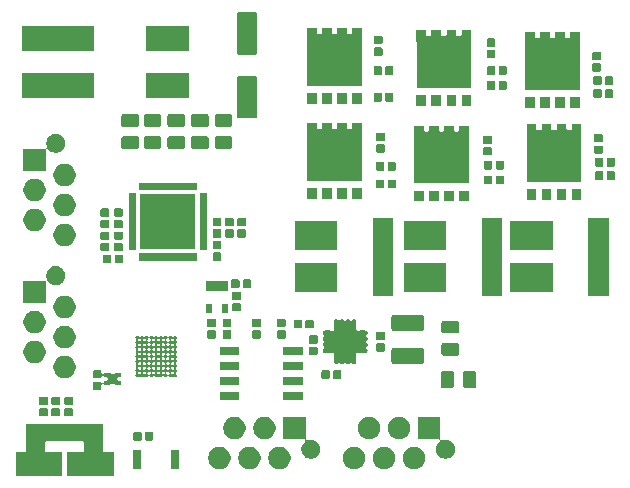
<source format=gbr>
G04 #@! TF.GenerationSoftware,KiCad,Pcbnew,5.1.2-f72e74a~84~ubuntu18.04.1*
G04 #@! TF.CreationDate,2019-06-30T22:47:52+02:00*
G04 #@! TF.ProjectId,board,626f6172-642e-46b6-9963-61645f706362,rev?*
G04 #@! TF.SameCoordinates,Original*
G04 #@! TF.FileFunction,Soldermask,Top*
G04 #@! TF.FilePolarity,Negative*
%FSLAX46Y46*%
G04 Gerber Fmt 4.6, Leading zero omitted, Abs format (unit mm)*
G04 Created by KiCad (PCBNEW 5.1.2-f72e74a~84~ubuntu18.04.1) date 2019-06-30 22:47:52*
%MOMM*%
%LPD*%
G04 APERTURE LIST*
%ADD10C,0.100000*%
G04 APERTURE END LIST*
D10*
G36*
X139901000Y-81424001D02*
G01*
X139903402Y-81448387D01*
X139910515Y-81471836D01*
X139922066Y-81493447D01*
X139937611Y-81512389D01*
X139956553Y-81527934D01*
X139978164Y-81539485D01*
X140001613Y-81546598D01*
X140025999Y-81549000D01*
X140798500Y-81549000D01*
X140798500Y-83551000D01*
X136851500Y-83551000D01*
X136851500Y-81549000D01*
X138199001Y-81549000D01*
X138223387Y-81546598D01*
X138246836Y-81539485D01*
X138268447Y-81527934D01*
X138287389Y-81512389D01*
X138302934Y-81493447D01*
X138314485Y-81471836D01*
X138321598Y-81448387D01*
X138324000Y-81424001D01*
X138324000Y-80755999D01*
X138321598Y-80731613D01*
X138314485Y-80708164D01*
X138302934Y-80686553D01*
X138287389Y-80667611D01*
X138268447Y-80652066D01*
X138246836Y-80640515D01*
X138223387Y-80633402D01*
X138199001Y-80631000D01*
X135100999Y-80631000D01*
X135076613Y-80633402D01*
X135053164Y-80640515D01*
X135031553Y-80652066D01*
X135012611Y-80667611D01*
X134997066Y-80686553D01*
X134985515Y-80708164D01*
X134978402Y-80731613D01*
X134976000Y-80755999D01*
X134976000Y-81424001D01*
X134978402Y-81448387D01*
X134985515Y-81471836D01*
X134997066Y-81493447D01*
X135012611Y-81512389D01*
X135031553Y-81527934D01*
X135053164Y-81539485D01*
X135076613Y-81546598D01*
X135100999Y-81549000D01*
X136448500Y-81549000D01*
X136448500Y-83551000D01*
X132501500Y-83551000D01*
X132501500Y-81549000D01*
X133274001Y-81549000D01*
X133298387Y-81546598D01*
X133321836Y-81539485D01*
X133343447Y-81527934D01*
X133362389Y-81512389D01*
X133377934Y-81493447D01*
X133389485Y-81471836D01*
X133396598Y-81448387D01*
X133399000Y-81424001D01*
X133399000Y-79149000D01*
X139901000Y-79149000D01*
X139901000Y-81424001D01*
X139901000Y-81424001D01*
G37*
G36*
X146351000Y-83001000D02*
G01*
X145699000Y-83001000D01*
X145699000Y-81399000D01*
X146351000Y-81399000D01*
X146351000Y-83001000D01*
X146351000Y-83001000D01*
G37*
G36*
X143101000Y-83001000D02*
G01*
X142449000Y-83001000D01*
X142449000Y-81399000D01*
X143101000Y-81399000D01*
X143101000Y-83001000D01*
X143101000Y-83001000D01*
G37*
G36*
X163967395Y-81125546D02*
G01*
X164140466Y-81197234D01*
X164140467Y-81197235D01*
X164296227Y-81301310D01*
X164428690Y-81433773D01*
X164454123Y-81471836D01*
X164532766Y-81589534D01*
X164604454Y-81762605D01*
X164641000Y-81946333D01*
X164641000Y-82133667D01*
X164604454Y-82317395D01*
X164532766Y-82490466D01*
X164532765Y-82490467D01*
X164428690Y-82646227D01*
X164296227Y-82778690D01*
X164217818Y-82831081D01*
X164140466Y-82882766D01*
X163967395Y-82954454D01*
X163783667Y-82991000D01*
X163596333Y-82991000D01*
X163412605Y-82954454D01*
X163239534Y-82882766D01*
X163162182Y-82831081D01*
X163083773Y-82778690D01*
X162951310Y-82646227D01*
X162847235Y-82490467D01*
X162847234Y-82490466D01*
X162775546Y-82317395D01*
X162739000Y-82133667D01*
X162739000Y-81946333D01*
X162775546Y-81762605D01*
X162847234Y-81589534D01*
X162925877Y-81471836D01*
X162951310Y-81433773D01*
X163083773Y-81301310D01*
X163239533Y-81197235D01*
X163239534Y-81197234D01*
X163412605Y-81125546D01*
X163596333Y-81089000D01*
X163783667Y-81089000D01*
X163967395Y-81125546D01*
X163967395Y-81125546D01*
G37*
G36*
X166507395Y-81125546D02*
G01*
X166680466Y-81197234D01*
X166680467Y-81197235D01*
X166836227Y-81301310D01*
X166968690Y-81433773D01*
X166994123Y-81471836D01*
X167072766Y-81589534D01*
X167144454Y-81762605D01*
X167181000Y-81946333D01*
X167181000Y-82133667D01*
X167144454Y-82317395D01*
X167072766Y-82490466D01*
X167072765Y-82490467D01*
X166968690Y-82646227D01*
X166836227Y-82778690D01*
X166757818Y-82831081D01*
X166680466Y-82882766D01*
X166507395Y-82954454D01*
X166323667Y-82991000D01*
X166136333Y-82991000D01*
X165952605Y-82954454D01*
X165779534Y-82882766D01*
X165702182Y-82831081D01*
X165623773Y-82778690D01*
X165491310Y-82646227D01*
X165387235Y-82490467D01*
X165387234Y-82490466D01*
X165315546Y-82317395D01*
X165279000Y-82133667D01*
X165279000Y-81946333D01*
X165315546Y-81762605D01*
X165387234Y-81589534D01*
X165465877Y-81471836D01*
X165491310Y-81433773D01*
X165623773Y-81301310D01*
X165779533Y-81197235D01*
X165779534Y-81197234D01*
X165952605Y-81125546D01*
X166136333Y-81089000D01*
X166323667Y-81089000D01*
X166507395Y-81125546D01*
X166507395Y-81125546D01*
G37*
G36*
X152567395Y-81125546D02*
G01*
X152740466Y-81197234D01*
X152740467Y-81197235D01*
X152896227Y-81301310D01*
X153028690Y-81433773D01*
X153054123Y-81471836D01*
X153132766Y-81589534D01*
X153204454Y-81762605D01*
X153241000Y-81946333D01*
X153241000Y-82133667D01*
X153204454Y-82317395D01*
X153132766Y-82490466D01*
X153132765Y-82490467D01*
X153028690Y-82646227D01*
X152896227Y-82778690D01*
X152817818Y-82831081D01*
X152740466Y-82882766D01*
X152567395Y-82954454D01*
X152383667Y-82991000D01*
X152196333Y-82991000D01*
X152012605Y-82954454D01*
X151839534Y-82882766D01*
X151762182Y-82831081D01*
X151683773Y-82778690D01*
X151551310Y-82646227D01*
X151447235Y-82490467D01*
X151447234Y-82490466D01*
X151375546Y-82317395D01*
X151339000Y-82133667D01*
X151339000Y-81946333D01*
X151375546Y-81762605D01*
X151447234Y-81589534D01*
X151525877Y-81471836D01*
X151551310Y-81433773D01*
X151683773Y-81301310D01*
X151839533Y-81197235D01*
X151839534Y-81197234D01*
X152012605Y-81125546D01*
X152196333Y-81089000D01*
X152383667Y-81089000D01*
X152567395Y-81125546D01*
X152567395Y-81125546D01*
G37*
G36*
X155107395Y-81125546D02*
G01*
X155280466Y-81197234D01*
X155280467Y-81197235D01*
X155436227Y-81301310D01*
X155568690Y-81433773D01*
X155594123Y-81471836D01*
X155672766Y-81589534D01*
X155744454Y-81762605D01*
X155781000Y-81946333D01*
X155781000Y-82133667D01*
X155744454Y-82317395D01*
X155672766Y-82490466D01*
X155672765Y-82490467D01*
X155568690Y-82646227D01*
X155436227Y-82778690D01*
X155357818Y-82831081D01*
X155280466Y-82882766D01*
X155107395Y-82954454D01*
X154923667Y-82991000D01*
X154736333Y-82991000D01*
X154552605Y-82954454D01*
X154379534Y-82882766D01*
X154302182Y-82831081D01*
X154223773Y-82778690D01*
X154091310Y-82646227D01*
X153987235Y-82490467D01*
X153987234Y-82490466D01*
X153915546Y-82317395D01*
X153879000Y-82133667D01*
X153879000Y-81946333D01*
X153915546Y-81762605D01*
X153987234Y-81589534D01*
X154065877Y-81471836D01*
X154091310Y-81433773D01*
X154223773Y-81301310D01*
X154379533Y-81197235D01*
X154379534Y-81197234D01*
X154552605Y-81125546D01*
X154736333Y-81089000D01*
X154923667Y-81089000D01*
X155107395Y-81125546D01*
X155107395Y-81125546D01*
G37*
G36*
X150027395Y-81125546D02*
G01*
X150200466Y-81197234D01*
X150200467Y-81197235D01*
X150356227Y-81301310D01*
X150488690Y-81433773D01*
X150514123Y-81471836D01*
X150592766Y-81589534D01*
X150664454Y-81762605D01*
X150701000Y-81946333D01*
X150701000Y-82133667D01*
X150664454Y-82317395D01*
X150592766Y-82490466D01*
X150592765Y-82490467D01*
X150488690Y-82646227D01*
X150356227Y-82778690D01*
X150277818Y-82831081D01*
X150200466Y-82882766D01*
X150027395Y-82954454D01*
X149843667Y-82991000D01*
X149656333Y-82991000D01*
X149472605Y-82954454D01*
X149299534Y-82882766D01*
X149222182Y-82831081D01*
X149143773Y-82778690D01*
X149011310Y-82646227D01*
X148907235Y-82490467D01*
X148907234Y-82490466D01*
X148835546Y-82317395D01*
X148799000Y-82133667D01*
X148799000Y-81946333D01*
X148835546Y-81762605D01*
X148907234Y-81589534D01*
X148985877Y-81471836D01*
X149011310Y-81433773D01*
X149143773Y-81301310D01*
X149299533Y-81197235D01*
X149299534Y-81197234D01*
X149472605Y-81125546D01*
X149656333Y-81089000D01*
X149843667Y-81089000D01*
X150027395Y-81125546D01*
X150027395Y-81125546D01*
G37*
G36*
X161427395Y-81125546D02*
G01*
X161600466Y-81197234D01*
X161600467Y-81197235D01*
X161756227Y-81301310D01*
X161888690Y-81433773D01*
X161914123Y-81471836D01*
X161992766Y-81589534D01*
X162064454Y-81762605D01*
X162101000Y-81946333D01*
X162101000Y-82133667D01*
X162064454Y-82317395D01*
X161992766Y-82490466D01*
X161992765Y-82490467D01*
X161888690Y-82646227D01*
X161756227Y-82778690D01*
X161677818Y-82831081D01*
X161600466Y-82882766D01*
X161427395Y-82954454D01*
X161243667Y-82991000D01*
X161056333Y-82991000D01*
X160872605Y-82954454D01*
X160699534Y-82882766D01*
X160622182Y-82831081D01*
X160543773Y-82778690D01*
X160411310Y-82646227D01*
X160307235Y-82490467D01*
X160307234Y-82490466D01*
X160235546Y-82317395D01*
X160199000Y-82133667D01*
X160199000Y-81946333D01*
X160235546Y-81762605D01*
X160307234Y-81589534D01*
X160385877Y-81471836D01*
X160411310Y-81433773D01*
X160543773Y-81301310D01*
X160699533Y-81197235D01*
X160699534Y-81197234D01*
X160872605Y-81125546D01*
X161056333Y-81089000D01*
X161243667Y-81089000D01*
X161427395Y-81125546D01*
X161427395Y-81125546D01*
G37*
G36*
X157051000Y-80431857D02*
G01*
X157053402Y-80456243D01*
X157060515Y-80479692D01*
X157072066Y-80501303D01*
X157087611Y-80520245D01*
X157106553Y-80535790D01*
X157128164Y-80547341D01*
X157151613Y-80554454D01*
X157175999Y-80556856D01*
X157200385Y-80554454D01*
X157223835Y-80547341D01*
X157251722Y-80535790D01*
X157266342Y-80529734D01*
X157266343Y-80529734D01*
X157266345Y-80529733D01*
X157421102Y-80498950D01*
X157578898Y-80498950D01*
X157733657Y-80529733D01*
X157879438Y-80590118D01*
X157879439Y-80590119D01*
X158010640Y-80677784D01*
X158122216Y-80789360D01*
X158122217Y-80789362D01*
X158209882Y-80920562D01*
X158270267Y-81066343D01*
X158301050Y-81221102D01*
X158301050Y-81378898D01*
X158270267Y-81533657D01*
X158209882Y-81679438D01*
X158209881Y-81679439D01*
X158122216Y-81810640D01*
X158010640Y-81922216D01*
X157974546Y-81946333D01*
X157879438Y-82009882D01*
X157733657Y-82070267D01*
X157578898Y-82101050D01*
X157421102Y-82101050D01*
X157266343Y-82070267D01*
X157120562Y-82009882D01*
X157025454Y-81946333D01*
X156989360Y-81922216D01*
X156877784Y-81810640D01*
X156790119Y-81679439D01*
X156790118Y-81679438D01*
X156729733Y-81533657D01*
X156698950Y-81378898D01*
X156698950Y-81221102D01*
X156729733Y-81066343D01*
X156790118Y-80920562D01*
X156877783Y-80789362D01*
X156877784Y-80789360D01*
X156989360Y-80677784D01*
X156989363Y-80677782D01*
X156992097Y-80675048D01*
X157005088Y-80664386D01*
X157020633Y-80645444D01*
X157032184Y-80623833D01*
X157039297Y-80600384D01*
X157041699Y-80575998D01*
X157039297Y-80551612D01*
X157032184Y-80528163D01*
X157020633Y-80506553D01*
X157005087Y-80487611D01*
X156986145Y-80472066D01*
X156964534Y-80460515D01*
X156941085Y-80453402D01*
X156916700Y-80451000D01*
X155149000Y-80451000D01*
X155149000Y-78549000D01*
X157051000Y-78549000D01*
X157051000Y-80431857D01*
X157051000Y-80431857D01*
G37*
G36*
X168451000Y-80431857D02*
G01*
X168453402Y-80456243D01*
X168460515Y-80479692D01*
X168472066Y-80501303D01*
X168487611Y-80520245D01*
X168506553Y-80535790D01*
X168528164Y-80547341D01*
X168551613Y-80554454D01*
X168575999Y-80556856D01*
X168600385Y-80554454D01*
X168623835Y-80547341D01*
X168651722Y-80535790D01*
X168666342Y-80529734D01*
X168666343Y-80529734D01*
X168666345Y-80529733D01*
X168821102Y-80498950D01*
X168978898Y-80498950D01*
X169133657Y-80529733D01*
X169279438Y-80590118D01*
X169279439Y-80590119D01*
X169410640Y-80677784D01*
X169522216Y-80789360D01*
X169522217Y-80789362D01*
X169609882Y-80920562D01*
X169670267Y-81066343D01*
X169701050Y-81221102D01*
X169701050Y-81378898D01*
X169670267Y-81533657D01*
X169609882Y-81679438D01*
X169609881Y-81679439D01*
X169522216Y-81810640D01*
X169410640Y-81922216D01*
X169374546Y-81946333D01*
X169279438Y-82009882D01*
X169133657Y-82070267D01*
X168978898Y-82101050D01*
X168821102Y-82101050D01*
X168666343Y-82070267D01*
X168520562Y-82009882D01*
X168425454Y-81946333D01*
X168389360Y-81922216D01*
X168277784Y-81810640D01*
X168190119Y-81679439D01*
X168190118Y-81679438D01*
X168129733Y-81533657D01*
X168098950Y-81378898D01*
X168098950Y-81221102D01*
X168129733Y-81066343D01*
X168190118Y-80920562D01*
X168277783Y-80789362D01*
X168277784Y-80789360D01*
X168389360Y-80677784D01*
X168389363Y-80677782D01*
X168392097Y-80675048D01*
X168405088Y-80664386D01*
X168420633Y-80645444D01*
X168432184Y-80623833D01*
X168439297Y-80600384D01*
X168441699Y-80575998D01*
X168439297Y-80551612D01*
X168432184Y-80528163D01*
X168420633Y-80506553D01*
X168405087Y-80487611D01*
X168386145Y-80472066D01*
X168364534Y-80460515D01*
X168341085Y-80453402D01*
X168316700Y-80451000D01*
X166549000Y-80451000D01*
X166549000Y-78549000D01*
X168451000Y-78549000D01*
X168451000Y-80431857D01*
X168451000Y-80431857D01*
G37*
G36*
X144041938Y-79831716D02*
G01*
X144062557Y-79837971D01*
X144081553Y-79848124D01*
X144098208Y-79861792D01*
X144111876Y-79878447D01*
X144122029Y-79897443D01*
X144128284Y-79918062D01*
X144131000Y-79945640D01*
X144131000Y-80454360D01*
X144128284Y-80481938D01*
X144122029Y-80502557D01*
X144111876Y-80521553D01*
X144098208Y-80538208D01*
X144081553Y-80551876D01*
X144062557Y-80562029D01*
X144041938Y-80568284D01*
X144014360Y-80571000D01*
X143555640Y-80571000D01*
X143528062Y-80568284D01*
X143507443Y-80562029D01*
X143488447Y-80551876D01*
X143471792Y-80538208D01*
X143458124Y-80521553D01*
X143447971Y-80502557D01*
X143441716Y-80481938D01*
X143439000Y-80454360D01*
X143439000Y-79945640D01*
X143441716Y-79918062D01*
X143447971Y-79897443D01*
X143458124Y-79878447D01*
X143471792Y-79861792D01*
X143488447Y-79848124D01*
X143507443Y-79837971D01*
X143528062Y-79831716D01*
X143555640Y-79829000D01*
X144014360Y-79829000D01*
X144041938Y-79831716D01*
X144041938Y-79831716D01*
G37*
G36*
X143071938Y-79831716D02*
G01*
X143092557Y-79837971D01*
X143111553Y-79848124D01*
X143128208Y-79861792D01*
X143141876Y-79878447D01*
X143152029Y-79897443D01*
X143158284Y-79918062D01*
X143161000Y-79945640D01*
X143161000Y-80454360D01*
X143158284Y-80481938D01*
X143152029Y-80502557D01*
X143141876Y-80521553D01*
X143128208Y-80538208D01*
X143111553Y-80551876D01*
X143092557Y-80562029D01*
X143071938Y-80568284D01*
X143044360Y-80571000D01*
X142585640Y-80571000D01*
X142558062Y-80568284D01*
X142537443Y-80562029D01*
X142518447Y-80551876D01*
X142501792Y-80538208D01*
X142488124Y-80521553D01*
X142477971Y-80502557D01*
X142471716Y-80481938D01*
X142469000Y-80454360D01*
X142469000Y-79945640D01*
X142471716Y-79918062D01*
X142477971Y-79897443D01*
X142488124Y-79878447D01*
X142501792Y-79861792D01*
X142518447Y-79848124D01*
X142537443Y-79837971D01*
X142558062Y-79831716D01*
X142585640Y-79829000D01*
X143044360Y-79829000D01*
X143071938Y-79831716D01*
X143071938Y-79831716D01*
G37*
G36*
X165237395Y-78585546D02*
G01*
X165410466Y-78657234D01*
X165410467Y-78657235D01*
X165566227Y-78761310D01*
X165698690Y-78893773D01*
X165698691Y-78893775D01*
X165802766Y-79049534D01*
X165874454Y-79222605D01*
X165911000Y-79406333D01*
X165911000Y-79593667D01*
X165874454Y-79777395D01*
X165802766Y-79950466D01*
X165802765Y-79950467D01*
X165698690Y-80106227D01*
X165566227Y-80238690D01*
X165487818Y-80291081D01*
X165410466Y-80342766D01*
X165237395Y-80414454D01*
X165053667Y-80451000D01*
X164866333Y-80451000D01*
X164682605Y-80414454D01*
X164509534Y-80342766D01*
X164432182Y-80291081D01*
X164353773Y-80238690D01*
X164221310Y-80106227D01*
X164117235Y-79950467D01*
X164117234Y-79950466D01*
X164045546Y-79777395D01*
X164009000Y-79593667D01*
X164009000Y-79406333D01*
X164045546Y-79222605D01*
X164117234Y-79049534D01*
X164221309Y-78893775D01*
X164221310Y-78893773D01*
X164353773Y-78761310D01*
X164509533Y-78657235D01*
X164509534Y-78657234D01*
X164682605Y-78585546D01*
X164866333Y-78549000D01*
X165053667Y-78549000D01*
X165237395Y-78585546D01*
X165237395Y-78585546D01*
G37*
G36*
X151297395Y-78585546D02*
G01*
X151470466Y-78657234D01*
X151470467Y-78657235D01*
X151626227Y-78761310D01*
X151758690Y-78893773D01*
X151758691Y-78893775D01*
X151862766Y-79049534D01*
X151934454Y-79222605D01*
X151971000Y-79406333D01*
X151971000Y-79593667D01*
X151934454Y-79777395D01*
X151862766Y-79950466D01*
X151862765Y-79950467D01*
X151758690Y-80106227D01*
X151626227Y-80238690D01*
X151547818Y-80291081D01*
X151470466Y-80342766D01*
X151297395Y-80414454D01*
X151113667Y-80451000D01*
X150926333Y-80451000D01*
X150742605Y-80414454D01*
X150569534Y-80342766D01*
X150492182Y-80291081D01*
X150413773Y-80238690D01*
X150281310Y-80106227D01*
X150177235Y-79950467D01*
X150177234Y-79950466D01*
X150105546Y-79777395D01*
X150069000Y-79593667D01*
X150069000Y-79406333D01*
X150105546Y-79222605D01*
X150177234Y-79049534D01*
X150281309Y-78893775D01*
X150281310Y-78893773D01*
X150413773Y-78761310D01*
X150569533Y-78657235D01*
X150569534Y-78657234D01*
X150742605Y-78585546D01*
X150926333Y-78549000D01*
X151113667Y-78549000D01*
X151297395Y-78585546D01*
X151297395Y-78585546D01*
G37*
G36*
X153837395Y-78585546D02*
G01*
X154010466Y-78657234D01*
X154010467Y-78657235D01*
X154166227Y-78761310D01*
X154298690Y-78893773D01*
X154298691Y-78893775D01*
X154402766Y-79049534D01*
X154474454Y-79222605D01*
X154511000Y-79406333D01*
X154511000Y-79593667D01*
X154474454Y-79777395D01*
X154402766Y-79950466D01*
X154402765Y-79950467D01*
X154298690Y-80106227D01*
X154166227Y-80238690D01*
X154087818Y-80291081D01*
X154010466Y-80342766D01*
X153837395Y-80414454D01*
X153653667Y-80451000D01*
X153466333Y-80451000D01*
X153282605Y-80414454D01*
X153109534Y-80342766D01*
X153032182Y-80291081D01*
X152953773Y-80238690D01*
X152821310Y-80106227D01*
X152717235Y-79950467D01*
X152717234Y-79950466D01*
X152645546Y-79777395D01*
X152609000Y-79593667D01*
X152609000Y-79406333D01*
X152645546Y-79222605D01*
X152717234Y-79049534D01*
X152821309Y-78893775D01*
X152821310Y-78893773D01*
X152953773Y-78761310D01*
X153109533Y-78657235D01*
X153109534Y-78657234D01*
X153282605Y-78585546D01*
X153466333Y-78549000D01*
X153653667Y-78549000D01*
X153837395Y-78585546D01*
X153837395Y-78585546D01*
G37*
G36*
X162697395Y-78585546D02*
G01*
X162870466Y-78657234D01*
X162870467Y-78657235D01*
X163026227Y-78761310D01*
X163158690Y-78893773D01*
X163158691Y-78893775D01*
X163262766Y-79049534D01*
X163334454Y-79222605D01*
X163371000Y-79406333D01*
X163371000Y-79593667D01*
X163334454Y-79777395D01*
X163262766Y-79950466D01*
X163262765Y-79950467D01*
X163158690Y-80106227D01*
X163026227Y-80238690D01*
X162947818Y-80291081D01*
X162870466Y-80342766D01*
X162697395Y-80414454D01*
X162513667Y-80451000D01*
X162326333Y-80451000D01*
X162142605Y-80414454D01*
X161969534Y-80342766D01*
X161892182Y-80291081D01*
X161813773Y-80238690D01*
X161681310Y-80106227D01*
X161577235Y-79950467D01*
X161577234Y-79950466D01*
X161505546Y-79777395D01*
X161469000Y-79593667D01*
X161469000Y-79406333D01*
X161505546Y-79222605D01*
X161577234Y-79049534D01*
X161681309Y-78893775D01*
X161681310Y-78893773D01*
X161813773Y-78761310D01*
X161969533Y-78657235D01*
X161969534Y-78657234D01*
X162142605Y-78585546D01*
X162326333Y-78549000D01*
X162513667Y-78549000D01*
X162697395Y-78585546D01*
X162697395Y-78585546D01*
G37*
G36*
X136181938Y-77841716D02*
G01*
X136202557Y-77847971D01*
X136221553Y-77858124D01*
X136238208Y-77871792D01*
X136251876Y-77888447D01*
X136262029Y-77907443D01*
X136268284Y-77928062D01*
X136271000Y-77955640D01*
X136271000Y-78414360D01*
X136268284Y-78441938D01*
X136262029Y-78462557D01*
X136251876Y-78481553D01*
X136238208Y-78498208D01*
X136221553Y-78511876D01*
X136202557Y-78522029D01*
X136181938Y-78528284D01*
X136154360Y-78531000D01*
X135645640Y-78531000D01*
X135618062Y-78528284D01*
X135597443Y-78522029D01*
X135578447Y-78511876D01*
X135561792Y-78498208D01*
X135548124Y-78481553D01*
X135537971Y-78462557D01*
X135531716Y-78441938D01*
X135529000Y-78414360D01*
X135529000Y-77955640D01*
X135531716Y-77928062D01*
X135537971Y-77907443D01*
X135548124Y-77888447D01*
X135561792Y-77871792D01*
X135578447Y-77858124D01*
X135597443Y-77847971D01*
X135618062Y-77841716D01*
X135645640Y-77839000D01*
X136154360Y-77839000D01*
X136181938Y-77841716D01*
X136181938Y-77841716D01*
G37*
G36*
X137281938Y-77841716D02*
G01*
X137302557Y-77847971D01*
X137321553Y-77858124D01*
X137338208Y-77871792D01*
X137351876Y-77888447D01*
X137362029Y-77907443D01*
X137368284Y-77928062D01*
X137371000Y-77955640D01*
X137371000Y-78414360D01*
X137368284Y-78441938D01*
X137362029Y-78462557D01*
X137351876Y-78481553D01*
X137338208Y-78498208D01*
X137321553Y-78511876D01*
X137302557Y-78522029D01*
X137281938Y-78528284D01*
X137254360Y-78531000D01*
X136745640Y-78531000D01*
X136718062Y-78528284D01*
X136697443Y-78522029D01*
X136678447Y-78511876D01*
X136661792Y-78498208D01*
X136648124Y-78481553D01*
X136637971Y-78462557D01*
X136631716Y-78441938D01*
X136629000Y-78414360D01*
X136629000Y-77955640D01*
X136631716Y-77928062D01*
X136637971Y-77907443D01*
X136648124Y-77888447D01*
X136661792Y-77871792D01*
X136678447Y-77858124D01*
X136697443Y-77847971D01*
X136718062Y-77841716D01*
X136745640Y-77839000D01*
X137254360Y-77839000D01*
X137281938Y-77841716D01*
X137281938Y-77841716D01*
G37*
G36*
X135131938Y-77841716D02*
G01*
X135152557Y-77847971D01*
X135171553Y-77858124D01*
X135188208Y-77871792D01*
X135201876Y-77888447D01*
X135212029Y-77907443D01*
X135218284Y-77928062D01*
X135221000Y-77955640D01*
X135221000Y-78414360D01*
X135218284Y-78441938D01*
X135212029Y-78462557D01*
X135201876Y-78481553D01*
X135188208Y-78498208D01*
X135171553Y-78511876D01*
X135152557Y-78522029D01*
X135131938Y-78528284D01*
X135104360Y-78531000D01*
X134595640Y-78531000D01*
X134568062Y-78528284D01*
X134547443Y-78522029D01*
X134528447Y-78511876D01*
X134511792Y-78498208D01*
X134498124Y-78481553D01*
X134487971Y-78462557D01*
X134481716Y-78441938D01*
X134479000Y-78414360D01*
X134479000Y-77955640D01*
X134481716Y-77928062D01*
X134487971Y-77907443D01*
X134498124Y-77888447D01*
X134511792Y-77871792D01*
X134528447Y-77858124D01*
X134547443Y-77847971D01*
X134568062Y-77841716D01*
X134595640Y-77839000D01*
X135104360Y-77839000D01*
X135131938Y-77841716D01*
X135131938Y-77841716D01*
G37*
G36*
X135131938Y-76871716D02*
G01*
X135152557Y-76877971D01*
X135171553Y-76888124D01*
X135188208Y-76901792D01*
X135201876Y-76918447D01*
X135212029Y-76937443D01*
X135218284Y-76958062D01*
X135221000Y-76985640D01*
X135221000Y-77444360D01*
X135218284Y-77471938D01*
X135212029Y-77492557D01*
X135201876Y-77511553D01*
X135188208Y-77528208D01*
X135171553Y-77541876D01*
X135152557Y-77552029D01*
X135131938Y-77558284D01*
X135104360Y-77561000D01*
X134595640Y-77561000D01*
X134568062Y-77558284D01*
X134547443Y-77552029D01*
X134528447Y-77541876D01*
X134511792Y-77528208D01*
X134498124Y-77511553D01*
X134487971Y-77492557D01*
X134481716Y-77471938D01*
X134479000Y-77444360D01*
X134479000Y-76985640D01*
X134481716Y-76958062D01*
X134487971Y-76937443D01*
X134498124Y-76918447D01*
X134511792Y-76901792D01*
X134528447Y-76888124D01*
X134547443Y-76877971D01*
X134568062Y-76871716D01*
X134595640Y-76869000D01*
X135104360Y-76869000D01*
X135131938Y-76871716D01*
X135131938Y-76871716D01*
G37*
G36*
X136181938Y-76871716D02*
G01*
X136202557Y-76877971D01*
X136221553Y-76888124D01*
X136238208Y-76901792D01*
X136251876Y-76918447D01*
X136262029Y-76937443D01*
X136268284Y-76958062D01*
X136271000Y-76985640D01*
X136271000Y-77444360D01*
X136268284Y-77471938D01*
X136262029Y-77492557D01*
X136251876Y-77511553D01*
X136238208Y-77528208D01*
X136221553Y-77541876D01*
X136202557Y-77552029D01*
X136181938Y-77558284D01*
X136154360Y-77561000D01*
X135645640Y-77561000D01*
X135618062Y-77558284D01*
X135597443Y-77552029D01*
X135578447Y-77541876D01*
X135561792Y-77528208D01*
X135548124Y-77511553D01*
X135537971Y-77492557D01*
X135531716Y-77471938D01*
X135529000Y-77444360D01*
X135529000Y-76985640D01*
X135531716Y-76958062D01*
X135537971Y-76937443D01*
X135548124Y-76918447D01*
X135561792Y-76901792D01*
X135578447Y-76888124D01*
X135597443Y-76877971D01*
X135618062Y-76871716D01*
X135645640Y-76869000D01*
X136154360Y-76869000D01*
X136181938Y-76871716D01*
X136181938Y-76871716D01*
G37*
G36*
X137281938Y-76871716D02*
G01*
X137302557Y-76877971D01*
X137321553Y-76888124D01*
X137338208Y-76901792D01*
X137351876Y-76918447D01*
X137362029Y-76937443D01*
X137368284Y-76958062D01*
X137371000Y-76985640D01*
X137371000Y-77444360D01*
X137368284Y-77471938D01*
X137362029Y-77492557D01*
X137351876Y-77511553D01*
X137338208Y-77528208D01*
X137321553Y-77541876D01*
X137302557Y-77552029D01*
X137281938Y-77558284D01*
X137254360Y-77561000D01*
X136745640Y-77561000D01*
X136718062Y-77558284D01*
X136697443Y-77552029D01*
X136678447Y-77541876D01*
X136661792Y-77528208D01*
X136648124Y-77511553D01*
X136637971Y-77492557D01*
X136631716Y-77471938D01*
X136629000Y-77444360D01*
X136629000Y-76985640D01*
X136631716Y-76958062D01*
X136637971Y-76937443D01*
X136648124Y-76918447D01*
X136661792Y-76901792D01*
X136678447Y-76888124D01*
X136697443Y-76877971D01*
X136718062Y-76871716D01*
X136745640Y-76869000D01*
X137254360Y-76869000D01*
X137281938Y-76871716D01*
X137281938Y-76871716D01*
G37*
G36*
X156826000Y-77156000D02*
G01*
X155174000Y-77156000D01*
X155174000Y-76454000D01*
X156826000Y-76454000D01*
X156826000Y-77156000D01*
X156826000Y-77156000D01*
G37*
G36*
X151426000Y-77156000D02*
G01*
X149774000Y-77156000D01*
X149774000Y-76454000D01*
X151426000Y-76454000D01*
X151426000Y-77156000D01*
X151426000Y-77156000D01*
G37*
G36*
X139681938Y-74621716D02*
G01*
X139702557Y-74627971D01*
X139721553Y-74638124D01*
X139738208Y-74651792D01*
X139751876Y-74668447D01*
X139762029Y-74687443D01*
X139768284Y-74708062D01*
X139771000Y-74735640D01*
X139771000Y-74814759D01*
X139773402Y-74839145D01*
X139780515Y-74862594D01*
X139792066Y-74884205D01*
X139807611Y-74903147D01*
X139826553Y-74918692D01*
X139848164Y-74930243D01*
X139871613Y-74937356D01*
X139895999Y-74939758D01*
X139920385Y-74937356D01*
X139943834Y-74930243D01*
X139965445Y-74918692D01*
X139984387Y-74903147D01*
X139999932Y-74884205D01*
X140006238Y-74873683D01*
X140007389Y-74871530D01*
X140013763Y-74863763D01*
X140021528Y-74857390D01*
X140030392Y-74852652D01*
X140040001Y-74849737D01*
X140056140Y-74848148D01*
X140513860Y-74848148D01*
X140529999Y-74849737D01*
X140539608Y-74852652D01*
X140548472Y-74857390D01*
X140556237Y-74863763D01*
X140562610Y-74871528D01*
X140571693Y-74888522D01*
X140574052Y-74894215D01*
X140587667Y-74914589D01*
X140604995Y-74931915D01*
X140625370Y-74945528D01*
X140648009Y-74954904D01*
X140672043Y-74959683D01*
X140696536Y-74959682D01*
X140699996Y-74959341D01*
X140709999Y-74960326D01*
X140719610Y-74963242D01*
X140721163Y-74964072D01*
X140743802Y-74973449D01*
X140767836Y-74978229D01*
X140792340Y-74978229D01*
X140816373Y-74973448D01*
X140839012Y-74964070D01*
X140859386Y-74950456D01*
X140876713Y-74933129D01*
X140890326Y-74912755D01*
X140899703Y-74890117D01*
X140902654Y-74880388D01*
X140907390Y-74871528D01*
X140913763Y-74863763D01*
X140921528Y-74857390D01*
X140930392Y-74852652D01*
X140940001Y-74849737D01*
X140956140Y-74848148D01*
X141343860Y-74848148D01*
X141359999Y-74849737D01*
X141369608Y-74852652D01*
X141378472Y-74857390D01*
X141386237Y-74863763D01*
X141392610Y-74871528D01*
X141397348Y-74880392D01*
X141400263Y-74890001D01*
X141401852Y-74906140D01*
X141401852Y-75143860D01*
X141400263Y-75159999D01*
X141397348Y-75169608D01*
X141392610Y-75178472D01*
X141386237Y-75186237D01*
X141378472Y-75192610D01*
X141369608Y-75197348D01*
X141359999Y-75200263D01*
X141343860Y-75201852D01*
X141213982Y-75201852D01*
X141189596Y-75204254D01*
X141166147Y-75211367D01*
X141144536Y-75222918D01*
X141125594Y-75238463D01*
X141110049Y-75257405D01*
X141098498Y-75279016D01*
X141091385Y-75302465D01*
X141088983Y-75326851D01*
X141089585Y-75339103D01*
X141090658Y-75350000D01*
X141089585Y-75360897D01*
X141089585Y-75385401D01*
X141094365Y-75409434D01*
X141103743Y-75432073D01*
X141117356Y-75452447D01*
X141134683Y-75469774D01*
X141155058Y-75483388D01*
X141177697Y-75492766D01*
X141201730Y-75497546D01*
X141213982Y-75498148D01*
X141343860Y-75498148D01*
X141359999Y-75499737D01*
X141369608Y-75502652D01*
X141378472Y-75507390D01*
X141386237Y-75513763D01*
X141392610Y-75521528D01*
X141397348Y-75530392D01*
X141400263Y-75540001D01*
X141401852Y-75556140D01*
X141401852Y-75793860D01*
X141400263Y-75809999D01*
X141397348Y-75819608D01*
X141392610Y-75828472D01*
X141386237Y-75836237D01*
X141378472Y-75842610D01*
X141369608Y-75847348D01*
X141359999Y-75850263D01*
X141343860Y-75851852D01*
X140956140Y-75851852D01*
X140940001Y-75850263D01*
X140930392Y-75847348D01*
X140921528Y-75842610D01*
X140913763Y-75836237D01*
X140907390Y-75828472D01*
X140902654Y-75819612D01*
X140899703Y-75809883D01*
X140890325Y-75787244D01*
X140876711Y-75766869D01*
X140859384Y-75749542D01*
X140839010Y-75735929D01*
X140816371Y-75726551D01*
X140792338Y-75721771D01*
X140767834Y-75721771D01*
X140743801Y-75726551D01*
X140721163Y-75735928D01*
X140719610Y-75736758D01*
X140709999Y-75739674D01*
X140700000Y-75740658D01*
X140690001Y-75739674D01*
X140680390Y-75736758D01*
X140678837Y-75735928D01*
X140656198Y-75726551D01*
X140632164Y-75721771D01*
X140607660Y-75721771D01*
X140583627Y-75726552D01*
X140560988Y-75735930D01*
X140540614Y-75749544D01*
X140523287Y-75766871D01*
X140509674Y-75787245D01*
X140500297Y-75809883D01*
X140497346Y-75819612D01*
X140492610Y-75828472D01*
X140486237Y-75836237D01*
X140478472Y-75842610D01*
X140469608Y-75847348D01*
X140459999Y-75850263D01*
X140443860Y-75851852D01*
X140056140Y-75851852D01*
X140040001Y-75850263D01*
X140030392Y-75847348D01*
X140021528Y-75842610D01*
X140013763Y-75836237D01*
X140007389Y-75828470D01*
X140006238Y-75826317D01*
X139992625Y-75805943D01*
X139975298Y-75788616D01*
X139954924Y-75775002D01*
X139932285Y-75765625D01*
X139908251Y-75760844D01*
X139883747Y-75760844D01*
X139859714Y-75765624D01*
X139837075Y-75775002D01*
X139816701Y-75788615D01*
X139799374Y-75805942D01*
X139785760Y-75826316D01*
X139776383Y-75848955D01*
X139771602Y-75872989D01*
X139771000Y-75885241D01*
X139771000Y-76164360D01*
X139768284Y-76191938D01*
X139762029Y-76212557D01*
X139751876Y-76231553D01*
X139738208Y-76248208D01*
X139721553Y-76261876D01*
X139702557Y-76272029D01*
X139681938Y-76278284D01*
X139654360Y-76281000D01*
X139145640Y-76281000D01*
X139118062Y-76278284D01*
X139097443Y-76272029D01*
X139078447Y-76261876D01*
X139061792Y-76248208D01*
X139048124Y-76231553D01*
X139037971Y-76212557D01*
X139031716Y-76191938D01*
X139029000Y-76164360D01*
X139029000Y-75705640D01*
X139031716Y-75678062D01*
X139037971Y-75657443D01*
X139048124Y-75638447D01*
X139061792Y-75621792D01*
X139078447Y-75608124D01*
X139097443Y-75597971D01*
X139118062Y-75591716D01*
X139145640Y-75589000D01*
X139654360Y-75589000D01*
X139681938Y-75591716D01*
X139702557Y-75597971D01*
X139721553Y-75608124D01*
X139738208Y-75621792D01*
X139751876Y-75638447D01*
X139762911Y-75659092D01*
X139776525Y-75679467D01*
X139793852Y-75696793D01*
X139814227Y-75710406D01*
X139836866Y-75719783D01*
X139860900Y-75724563D01*
X139885404Y-75724563D01*
X139909437Y-75719782D01*
X139932075Y-75710404D01*
X139952450Y-75696790D01*
X139969776Y-75679463D01*
X139983389Y-75659088D01*
X139992766Y-75636449D01*
X139998148Y-75600166D01*
X139998148Y-75556140D01*
X139999737Y-75540001D01*
X140002652Y-75530392D01*
X140007390Y-75521528D01*
X140013763Y-75513763D01*
X140021528Y-75507390D01*
X140030392Y-75502652D01*
X140040001Y-75499737D01*
X140056140Y-75498148D01*
X140186018Y-75498148D01*
X140210404Y-75495746D01*
X140233853Y-75488633D01*
X140255464Y-75477082D01*
X140274406Y-75461537D01*
X140289951Y-75442595D01*
X140301502Y-75420984D01*
X140308615Y-75397535D01*
X140311017Y-75373149D01*
X140310415Y-75360897D01*
X140309342Y-75350000D01*
X140310415Y-75339103D01*
X140310415Y-75314599D01*
X140305635Y-75290566D01*
X140296257Y-75267927D01*
X140282644Y-75247553D01*
X140265317Y-75230226D01*
X140244942Y-75216612D01*
X140222303Y-75207234D01*
X140198270Y-75202454D01*
X140186018Y-75201852D01*
X140056140Y-75201852D01*
X140040001Y-75200263D01*
X140030392Y-75197348D01*
X140021528Y-75192610D01*
X140013763Y-75186237D01*
X140007392Y-75178474D01*
X140007390Y-75178471D01*
X140003347Y-75170908D01*
X139989736Y-75150538D01*
X139972409Y-75133211D01*
X139952035Y-75119597D01*
X139929396Y-75110220D01*
X139905363Y-75105439D01*
X139880858Y-75105439D01*
X139856825Y-75110219D01*
X139834186Y-75119596D01*
X139813812Y-75133210D01*
X139796485Y-75150537D01*
X139782871Y-75170911D01*
X139773494Y-75193550D01*
X139768713Y-75217582D01*
X139768284Y-75221938D01*
X139762029Y-75242557D01*
X139751876Y-75261553D01*
X139738208Y-75278208D01*
X139721553Y-75291876D01*
X139702557Y-75302029D01*
X139681938Y-75308284D01*
X139654360Y-75311000D01*
X139145640Y-75311000D01*
X139118062Y-75308284D01*
X139097443Y-75302029D01*
X139078447Y-75291876D01*
X139061792Y-75278208D01*
X139048124Y-75261553D01*
X139037971Y-75242557D01*
X139031716Y-75221938D01*
X139029000Y-75194360D01*
X139029000Y-74735640D01*
X139031716Y-74708062D01*
X139037971Y-74687443D01*
X139048124Y-74668447D01*
X139061792Y-74651792D01*
X139078447Y-74638124D01*
X139097443Y-74627971D01*
X139118062Y-74621716D01*
X139145640Y-74619000D01*
X139654360Y-74619000D01*
X139681938Y-74621716D01*
X139681938Y-74621716D01*
G37*
G36*
X171309468Y-74653565D02*
G01*
X171348138Y-74665296D01*
X171383777Y-74684346D01*
X171415017Y-74709983D01*
X171440654Y-74741223D01*
X171459704Y-74776862D01*
X171471435Y-74815532D01*
X171476000Y-74861888D01*
X171476000Y-75938112D01*
X171471435Y-75984468D01*
X171459704Y-76023138D01*
X171440654Y-76058777D01*
X171415017Y-76090017D01*
X171383777Y-76115654D01*
X171348138Y-76134704D01*
X171309468Y-76146435D01*
X171263112Y-76151000D01*
X170611888Y-76151000D01*
X170565532Y-76146435D01*
X170526862Y-76134704D01*
X170491223Y-76115654D01*
X170459983Y-76090017D01*
X170434346Y-76058777D01*
X170415296Y-76023138D01*
X170403565Y-75984468D01*
X170399000Y-75938112D01*
X170399000Y-74861888D01*
X170403565Y-74815532D01*
X170415296Y-74776862D01*
X170434346Y-74741223D01*
X170459983Y-74709983D01*
X170491223Y-74684346D01*
X170526862Y-74665296D01*
X170565532Y-74653565D01*
X170611888Y-74649000D01*
X171263112Y-74649000D01*
X171309468Y-74653565D01*
X171309468Y-74653565D01*
G37*
G36*
X169434468Y-74653565D02*
G01*
X169473138Y-74665296D01*
X169508777Y-74684346D01*
X169540017Y-74709983D01*
X169565654Y-74741223D01*
X169584704Y-74776862D01*
X169596435Y-74815532D01*
X169601000Y-74861888D01*
X169601000Y-75938112D01*
X169596435Y-75984468D01*
X169584704Y-76023138D01*
X169565654Y-76058777D01*
X169540017Y-76090017D01*
X169508777Y-76115654D01*
X169473138Y-76134704D01*
X169434468Y-76146435D01*
X169388112Y-76151000D01*
X168736888Y-76151000D01*
X168690532Y-76146435D01*
X168651862Y-76134704D01*
X168616223Y-76115654D01*
X168584983Y-76090017D01*
X168559346Y-76058777D01*
X168540296Y-76023138D01*
X168528565Y-75984468D01*
X168524000Y-75938112D01*
X168524000Y-74861888D01*
X168528565Y-74815532D01*
X168540296Y-74776862D01*
X168559346Y-74741223D01*
X168584983Y-74709983D01*
X168616223Y-74684346D01*
X168651862Y-74665296D01*
X168690532Y-74653565D01*
X168736888Y-74649000D01*
X169388112Y-74649000D01*
X169434468Y-74653565D01*
X169434468Y-74653565D01*
G37*
G36*
X151426000Y-75886000D02*
G01*
X149774000Y-75886000D01*
X149774000Y-75184000D01*
X151426000Y-75184000D01*
X151426000Y-75886000D01*
X151426000Y-75886000D01*
G37*
G36*
X156826000Y-75886000D02*
G01*
X155174000Y-75886000D01*
X155174000Y-75184000D01*
X156826000Y-75184000D01*
X156826000Y-75886000D01*
X156826000Y-75886000D01*
G37*
G36*
X159971938Y-74611716D02*
G01*
X159992557Y-74617971D01*
X160011553Y-74628124D01*
X160028208Y-74641792D01*
X160041876Y-74658447D01*
X160052029Y-74677443D01*
X160058284Y-74698062D01*
X160061000Y-74725640D01*
X160061000Y-75234360D01*
X160058284Y-75261938D01*
X160052029Y-75282557D01*
X160041876Y-75301553D01*
X160028208Y-75318208D01*
X160011553Y-75331876D01*
X159992557Y-75342029D01*
X159971938Y-75348284D01*
X159944360Y-75351000D01*
X159485640Y-75351000D01*
X159458062Y-75348284D01*
X159437443Y-75342029D01*
X159418447Y-75331876D01*
X159401792Y-75318208D01*
X159388124Y-75301553D01*
X159377971Y-75282557D01*
X159371716Y-75261938D01*
X159369000Y-75234360D01*
X159369000Y-74725640D01*
X159371716Y-74698062D01*
X159377971Y-74677443D01*
X159388124Y-74658447D01*
X159401792Y-74641792D01*
X159418447Y-74628124D01*
X159437443Y-74617971D01*
X159458062Y-74611716D01*
X159485640Y-74609000D01*
X159944360Y-74609000D01*
X159971938Y-74611716D01*
X159971938Y-74611716D01*
G37*
G36*
X159001938Y-74611716D02*
G01*
X159022557Y-74617971D01*
X159041553Y-74628124D01*
X159058208Y-74641792D01*
X159071876Y-74658447D01*
X159082029Y-74677443D01*
X159088284Y-74698062D01*
X159091000Y-74725640D01*
X159091000Y-75234360D01*
X159088284Y-75261938D01*
X159082029Y-75282557D01*
X159071876Y-75301553D01*
X159058208Y-75318208D01*
X159041553Y-75331876D01*
X159022557Y-75342029D01*
X159001938Y-75348284D01*
X158974360Y-75351000D01*
X158515640Y-75351000D01*
X158488062Y-75348284D01*
X158467443Y-75342029D01*
X158448447Y-75331876D01*
X158431792Y-75318208D01*
X158418124Y-75301553D01*
X158407971Y-75282557D01*
X158401716Y-75261938D01*
X158399000Y-75234360D01*
X158399000Y-74725640D01*
X158401716Y-74698062D01*
X158407971Y-74677443D01*
X158418124Y-74658447D01*
X158431792Y-74641792D01*
X158448447Y-74628124D01*
X158467443Y-74617971D01*
X158488062Y-74611716D01*
X158515640Y-74609000D01*
X158974360Y-74609000D01*
X159001938Y-74611716D01*
X159001938Y-74611716D01*
G37*
G36*
X136917395Y-73435546D02*
G01*
X137090466Y-73507234D01*
X137134098Y-73536388D01*
X137246227Y-73611310D01*
X137378690Y-73743773D01*
X137385352Y-73753744D01*
X137482766Y-73899534D01*
X137554454Y-74072605D01*
X137591000Y-74256333D01*
X137591000Y-74443667D01*
X137554454Y-74627395D01*
X137482766Y-74800466D01*
X137441725Y-74861888D01*
X137378690Y-74956227D01*
X137246227Y-75088690D01*
X137199971Y-75119597D01*
X137090466Y-75192766D01*
X136917395Y-75264454D01*
X136733667Y-75301000D01*
X136546333Y-75301000D01*
X136362605Y-75264454D01*
X136189534Y-75192766D01*
X136080029Y-75119597D01*
X136033773Y-75088690D01*
X135901310Y-74956227D01*
X135838275Y-74861888D01*
X135797234Y-74800466D01*
X135725546Y-74627395D01*
X135689000Y-74443667D01*
X135689000Y-74256333D01*
X135725546Y-74072605D01*
X135797234Y-73899534D01*
X135894648Y-73753744D01*
X135901310Y-73743773D01*
X136033773Y-73611310D01*
X136145902Y-73536388D01*
X136189534Y-73507234D01*
X136362605Y-73435546D01*
X136546333Y-73399000D01*
X136733667Y-73399000D01*
X136917395Y-73435546D01*
X136917395Y-73435546D01*
G37*
G36*
X142844045Y-71704802D02*
G01*
X142871525Y-71716185D01*
X142896257Y-71732710D01*
X142911623Y-71748076D01*
X142930554Y-71763612D01*
X142952165Y-71775163D01*
X142975614Y-71782276D01*
X143000000Y-71784678D01*
X143024386Y-71782276D01*
X143047835Y-71775163D01*
X143069446Y-71763612D01*
X143088377Y-71748076D01*
X143103743Y-71732710D01*
X143128475Y-71716185D01*
X143155955Y-71704802D01*
X143185128Y-71699000D01*
X143214872Y-71699000D01*
X143244045Y-71704802D01*
X143271525Y-71716185D01*
X143296257Y-71732710D01*
X143311623Y-71748076D01*
X143330554Y-71763612D01*
X143352165Y-71775163D01*
X143375614Y-71782276D01*
X143400000Y-71784678D01*
X143424386Y-71782276D01*
X143447835Y-71775163D01*
X143469446Y-71763612D01*
X143488377Y-71748076D01*
X143503743Y-71732710D01*
X143528475Y-71716185D01*
X143555955Y-71704802D01*
X143585128Y-71699000D01*
X143614872Y-71699000D01*
X143644045Y-71704802D01*
X143671525Y-71716185D01*
X143696257Y-71732710D01*
X143711623Y-71748076D01*
X143730554Y-71763612D01*
X143752165Y-71775163D01*
X143775614Y-71782276D01*
X143800000Y-71784678D01*
X143824386Y-71782276D01*
X143847835Y-71775163D01*
X143869446Y-71763612D01*
X143888377Y-71748076D01*
X143903743Y-71732710D01*
X143928475Y-71716185D01*
X143955955Y-71704802D01*
X143985128Y-71699000D01*
X144014872Y-71699000D01*
X144044045Y-71704802D01*
X144071525Y-71716185D01*
X144096257Y-71732710D01*
X144111623Y-71748076D01*
X144130554Y-71763612D01*
X144152165Y-71775163D01*
X144175614Y-71782276D01*
X144200000Y-71784678D01*
X144224386Y-71782276D01*
X144247835Y-71775163D01*
X144269446Y-71763612D01*
X144288377Y-71748076D01*
X144303743Y-71732710D01*
X144328475Y-71716185D01*
X144355955Y-71704802D01*
X144385128Y-71699000D01*
X144414872Y-71699000D01*
X144444045Y-71704802D01*
X144471525Y-71716185D01*
X144496257Y-71732710D01*
X144511623Y-71748076D01*
X144530554Y-71763612D01*
X144552165Y-71775163D01*
X144575614Y-71782276D01*
X144600000Y-71784678D01*
X144624386Y-71782276D01*
X144647835Y-71775163D01*
X144669446Y-71763612D01*
X144688377Y-71748076D01*
X144703743Y-71732710D01*
X144728475Y-71716185D01*
X144755955Y-71704802D01*
X144785128Y-71699000D01*
X144814872Y-71699000D01*
X144844045Y-71704802D01*
X144871525Y-71716185D01*
X144896257Y-71732710D01*
X144911623Y-71748076D01*
X144930554Y-71763612D01*
X144952165Y-71775163D01*
X144975614Y-71782276D01*
X145000000Y-71784678D01*
X145024386Y-71782276D01*
X145047835Y-71775163D01*
X145069446Y-71763612D01*
X145088377Y-71748076D01*
X145103743Y-71732710D01*
X145128475Y-71716185D01*
X145155955Y-71704802D01*
X145185128Y-71699000D01*
X145214872Y-71699000D01*
X145244045Y-71704802D01*
X145271525Y-71716185D01*
X145296257Y-71732710D01*
X145311623Y-71748076D01*
X145330554Y-71763612D01*
X145352165Y-71775163D01*
X145375614Y-71782276D01*
X145400000Y-71784678D01*
X145424386Y-71782276D01*
X145447835Y-71775163D01*
X145469446Y-71763612D01*
X145488377Y-71748076D01*
X145503743Y-71732710D01*
X145528475Y-71716185D01*
X145555955Y-71704802D01*
X145585128Y-71699000D01*
X145614872Y-71699000D01*
X145644045Y-71704802D01*
X145671525Y-71716185D01*
X145696257Y-71732710D01*
X145711623Y-71748076D01*
X145730554Y-71763612D01*
X145752165Y-71775163D01*
X145775614Y-71782276D01*
X145800000Y-71784678D01*
X145824386Y-71782276D01*
X145847835Y-71775163D01*
X145869446Y-71763612D01*
X145888377Y-71748076D01*
X145903743Y-71732710D01*
X145928475Y-71716185D01*
X145955955Y-71704802D01*
X145985128Y-71699000D01*
X146014872Y-71699000D01*
X146044045Y-71704802D01*
X146071525Y-71716185D01*
X146096257Y-71732710D01*
X146117290Y-71753743D01*
X146133815Y-71778475D01*
X146145198Y-71805955D01*
X146151000Y-71835128D01*
X146151000Y-71864872D01*
X146145198Y-71894045D01*
X146133815Y-71921525D01*
X146117290Y-71946257D01*
X146101924Y-71961623D01*
X146086388Y-71980554D01*
X146074837Y-72002165D01*
X146067724Y-72025614D01*
X146065322Y-72050000D01*
X146067724Y-72074386D01*
X146074837Y-72097835D01*
X146086388Y-72119446D01*
X146101924Y-72138377D01*
X146117290Y-72153743D01*
X146133815Y-72178475D01*
X146145198Y-72205955D01*
X146151000Y-72235128D01*
X146151000Y-72264872D01*
X146145198Y-72294045D01*
X146133815Y-72321525D01*
X146117290Y-72346257D01*
X146101924Y-72361623D01*
X146086388Y-72380554D01*
X146074837Y-72402165D01*
X146067724Y-72425614D01*
X146065322Y-72450000D01*
X146067724Y-72474386D01*
X146074837Y-72497835D01*
X146086388Y-72519446D01*
X146101924Y-72538377D01*
X146117290Y-72553743D01*
X146133815Y-72578475D01*
X146145198Y-72605955D01*
X146151000Y-72635128D01*
X146151000Y-72664872D01*
X146145198Y-72694045D01*
X146133815Y-72721525D01*
X146117290Y-72746257D01*
X146101924Y-72761623D01*
X146086388Y-72780554D01*
X146074837Y-72802165D01*
X146067724Y-72825614D01*
X146065322Y-72850000D01*
X146067724Y-72874386D01*
X146074837Y-72897835D01*
X146086388Y-72919446D01*
X146101924Y-72938377D01*
X146117290Y-72953743D01*
X146133815Y-72978475D01*
X146145198Y-73005955D01*
X146151000Y-73035128D01*
X146151000Y-73064872D01*
X146145198Y-73094045D01*
X146133815Y-73121525D01*
X146117290Y-73146257D01*
X146101924Y-73161623D01*
X146086388Y-73180554D01*
X146074837Y-73202165D01*
X146067724Y-73225614D01*
X146065322Y-73250000D01*
X146067724Y-73274386D01*
X146074837Y-73297835D01*
X146086388Y-73319446D01*
X146101924Y-73338377D01*
X146117290Y-73353743D01*
X146133815Y-73378475D01*
X146145198Y-73405955D01*
X146151000Y-73435128D01*
X146151000Y-73464872D01*
X146145198Y-73494045D01*
X146133815Y-73521525D01*
X146117290Y-73546257D01*
X146101924Y-73561623D01*
X146086388Y-73580554D01*
X146074837Y-73602165D01*
X146067724Y-73625614D01*
X146065322Y-73650000D01*
X146067724Y-73674386D01*
X146074837Y-73697835D01*
X146086388Y-73719446D01*
X146101924Y-73738377D01*
X146117290Y-73753743D01*
X146133815Y-73778475D01*
X146145198Y-73805955D01*
X146151000Y-73835128D01*
X146151000Y-73864872D01*
X146145198Y-73894045D01*
X146133815Y-73921525D01*
X146117290Y-73946257D01*
X146101924Y-73961623D01*
X146086388Y-73980554D01*
X146074837Y-74002165D01*
X146067724Y-74025614D01*
X146065322Y-74050000D01*
X146067724Y-74074386D01*
X146074837Y-74097835D01*
X146086388Y-74119446D01*
X146101924Y-74138377D01*
X146117290Y-74153743D01*
X146133815Y-74178475D01*
X146145198Y-74205955D01*
X146151000Y-74235128D01*
X146151000Y-74264872D01*
X146145198Y-74294045D01*
X146133815Y-74321525D01*
X146117290Y-74346257D01*
X146101924Y-74361623D01*
X146086388Y-74380554D01*
X146074837Y-74402165D01*
X146067724Y-74425614D01*
X146065322Y-74450000D01*
X146067724Y-74474386D01*
X146074837Y-74497835D01*
X146086388Y-74519446D01*
X146101924Y-74538377D01*
X146117290Y-74553743D01*
X146133815Y-74578475D01*
X146145198Y-74605955D01*
X146151000Y-74635128D01*
X146151000Y-74664872D01*
X146145198Y-74694045D01*
X146133815Y-74721525D01*
X146117290Y-74746257D01*
X146101924Y-74761623D01*
X146086388Y-74780554D01*
X146074837Y-74802165D01*
X146067724Y-74825614D01*
X146065322Y-74850000D01*
X146067724Y-74874386D01*
X146074837Y-74897835D01*
X146086388Y-74919446D01*
X146101924Y-74938377D01*
X146117290Y-74953743D01*
X146133815Y-74978475D01*
X146145198Y-75005955D01*
X146151000Y-75035128D01*
X146151000Y-75064872D01*
X146145198Y-75094045D01*
X146133815Y-75121525D01*
X146117290Y-75146257D01*
X146096257Y-75167290D01*
X146071525Y-75183815D01*
X146044045Y-75195198D01*
X146014872Y-75201000D01*
X145985128Y-75201000D01*
X145955955Y-75195198D01*
X145928475Y-75183815D01*
X145903743Y-75167290D01*
X145888377Y-75151924D01*
X145869446Y-75136388D01*
X145847835Y-75124837D01*
X145824386Y-75117724D01*
X145800000Y-75115322D01*
X145775614Y-75117724D01*
X145752165Y-75124837D01*
X145730554Y-75136388D01*
X145711623Y-75151924D01*
X145696257Y-75167290D01*
X145671525Y-75183815D01*
X145644045Y-75195198D01*
X145614872Y-75201000D01*
X145585128Y-75201000D01*
X145555955Y-75195198D01*
X145528475Y-75183815D01*
X145503743Y-75167290D01*
X145488377Y-75151924D01*
X145469446Y-75136388D01*
X145447835Y-75124837D01*
X145424386Y-75117724D01*
X145400000Y-75115322D01*
X145375614Y-75117724D01*
X145352165Y-75124837D01*
X145330554Y-75136388D01*
X145311623Y-75151924D01*
X145296257Y-75167290D01*
X145271525Y-75183815D01*
X145244045Y-75195198D01*
X145214872Y-75201000D01*
X145185128Y-75201000D01*
X145155955Y-75195198D01*
X145128475Y-75183815D01*
X145103743Y-75167290D01*
X145088377Y-75151924D01*
X145069446Y-75136388D01*
X145047835Y-75124837D01*
X145024386Y-75117724D01*
X145000000Y-75115322D01*
X144975614Y-75117724D01*
X144952165Y-75124837D01*
X144930554Y-75136388D01*
X144911623Y-75151924D01*
X144896257Y-75167290D01*
X144871525Y-75183815D01*
X144844045Y-75195198D01*
X144814872Y-75201000D01*
X144785128Y-75201000D01*
X144755955Y-75195198D01*
X144728475Y-75183815D01*
X144703743Y-75167290D01*
X144688377Y-75151924D01*
X144669446Y-75136388D01*
X144647835Y-75124837D01*
X144624386Y-75117724D01*
X144600000Y-75115322D01*
X144575614Y-75117724D01*
X144552165Y-75124837D01*
X144530554Y-75136388D01*
X144511623Y-75151924D01*
X144496257Y-75167290D01*
X144471525Y-75183815D01*
X144444045Y-75195198D01*
X144414872Y-75201000D01*
X144385128Y-75201000D01*
X144355955Y-75195198D01*
X144328475Y-75183815D01*
X144303743Y-75167290D01*
X144288377Y-75151924D01*
X144269446Y-75136388D01*
X144247835Y-75124837D01*
X144224386Y-75117724D01*
X144200000Y-75115322D01*
X144175614Y-75117724D01*
X144152165Y-75124837D01*
X144130554Y-75136388D01*
X144111623Y-75151924D01*
X144096257Y-75167290D01*
X144071525Y-75183815D01*
X144044045Y-75195198D01*
X144014872Y-75201000D01*
X143985128Y-75201000D01*
X143955955Y-75195198D01*
X143928475Y-75183815D01*
X143903743Y-75167290D01*
X143888377Y-75151924D01*
X143869446Y-75136388D01*
X143847835Y-75124837D01*
X143824386Y-75117724D01*
X143800000Y-75115322D01*
X143775614Y-75117724D01*
X143752165Y-75124837D01*
X143730554Y-75136388D01*
X143711623Y-75151924D01*
X143696257Y-75167290D01*
X143671525Y-75183815D01*
X143644045Y-75195198D01*
X143614872Y-75201000D01*
X143585128Y-75201000D01*
X143555955Y-75195198D01*
X143528475Y-75183815D01*
X143503743Y-75167290D01*
X143488377Y-75151924D01*
X143469446Y-75136388D01*
X143447835Y-75124837D01*
X143424386Y-75117724D01*
X143400000Y-75115322D01*
X143375614Y-75117724D01*
X143352165Y-75124837D01*
X143330554Y-75136388D01*
X143311623Y-75151924D01*
X143296257Y-75167290D01*
X143271525Y-75183815D01*
X143244045Y-75195198D01*
X143214872Y-75201000D01*
X143185128Y-75201000D01*
X143155955Y-75195198D01*
X143128475Y-75183815D01*
X143103743Y-75167290D01*
X143088377Y-75151924D01*
X143069446Y-75136388D01*
X143047835Y-75124837D01*
X143024386Y-75117724D01*
X143000000Y-75115322D01*
X142975614Y-75117724D01*
X142952165Y-75124837D01*
X142930554Y-75136388D01*
X142911623Y-75151924D01*
X142896257Y-75167290D01*
X142871525Y-75183815D01*
X142844045Y-75195198D01*
X142814872Y-75201000D01*
X142785128Y-75201000D01*
X142755955Y-75195198D01*
X142728475Y-75183815D01*
X142703743Y-75167290D01*
X142682710Y-75146257D01*
X142666185Y-75121525D01*
X142654802Y-75094045D01*
X142649000Y-75064872D01*
X142649000Y-75035128D01*
X142654802Y-75005955D01*
X142666185Y-74978475D01*
X142682710Y-74953743D01*
X142698076Y-74938377D01*
X142713612Y-74919446D01*
X142725163Y-74897835D01*
X142732276Y-74874386D01*
X142734678Y-74850000D01*
X142865322Y-74850000D01*
X142867724Y-74874386D01*
X142874837Y-74897835D01*
X142886388Y-74919446D01*
X142901924Y-74938377D01*
X142911623Y-74948076D01*
X142930554Y-74963612D01*
X142952165Y-74975163D01*
X142975614Y-74982276D01*
X143000000Y-74984678D01*
X143024386Y-74982276D01*
X143047835Y-74975163D01*
X143069446Y-74963612D01*
X143088377Y-74948076D01*
X143098076Y-74938377D01*
X143113612Y-74919446D01*
X143125163Y-74897835D01*
X143132276Y-74874386D01*
X143134678Y-74850000D01*
X143265322Y-74850000D01*
X143267724Y-74874386D01*
X143274837Y-74897835D01*
X143286388Y-74919446D01*
X143301924Y-74938377D01*
X143311623Y-74948076D01*
X143330554Y-74963612D01*
X143352165Y-74975163D01*
X143375614Y-74982276D01*
X143400000Y-74984678D01*
X143424386Y-74982276D01*
X143447835Y-74975163D01*
X143469446Y-74963612D01*
X143488377Y-74948076D01*
X143498076Y-74938377D01*
X143513612Y-74919446D01*
X143525163Y-74897835D01*
X143532276Y-74874386D01*
X143534678Y-74850000D01*
X143665322Y-74850000D01*
X143667724Y-74874386D01*
X143674837Y-74897835D01*
X143686388Y-74919446D01*
X143701924Y-74938377D01*
X143711623Y-74948076D01*
X143730554Y-74963612D01*
X143752165Y-74975163D01*
X143775614Y-74982276D01*
X143800000Y-74984678D01*
X143824386Y-74982276D01*
X143847835Y-74975163D01*
X143869446Y-74963612D01*
X143888377Y-74948076D01*
X143898076Y-74938377D01*
X143913612Y-74919446D01*
X143925163Y-74897835D01*
X143932276Y-74874386D01*
X143934678Y-74850000D01*
X144065322Y-74850000D01*
X144067724Y-74874386D01*
X144074837Y-74897835D01*
X144086388Y-74919446D01*
X144101924Y-74938377D01*
X144111623Y-74948076D01*
X144130554Y-74963612D01*
X144152165Y-74975163D01*
X144175614Y-74982276D01*
X144200000Y-74984678D01*
X144224386Y-74982276D01*
X144247835Y-74975163D01*
X144269446Y-74963612D01*
X144288377Y-74948076D01*
X144298076Y-74938377D01*
X144313612Y-74919446D01*
X144325163Y-74897835D01*
X144332276Y-74874386D01*
X144334678Y-74850000D01*
X144465322Y-74850000D01*
X144467724Y-74874386D01*
X144474837Y-74897835D01*
X144486388Y-74919446D01*
X144501924Y-74938377D01*
X144511623Y-74948076D01*
X144530554Y-74963612D01*
X144552165Y-74975163D01*
X144575614Y-74982276D01*
X144600000Y-74984678D01*
X144624386Y-74982276D01*
X144647835Y-74975163D01*
X144669446Y-74963612D01*
X144688377Y-74948076D01*
X144698076Y-74938377D01*
X144713612Y-74919446D01*
X144725163Y-74897835D01*
X144732276Y-74874386D01*
X144734678Y-74850000D01*
X144865322Y-74850000D01*
X144867724Y-74874386D01*
X144874837Y-74897835D01*
X144886388Y-74919446D01*
X144901924Y-74938377D01*
X144911623Y-74948076D01*
X144930554Y-74963612D01*
X144952165Y-74975163D01*
X144975614Y-74982276D01*
X145000000Y-74984678D01*
X145024386Y-74982276D01*
X145047835Y-74975163D01*
X145069446Y-74963612D01*
X145088377Y-74948076D01*
X145098076Y-74938377D01*
X145113612Y-74919446D01*
X145125163Y-74897835D01*
X145132276Y-74874386D01*
X145134678Y-74850000D01*
X145265322Y-74850000D01*
X145267724Y-74874386D01*
X145274837Y-74897835D01*
X145286388Y-74919446D01*
X145301924Y-74938377D01*
X145311623Y-74948076D01*
X145330554Y-74963612D01*
X145352165Y-74975163D01*
X145375614Y-74982276D01*
X145400000Y-74984678D01*
X145424386Y-74982276D01*
X145447835Y-74975163D01*
X145469446Y-74963612D01*
X145488377Y-74948076D01*
X145498076Y-74938377D01*
X145513612Y-74919446D01*
X145525163Y-74897835D01*
X145532276Y-74874386D01*
X145534678Y-74850000D01*
X145665322Y-74850000D01*
X145667724Y-74874386D01*
X145674837Y-74897835D01*
X145686388Y-74919446D01*
X145701924Y-74938377D01*
X145711623Y-74948076D01*
X145730554Y-74963612D01*
X145752165Y-74975163D01*
X145775614Y-74982276D01*
X145800000Y-74984678D01*
X145824386Y-74982276D01*
X145847835Y-74975163D01*
X145869446Y-74963612D01*
X145888377Y-74948076D01*
X145898076Y-74938377D01*
X145913612Y-74919446D01*
X145925163Y-74897835D01*
X145932276Y-74874386D01*
X145934678Y-74850000D01*
X145932276Y-74825614D01*
X145925163Y-74802165D01*
X145913612Y-74780554D01*
X145898076Y-74761623D01*
X145888377Y-74751924D01*
X145869446Y-74736388D01*
X145847835Y-74724837D01*
X145824386Y-74717724D01*
X145800000Y-74715322D01*
X145775614Y-74717724D01*
X145752165Y-74724837D01*
X145730554Y-74736388D01*
X145711623Y-74751924D01*
X145701924Y-74761623D01*
X145686388Y-74780554D01*
X145674837Y-74802165D01*
X145667724Y-74825614D01*
X145665322Y-74850000D01*
X145534678Y-74850000D01*
X145532276Y-74825614D01*
X145525163Y-74802165D01*
X145513612Y-74780554D01*
X145498076Y-74761623D01*
X145488377Y-74751924D01*
X145469446Y-74736388D01*
X145447835Y-74724837D01*
X145424386Y-74717724D01*
X145400000Y-74715322D01*
X145375614Y-74717724D01*
X145352165Y-74724837D01*
X145330554Y-74736388D01*
X145311623Y-74751924D01*
X145301924Y-74761623D01*
X145286388Y-74780554D01*
X145274837Y-74802165D01*
X145267724Y-74825614D01*
X145265322Y-74850000D01*
X145134678Y-74850000D01*
X145132276Y-74825614D01*
X145125163Y-74802165D01*
X145113612Y-74780554D01*
X145098076Y-74761623D01*
X145088377Y-74751924D01*
X145069446Y-74736388D01*
X145047835Y-74724837D01*
X145024386Y-74717724D01*
X145000000Y-74715322D01*
X144975614Y-74717724D01*
X144952165Y-74724837D01*
X144930554Y-74736388D01*
X144911623Y-74751924D01*
X144901924Y-74761623D01*
X144886388Y-74780554D01*
X144874837Y-74802165D01*
X144867724Y-74825614D01*
X144865322Y-74850000D01*
X144734678Y-74850000D01*
X144732276Y-74825614D01*
X144725163Y-74802165D01*
X144713612Y-74780554D01*
X144698076Y-74761623D01*
X144688377Y-74751924D01*
X144669446Y-74736388D01*
X144647835Y-74724837D01*
X144624386Y-74717724D01*
X144600000Y-74715322D01*
X144575614Y-74717724D01*
X144552165Y-74724837D01*
X144530554Y-74736388D01*
X144511623Y-74751924D01*
X144501924Y-74761623D01*
X144486388Y-74780554D01*
X144474837Y-74802165D01*
X144467724Y-74825614D01*
X144465322Y-74850000D01*
X144334678Y-74850000D01*
X144332276Y-74825614D01*
X144325163Y-74802165D01*
X144313612Y-74780554D01*
X144298076Y-74761623D01*
X144288377Y-74751924D01*
X144269446Y-74736388D01*
X144247835Y-74724837D01*
X144224386Y-74717724D01*
X144200000Y-74715322D01*
X144175614Y-74717724D01*
X144152165Y-74724837D01*
X144130554Y-74736388D01*
X144111623Y-74751924D01*
X144101924Y-74761623D01*
X144086388Y-74780554D01*
X144074837Y-74802165D01*
X144067724Y-74825614D01*
X144065322Y-74850000D01*
X143934678Y-74850000D01*
X143932276Y-74825614D01*
X143925163Y-74802165D01*
X143913612Y-74780554D01*
X143898076Y-74761623D01*
X143888377Y-74751924D01*
X143869446Y-74736388D01*
X143847835Y-74724837D01*
X143824386Y-74717724D01*
X143800000Y-74715322D01*
X143775614Y-74717724D01*
X143752165Y-74724837D01*
X143730554Y-74736388D01*
X143711623Y-74751924D01*
X143701924Y-74761623D01*
X143686388Y-74780554D01*
X143674837Y-74802165D01*
X143667724Y-74825614D01*
X143665322Y-74850000D01*
X143534678Y-74850000D01*
X143532276Y-74825614D01*
X143525163Y-74802165D01*
X143513612Y-74780554D01*
X143498076Y-74761623D01*
X143488377Y-74751924D01*
X143469446Y-74736388D01*
X143447835Y-74724837D01*
X143424386Y-74717724D01*
X143400000Y-74715322D01*
X143375614Y-74717724D01*
X143352165Y-74724837D01*
X143330554Y-74736388D01*
X143311623Y-74751924D01*
X143301924Y-74761623D01*
X143286388Y-74780554D01*
X143274837Y-74802165D01*
X143267724Y-74825614D01*
X143265322Y-74850000D01*
X143134678Y-74850000D01*
X143132276Y-74825614D01*
X143125163Y-74802165D01*
X143113612Y-74780554D01*
X143098076Y-74761623D01*
X143088377Y-74751924D01*
X143069446Y-74736388D01*
X143047835Y-74724837D01*
X143024386Y-74717724D01*
X143000000Y-74715322D01*
X142975614Y-74717724D01*
X142952165Y-74724837D01*
X142930554Y-74736388D01*
X142911623Y-74751924D01*
X142901924Y-74761623D01*
X142886388Y-74780554D01*
X142874837Y-74802165D01*
X142867724Y-74825614D01*
X142865322Y-74850000D01*
X142734678Y-74850000D01*
X142732276Y-74825614D01*
X142725163Y-74802165D01*
X142713612Y-74780554D01*
X142698076Y-74761623D01*
X142682710Y-74746257D01*
X142666185Y-74721525D01*
X142654802Y-74694045D01*
X142649000Y-74664872D01*
X142649000Y-74635128D01*
X142654802Y-74605955D01*
X142666185Y-74578475D01*
X142682710Y-74553743D01*
X142698076Y-74538377D01*
X142713612Y-74519446D01*
X142725163Y-74497835D01*
X142732276Y-74474386D01*
X142734678Y-74450000D01*
X142865322Y-74450000D01*
X142867724Y-74474386D01*
X142874837Y-74497835D01*
X142886388Y-74519446D01*
X142901924Y-74538377D01*
X142911623Y-74548076D01*
X142930554Y-74563612D01*
X142952165Y-74575163D01*
X142975614Y-74582276D01*
X143000000Y-74584678D01*
X143024386Y-74582276D01*
X143047835Y-74575163D01*
X143069446Y-74563612D01*
X143088377Y-74548076D01*
X143098076Y-74538377D01*
X143113612Y-74519446D01*
X143125163Y-74497835D01*
X143132276Y-74474386D01*
X143134678Y-74450000D01*
X143265322Y-74450000D01*
X143267724Y-74474386D01*
X143274837Y-74497835D01*
X143286388Y-74519446D01*
X143301924Y-74538377D01*
X143311623Y-74548076D01*
X143330554Y-74563612D01*
X143352165Y-74575163D01*
X143375614Y-74582276D01*
X143400000Y-74584678D01*
X143424386Y-74582276D01*
X143447835Y-74575163D01*
X143469446Y-74563612D01*
X143488377Y-74548076D01*
X143498076Y-74538377D01*
X143513612Y-74519446D01*
X143525163Y-74497835D01*
X143532276Y-74474386D01*
X143534678Y-74450000D01*
X143665322Y-74450000D01*
X143667724Y-74474386D01*
X143674837Y-74497835D01*
X143686388Y-74519446D01*
X143701924Y-74538377D01*
X143711623Y-74548076D01*
X143730554Y-74563612D01*
X143752165Y-74575163D01*
X143775614Y-74582276D01*
X143800000Y-74584678D01*
X143824386Y-74582276D01*
X143847835Y-74575163D01*
X143869446Y-74563612D01*
X143888377Y-74548076D01*
X143898076Y-74538377D01*
X143913612Y-74519446D01*
X143925163Y-74497835D01*
X143932276Y-74474386D01*
X143934678Y-74450000D01*
X144065322Y-74450000D01*
X144067724Y-74474386D01*
X144074837Y-74497835D01*
X144086388Y-74519446D01*
X144101924Y-74538377D01*
X144111623Y-74548076D01*
X144130554Y-74563612D01*
X144152165Y-74575163D01*
X144175614Y-74582276D01*
X144200000Y-74584678D01*
X144224386Y-74582276D01*
X144247835Y-74575163D01*
X144269446Y-74563612D01*
X144288377Y-74548076D01*
X144298076Y-74538377D01*
X144313612Y-74519446D01*
X144325163Y-74497835D01*
X144332276Y-74474386D01*
X144334678Y-74450000D01*
X144465322Y-74450000D01*
X144467724Y-74474386D01*
X144474837Y-74497835D01*
X144486388Y-74519446D01*
X144501924Y-74538377D01*
X144511623Y-74548076D01*
X144530554Y-74563612D01*
X144552165Y-74575163D01*
X144575614Y-74582276D01*
X144600000Y-74584678D01*
X144624386Y-74582276D01*
X144647835Y-74575163D01*
X144669446Y-74563612D01*
X144688377Y-74548076D01*
X144698076Y-74538377D01*
X144713612Y-74519446D01*
X144725163Y-74497835D01*
X144732276Y-74474386D01*
X144734678Y-74450000D01*
X144865322Y-74450000D01*
X144867724Y-74474386D01*
X144874837Y-74497835D01*
X144886388Y-74519446D01*
X144901924Y-74538377D01*
X144911623Y-74548076D01*
X144930554Y-74563612D01*
X144952165Y-74575163D01*
X144975614Y-74582276D01*
X145000000Y-74584678D01*
X145024386Y-74582276D01*
X145047835Y-74575163D01*
X145069446Y-74563612D01*
X145088377Y-74548076D01*
X145098076Y-74538377D01*
X145113612Y-74519446D01*
X145125163Y-74497835D01*
X145132276Y-74474386D01*
X145134678Y-74450000D01*
X145265322Y-74450000D01*
X145267724Y-74474386D01*
X145274837Y-74497835D01*
X145286388Y-74519446D01*
X145301924Y-74538377D01*
X145311623Y-74548076D01*
X145330554Y-74563612D01*
X145352165Y-74575163D01*
X145375614Y-74582276D01*
X145400000Y-74584678D01*
X145424386Y-74582276D01*
X145447835Y-74575163D01*
X145469446Y-74563612D01*
X145488377Y-74548076D01*
X145498076Y-74538377D01*
X145513612Y-74519446D01*
X145525163Y-74497835D01*
X145532276Y-74474386D01*
X145534678Y-74450000D01*
X145665322Y-74450000D01*
X145667724Y-74474386D01*
X145674837Y-74497835D01*
X145686388Y-74519446D01*
X145701924Y-74538377D01*
X145711623Y-74548076D01*
X145730554Y-74563612D01*
X145752165Y-74575163D01*
X145775614Y-74582276D01*
X145800000Y-74584678D01*
X145824386Y-74582276D01*
X145847835Y-74575163D01*
X145869446Y-74563612D01*
X145888377Y-74548076D01*
X145898076Y-74538377D01*
X145913612Y-74519446D01*
X145925163Y-74497835D01*
X145932276Y-74474386D01*
X145934678Y-74450000D01*
X145932276Y-74425614D01*
X145925163Y-74402165D01*
X145913612Y-74380554D01*
X145898076Y-74361623D01*
X145888377Y-74351924D01*
X145869446Y-74336388D01*
X145847835Y-74324837D01*
X145824386Y-74317724D01*
X145800000Y-74315322D01*
X145775614Y-74317724D01*
X145752165Y-74324837D01*
X145730554Y-74336388D01*
X145711623Y-74351924D01*
X145701924Y-74361623D01*
X145686388Y-74380554D01*
X145674837Y-74402165D01*
X145667724Y-74425614D01*
X145665322Y-74450000D01*
X145534678Y-74450000D01*
X145532276Y-74425614D01*
X145525163Y-74402165D01*
X145513612Y-74380554D01*
X145498076Y-74361623D01*
X145488377Y-74351924D01*
X145469446Y-74336388D01*
X145447835Y-74324837D01*
X145424386Y-74317724D01*
X145400000Y-74315322D01*
X145375614Y-74317724D01*
X145352165Y-74324837D01*
X145330554Y-74336388D01*
X145311623Y-74351924D01*
X145301924Y-74361623D01*
X145286388Y-74380554D01*
X145274837Y-74402165D01*
X145267724Y-74425614D01*
X145265322Y-74450000D01*
X145134678Y-74450000D01*
X145132276Y-74425614D01*
X145125163Y-74402165D01*
X145113612Y-74380554D01*
X145098076Y-74361623D01*
X145088377Y-74351924D01*
X145069446Y-74336388D01*
X145047835Y-74324837D01*
X145024386Y-74317724D01*
X145000000Y-74315322D01*
X144975614Y-74317724D01*
X144952165Y-74324837D01*
X144930554Y-74336388D01*
X144911623Y-74351924D01*
X144901924Y-74361623D01*
X144886388Y-74380554D01*
X144874837Y-74402165D01*
X144867724Y-74425614D01*
X144865322Y-74450000D01*
X144734678Y-74450000D01*
X144732276Y-74425614D01*
X144725163Y-74402165D01*
X144713612Y-74380554D01*
X144698076Y-74361623D01*
X144688377Y-74351924D01*
X144669446Y-74336388D01*
X144647835Y-74324837D01*
X144624386Y-74317724D01*
X144600000Y-74315322D01*
X144575614Y-74317724D01*
X144552165Y-74324837D01*
X144530554Y-74336388D01*
X144511623Y-74351924D01*
X144501924Y-74361623D01*
X144486388Y-74380554D01*
X144474837Y-74402165D01*
X144467724Y-74425614D01*
X144465322Y-74450000D01*
X144334678Y-74450000D01*
X144332276Y-74425614D01*
X144325163Y-74402165D01*
X144313612Y-74380554D01*
X144298076Y-74361623D01*
X144288377Y-74351924D01*
X144269446Y-74336388D01*
X144247835Y-74324837D01*
X144224386Y-74317724D01*
X144200000Y-74315322D01*
X144175614Y-74317724D01*
X144152165Y-74324837D01*
X144130554Y-74336388D01*
X144111623Y-74351924D01*
X144101924Y-74361623D01*
X144086388Y-74380554D01*
X144074837Y-74402165D01*
X144067724Y-74425614D01*
X144065322Y-74450000D01*
X143934678Y-74450000D01*
X143932276Y-74425614D01*
X143925163Y-74402165D01*
X143913612Y-74380554D01*
X143898076Y-74361623D01*
X143888377Y-74351924D01*
X143869446Y-74336388D01*
X143847835Y-74324837D01*
X143824386Y-74317724D01*
X143800000Y-74315322D01*
X143775614Y-74317724D01*
X143752165Y-74324837D01*
X143730554Y-74336388D01*
X143711623Y-74351924D01*
X143701924Y-74361623D01*
X143686388Y-74380554D01*
X143674837Y-74402165D01*
X143667724Y-74425614D01*
X143665322Y-74450000D01*
X143534678Y-74450000D01*
X143532276Y-74425614D01*
X143525163Y-74402165D01*
X143513612Y-74380554D01*
X143498076Y-74361623D01*
X143488377Y-74351924D01*
X143469446Y-74336388D01*
X143447835Y-74324837D01*
X143424386Y-74317724D01*
X143400000Y-74315322D01*
X143375614Y-74317724D01*
X143352165Y-74324837D01*
X143330554Y-74336388D01*
X143311623Y-74351924D01*
X143301924Y-74361623D01*
X143286388Y-74380554D01*
X143274837Y-74402165D01*
X143267724Y-74425614D01*
X143265322Y-74450000D01*
X143134678Y-74450000D01*
X143132276Y-74425614D01*
X143125163Y-74402165D01*
X143113612Y-74380554D01*
X143098076Y-74361623D01*
X143088377Y-74351924D01*
X143069446Y-74336388D01*
X143047835Y-74324837D01*
X143024386Y-74317724D01*
X143000000Y-74315322D01*
X142975614Y-74317724D01*
X142952165Y-74324837D01*
X142930554Y-74336388D01*
X142911623Y-74351924D01*
X142901924Y-74361623D01*
X142886388Y-74380554D01*
X142874837Y-74402165D01*
X142867724Y-74425614D01*
X142865322Y-74450000D01*
X142734678Y-74450000D01*
X142732276Y-74425614D01*
X142725163Y-74402165D01*
X142713612Y-74380554D01*
X142698076Y-74361623D01*
X142682710Y-74346257D01*
X142666185Y-74321525D01*
X142654802Y-74294045D01*
X142649000Y-74264872D01*
X142649000Y-74235128D01*
X142654802Y-74205955D01*
X142666185Y-74178475D01*
X142682710Y-74153743D01*
X142698076Y-74138377D01*
X142713612Y-74119446D01*
X142725163Y-74097835D01*
X142732276Y-74074386D01*
X142734678Y-74050000D01*
X142865322Y-74050000D01*
X142867724Y-74074386D01*
X142874837Y-74097835D01*
X142886388Y-74119446D01*
X142901924Y-74138377D01*
X142911623Y-74148076D01*
X142930554Y-74163612D01*
X142952165Y-74175163D01*
X142975614Y-74182276D01*
X143000000Y-74184678D01*
X143024386Y-74182276D01*
X143047835Y-74175163D01*
X143069446Y-74163612D01*
X143088377Y-74148076D01*
X143098076Y-74138377D01*
X143113612Y-74119446D01*
X143125163Y-74097835D01*
X143132276Y-74074386D01*
X143134678Y-74050000D01*
X143265322Y-74050000D01*
X143267724Y-74074386D01*
X143274837Y-74097835D01*
X143286388Y-74119446D01*
X143301924Y-74138377D01*
X143311623Y-74148076D01*
X143330554Y-74163612D01*
X143352165Y-74175163D01*
X143375614Y-74182276D01*
X143400000Y-74184678D01*
X143424386Y-74182276D01*
X143447835Y-74175163D01*
X143469446Y-74163612D01*
X143488377Y-74148076D01*
X143498076Y-74138377D01*
X143513612Y-74119446D01*
X143525163Y-74097835D01*
X143532276Y-74074386D01*
X143534678Y-74050000D01*
X143665322Y-74050000D01*
X143667724Y-74074386D01*
X143674837Y-74097835D01*
X143686388Y-74119446D01*
X143701924Y-74138377D01*
X143711623Y-74148076D01*
X143730554Y-74163612D01*
X143752165Y-74175163D01*
X143775614Y-74182276D01*
X143800000Y-74184678D01*
X143824386Y-74182276D01*
X143847835Y-74175163D01*
X143869446Y-74163612D01*
X143888377Y-74148076D01*
X143898076Y-74138377D01*
X143913612Y-74119446D01*
X143925163Y-74097835D01*
X143932276Y-74074386D01*
X143934678Y-74050000D01*
X144065322Y-74050000D01*
X144067724Y-74074386D01*
X144074837Y-74097835D01*
X144086388Y-74119446D01*
X144101924Y-74138377D01*
X144111623Y-74148076D01*
X144130554Y-74163612D01*
X144152165Y-74175163D01*
X144175614Y-74182276D01*
X144200000Y-74184678D01*
X144224386Y-74182276D01*
X144247835Y-74175163D01*
X144269446Y-74163612D01*
X144288377Y-74148076D01*
X144298076Y-74138377D01*
X144313612Y-74119446D01*
X144325163Y-74097835D01*
X144332276Y-74074386D01*
X144334678Y-74050000D01*
X144465322Y-74050000D01*
X144467724Y-74074386D01*
X144474837Y-74097835D01*
X144486388Y-74119446D01*
X144501924Y-74138377D01*
X144511623Y-74148076D01*
X144530554Y-74163612D01*
X144552165Y-74175163D01*
X144575614Y-74182276D01*
X144600000Y-74184678D01*
X144624386Y-74182276D01*
X144647835Y-74175163D01*
X144669446Y-74163612D01*
X144688377Y-74148076D01*
X144698076Y-74138377D01*
X144713612Y-74119446D01*
X144725163Y-74097835D01*
X144732276Y-74074386D01*
X144734678Y-74050000D01*
X144865322Y-74050000D01*
X144867724Y-74074386D01*
X144874837Y-74097835D01*
X144886388Y-74119446D01*
X144901924Y-74138377D01*
X144911623Y-74148076D01*
X144930554Y-74163612D01*
X144952165Y-74175163D01*
X144975614Y-74182276D01*
X145000000Y-74184678D01*
X145024386Y-74182276D01*
X145047835Y-74175163D01*
X145069446Y-74163612D01*
X145088377Y-74148076D01*
X145098076Y-74138377D01*
X145113612Y-74119446D01*
X145125163Y-74097835D01*
X145132276Y-74074386D01*
X145134678Y-74050000D01*
X145265322Y-74050000D01*
X145267724Y-74074386D01*
X145274837Y-74097835D01*
X145286388Y-74119446D01*
X145301924Y-74138377D01*
X145311623Y-74148076D01*
X145330554Y-74163612D01*
X145352165Y-74175163D01*
X145375614Y-74182276D01*
X145400000Y-74184678D01*
X145424386Y-74182276D01*
X145447835Y-74175163D01*
X145469446Y-74163612D01*
X145488377Y-74148076D01*
X145498076Y-74138377D01*
X145513612Y-74119446D01*
X145525163Y-74097835D01*
X145532276Y-74074386D01*
X145534678Y-74050000D01*
X145665322Y-74050000D01*
X145667724Y-74074386D01*
X145674837Y-74097835D01*
X145686388Y-74119446D01*
X145701924Y-74138377D01*
X145711623Y-74148076D01*
X145730554Y-74163612D01*
X145752165Y-74175163D01*
X145775614Y-74182276D01*
X145800000Y-74184678D01*
X145824386Y-74182276D01*
X145847835Y-74175163D01*
X145869446Y-74163612D01*
X145888377Y-74148076D01*
X145898076Y-74138377D01*
X145913612Y-74119446D01*
X145925163Y-74097835D01*
X145932276Y-74074386D01*
X145934678Y-74050000D01*
X145932276Y-74025614D01*
X145925163Y-74002165D01*
X145913612Y-73980554D01*
X145898076Y-73961623D01*
X145888377Y-73951924D01*
X145869446Y-73936388D01*
X145847835Y-73924837D01*
X145824386Y-73917724D01*
X145800000Y-73915322D01*
X145775614Y-73917724D01*
X145752165Y-73924837D01*
X145730554Y-73936388D01*
X145711623Y-73951924D01*
X145701924Y-73961623D01*
X145686388Y-73980554D01*
X145674837Y-74002165D01*
X145667724Y-74025614D01*
X145665322Y-74050000D01*
X145534678Y-74050000D01*
X145532276Y-74025614D01*
X145525163Y-74002165D01*
X145513612Y-73980554D01*
X145498076Y-73961623D01*
X145488377Y-73951924D01*
X145469446Y-73936388D01*
X145447835Y-73924837D01*
X145424386Y-73917724D01*
X145400000Y-73915322D01*
X145375614Y-73917724D01*
X145352165Y-73924837D01*
X145330554Y-73936388D01*
X145311623Y-73951924D01*
X145301924Y-73961623D01*
X145286388Y-73980554D01*
X145274837Y-74002165D01*
X145267724Y-74025614D01*
X145265322Y-74050000D01*
X145134678Y-74050000D01*
X145132276Y-74025614D01*
X145125163Y-74002165D01*
X145113612Y-73980554D01*
X145098076Y-73961623D01*
X145088377Y-73951924D01*
X145069446Y-73936388D01*
X145047835Y-73924837D01*
X145024386Y-73917724D01*
X145000000Y-73915322D01*
X144975614Y-73917724D01*
X144952165Y-73924837D01*
X144930554Y-73936388D01*
X144911623Y-73951924D01*
X144901924Y-73961623D01*
X144886388Y-73980554D01*
X144874837Y-74002165D01*
X144867724Y-74025614D01*
X144865322Y-74050000D01*
X144734678Y-74050000D01*
X144732276Y-74025614D01*
X144725163Y-74002165D01*
X144713612Y-73980554D01*
X144698076Y-73961623D01*
X144688377Y-73951924D01*
X144669446Y-73936388D01*
X144647835Y-73924837D01*
X144624386Y-73917724D01*
X144600000Y-73915322D01*
X144575614Y-73917724D01*
X144552165Y-73924837D01*
X144530554Y-73936388D01*
X144511623Y-73951924D01*
X144501924Y-73961623D01*
X144486388Y-73980554D01*
X144474837Y-74002165D01*
X144467724Y-74025614D01*
X144465322Y-74050000D01*
X144334678Y-74050000D01*
X144332276Y-74025614D01*
X144325163Y-74002165D01*
X144313612Y-73980554D01*
X144298076Y-73961623D01*
X144288377Y-73951924D01*
X144269446Y-73936388D01*
X144247835Y-73924837D01*
X144224386Y-73917724D01*
X144200000Y-73915322D01*
X144175614Y-73917724D01*
X144152165Y-73924837D01*
X144130554Y-73936388D01*
X144111623Y-73951924D01*
X144101924Y-73961623D01*
X144086388Y-73980554D01*
X144074837Y-74002165D01*
X144067724Y-74025614D01*
X144065322Y-74050000D01*
X143934678Y-74050000D01*
X143932276Y-74025614D01*
X143925163Y-74002165D01*
X143913612Y-73980554D01*
X143898076Y-73961623D01*
X143888377Y-73951924D01*
X143869446Y-73936388D01*
X143847835Y-73924837D01*
X143824386Y-73917724D01*
X143800000Y-73915322D01*
X143775614Y-73917724D01*
X143752165Y-73924837D01*
X143730554Y-73936388D01*
X143711623Y-73951924D01*
X143701924Y-73961623D01*
X143686388Y-73980554D01*
X143674837Y-74002165D01*
X143667724Y-74025614D01*
X143665322Y-74050000D01*
X143534678Y-74050000D01*
X143532276Y-74025614D01*
X143525163Y-74002165D01*
X143513612Y-73980554D01*
X143498076Y-73961623D01*
X143488377Y-73951924D01*
X143469446Y-73936388D01*
X143447835Y-73924837D01*
X143424386Y-73917724D01*
X143400000Y-73915322D01*
X143375614Y-73917724D01*
X143352165Y-73924837D01*
X143330554Y-73936388D01*
X143311623Y-73951924D01*
X143301924Y-73961623D01*
X143286388Y-73980554D01*
X143274837Y-74002165D01*
X143267724Y-74025614D01*
X143265322Y-74050000D01*
X143134678Y-74050000D01*
X143132276Y-74025614D01*
X143125163Y-74002165D01*
X143113612Y-73980554D01*
X143098076Y-73961623D01*
X143088377Y-73951924D01*
X143069446Y-73936388D01*
X143047835Y-73924837D01*
X143024386Y-73917724D01*
X143000000Y-73915322D01*
X142975614Y-73917724D01*
X142952165Y-73924837D01*
X142930554Y-73936388D01*
X142911623Y-73951924D01*
X142901924Y-73961623D01*
X142886388Y-73980554D01*
X142874837Y-74002165D01*
X142867724Y-74025614D01*
X142865322Y-74050000D01*
X142734678Y-74050000D01*
X142732276Y-74025614D01*
X142725163Y-74002165D01*
X142713612Y-73980554D01*
X142698076Y-73961623D01*
X142682710Y-73946257D01*
X142666185Y-73921525D01*
X142654802Y-73894045D01*
X142649000Y-73864872D01*
X142649000Y-73835128D01*
X142654802Y-73805955D01*
X142666185Y-73778475D01*
X142682710Y-73753743D01*
X142698076Y-73738377D01*
X142713612Y-73719446D01*
X142725163Y-73697835D01*
X142732276Y-73674386D01*
X142734678Y-73650000D01*
X142865322Y-73650000D01*
X142867724Y-73674386D01*
X142874837Y-73697835D01*
X142886388Y-73719446D01*
X142901924Y-73738377D01*
X142911623Y-73748076D01*
X142930554Y-73763612D01*
X142952165Y-73775163D01*
X142975614Y-73782276D01*
X143000000Y-73784678D01*
X143024386Y-73782276D01*
X143047835Y-73775163D01*
X143069446Y-73763612D01*
X143088377Y-73748076D01*
X143098076Y-73738377D01*
X143113612Y-73719446D01*
X143125163Y-73697835D01*
X143132276Y-73674386D01*
X143134678Y-73650000D01*
X143265322Y-73650000D01*
X143267724Y-73674386D01*
X143274837Y-73697835D01*
X143286388Y-73719446D01*
X143301924Y-73738377D01*
X143311623Y-73748076D01*
X143330554Y-73763612D01*
X143352165Y-73775163D01*
X143375614Y-73782276D01*
X143400000Y-73784678D01*
X143424386Y-73782276D01*
X143447835Y-73775163D01*
X143469446Y-73763612D01*
X143488377Y-73748076D01*
X143498076Y-73738377D01*
X143513612Y-73719446D01*
X143525163Y-73697835D01*
X143532276Y-73674386D01*
X143534678Y-73650000D01*
X143665322Y-73650000D01*
X143667724Y-73674386D01*
X143674837Y-73697835D01*
X143686388Y-73719446D01*
X143701924Y-73738377D01*
X143711623Y-73748076D01*
X143730554Y-73763612D01*
X143752165Y-73775163D01*
X143775614Y-73782276D01*
X143800000Y-73784678D01*
X143824386Y-73782276D01*
X143847835Y-73775163D01*
X143869446Y-73763612D01*
X143888377Y-73748076D01*
X143898076Y-73738377D01*
X143913612Y-73719446D01*
X143925163Y-73697835D01*
X143932276Y-73674386D01*
X143934678Y-73650000D01*
X144065322Y-73650000D01*
X144067724Y-73674386D01*
X144074837Y-73697835D01*
X144086388Y-73719446D01*
X144101924Y-73738377D01*
X144111623Y-73748076D01*
X144130554Y-73763612D01*
X144152165Y-73775163D01*
X144175614Y-73782276D01*
X144200000Y-73784678D01*
X144224386Y-73782276D01*
X144247835Y-73775163D01*
X144269446Y-73763612D01*
X144288377Y-73748076D01*
X144298076Y-73738377D01*
X144313612Y-73719446D01*
X144325163Y-73697835D01*
X144332276Y-73674386D01*
X144334678Y-73650000D01*
X144465322Y-73650000D01*
X144467724Y-73674386D01*
X144474837Y-73697835D01*
X144486388Y-73719446D01*
X144501924Y-73738377D01*
X144511623Y-73748076D01*
X144530554Y-73763612D01*
X144552165Y-73775163D01*
X144575614Y-73782276D01*
X144600000Y-73784678D01*
X144624386Y-73782276D01*
X144647835Y-73775163D01*
X144669446Y-73763612D01*
X144688377Y-73748076D01*
X144698076Y-73738377D01*
X144713612Y-73719446D01*
X144725163Y-73697835D01*
X144732276Y-73674386D01*
X144734678Y-73650000D01*
X144865322Y-73650000D01*
X144867724Y-73674386D01*
X144874837Y-73697835D01*
X144886388Y-73719446D01*
X144901924Y-73738377D01*
X144911623Y-73748076D01*
X144930554Y-73763612D01*
X144952165Y-73775163D01*
X144975614Y-73782276D01*
X145000000Y-73784678D01*
X145024386Y-73782276D01*
X145047835Y-73775163D01*
X145069446Y-73763612D01*
X145088377Y-73748076D01*
X145098076Y-73738377D01*
X145113612Y-73719446D01*
X145125163Y-73697835D01*
X145132276Y-73674386D01*
X145134678Y-73650000D01*
X145265322Y-73650000D01*
X145267724Y-73674386D01*
X145274837Y-73697835D01*
X145286388Y-73719446D01*
X145301924Y-73738377D01*
X145311623Y-73748076D01*
X145330554Y-73763612D01*
X145352165Y-73775163D01*
X145375614Y-73782276D01*
X145400000Y-73784678D01*
X145424386Y-73782276D01*
X145447835Y-73775163D01*
X145469446Y-73763612D01*
X145488377Y-73748076D01*
X145498076Y-73738377D01*
X145513612Y-73719446D01*
X145525163Y-73697835D01*
X145532276Y-73674386D01*
X145534678Y-73650000D01*
X145665322Y-73650000D01*
X145667724Y-73674386D01*
X145674837Y-73697835D01*
X145686388Y-73719446D01*
X145701924Y-73738377D01*
X145711623Y-73748076D01*
X145730554Y-73763612D01*
X145752165Y-73775163D01*
X145775614Y-73782276D01*
X145800000Y-73784678D01*
X145824386Y-73782276D01*
X145847835Y-73775163D01*
X145869446Y-73763612D01*
X145888377Y-73748076D01*
X145898076Y-73738377D01*
X145913612Y-73719446D01*
X145925163Y-73697835D01*
X145932276Y-73674386D01*
X145934678Y-73650000D01*
X145932276Y-73625614D01*
X145925163Y-73602165D01*
X145913612Y-73580554D01*
X145898076Y-73561623D01*
X145888377Y-73551924D01*
X145869446Y-73536388D01*
X145847835Y-73524837D01*
X145824386Y-73517724D01*
X145800000Y-73515322D01*
X145775614Y-73517724D01*
X145752165Y-73524837D01*
X145730554Y-73536388D01*
X145711623Y-73551924D01*
X145701924Y-73561623D01*
X145686388Y-73580554D01*
X145674837Y-73602165D01*
X145667724Y-73625614D01*
X145665322Y-73650000D01*
X145534678Y-73650000D01*
X145532276Y-73625614D01*
X145525163Y-73602165D01*
X145513612Y-73580554D01*
X145498076Y-73561623D01*
X145488377Y-73551924D01*
X145469446Y-73536388D01*
X145447835Y-73524837D01*
X145424386Y-73517724D01*
X145400000Y-73515322D01*
X145375614Y-73517724D01*
X145352165Y-73524837D01*
X145330554Y-73536388D01*
X145311623Y-73551924D01*
X145301924Y-73561623D01*
X145286388Y-73580554D01*
X145274837Y-73602165D01*
X145267724Y-73625614D01*
X145265322Y-73650000D01*
X145134678Y-73650000D01*
X145132276Y-73625614D01*
X145125163Y-73602165D01*
X145113612Y-73580554D01*
X145098076Y-73561623D01*
X145088377Y-73551924D01*
X145069446Y-73536388D01*
X145047835Y-73524837D01*
X145024386Y-73517724D01*
X145000000Y-73515322D01*
X144975614Y-73517724D01*
X144952165Y-73524837D01*
X144930554Y-73536388D01*
X144911623Y-73551924D01*
X144901924Y-73561623D01*
X144886388Y-73580554D01*
X144874837Y-73602165D01*
X144867724Y-73625614D01*
X144865322Y-73650000D01*
X144734678Y-73650000D01*
X144732276Y-73625614D01*
X144725163Y-73602165D01*
X144713612Y-73580554D01*
X144698076Y-73561623D01*
X144688377Y-73551924D01*
X144669446Y-73536388D01*
X144647835Y-73524837D01*
X144624386Y-73517724D01*
X144600000Y-73515322D01*
X144575614Y-73517724D01*
X144552165Y-73524837D01*
X144530554Y-73536388D01*
X144511623Y-73551924D01*
X144501924Y-73561623D01*
X144486388Y-73580554D01*
X144474837Y-73602165D01*
X144467724Y-73625614D01*
X144465322Y-73650000D01*
X144334678Y-73650000D01*
X144332276Y-73625614D01*
X144325163Y-73602165D01*
X144313612Y-73580554D01*
X144298076Y-73561623D01*
X144288377Y-73551924D01*
X144269446Y-73536388D01*
X144247835Y-73524837D01*
X144224386Y-73517724D01*
X144200000Y-73515322D01*
X144175614Y-73517724D01*
X144152165Y-73524837D01*
X144130554Y-73536388D01*
X144111623Y-73551924D01*
X144101924Y-73561623D01*
X144086388Y-73580554D01*
X144074837Y-73602165D01*
X144067724Y-73625614D01*
X144065322Y-73650000D01*
X143934678Y-73650000D01*
X143932276Y-73625614D01*
X143925163Y-73602165D01*
X143913612Y-73580554D01*
X143898076Y-73561623D01*
X143888377Y-73551924D01*
X143869446Y-73536388D01*
X143847835Y-73524837D01*
X143824386Y-73517724D01*
X143800000Y-73515322D01*
X143775614Y-73517724D01*
X143752165Y-73524837D01*
X143730554Y-73536388D01*
X143711623Y-73551924D01*
X143701924Y-73561623D01*
X143686388Y-73580554D01*
X143674837Y-73602165D01*
X143667724Y-73625614D01*
X143665322Y-73650000D01*
X143534678Y-73650000D01*
X143532276Y-73625614D01*
X143525163Y-73602165D01*
X143513612Y-73580554D01*
X143498076Y-73561623D01*
X143488377Y-73551924D01*
X143469446Y-73536388D01*
X143447835Y-73524837D01*
X143424386Y-73517724D01*
X143400000Y-73515322D01*
X143375614Y-73517724D01*
X143352165Y-73524837D01*
X143330554Y-73536388D01*
X143311623Y-73551924D01*
X143301924Y-73561623D01*
X143286388Y-73580554D01*
X143274837Y-73602165D01*
X143267724Y-73625614D01*
X143265322Y-73650000D01*
X143134678Y-73650000D01*
X143132276Y-73625614D01*
X143125163Y-73602165D01*
X143113612Y-73580554D01*
X143098076Y-73561623D01*
X143088377Y-73551924D01*
X143069446Y-73536388D01*
X143047835Y-73524837D01*
X143024386Y-73517724D01*
X143000000Y-73515322D01*
X142975614Y-73517724D01*
X142952165Y-73524837D01*
X142930554Y-73536388D01*
X142911623Y-73551924D01*
X142901924Y-73561623D01*
X142886388Y-73580554D01*
X142874837Y-73602165D01*
X142867724Y-73625614D01*
X142865322Y-73650000D01*
X142734678Y-73650000D01*
X142732276Y-73625614D01*
X142725163Y-73602165D01*
X142713612Y-73580554D01*
X142698076Y-73561623D01*
X142682710Y-73546257D01*
X142666185Y-73521525D01*
X142654802Y-73494045D01*
X142649000Y-73464872D01*
X142649000Y-73435128D01*
X142654802Y-73405955D01*
X142666185Y-73378475D01*
X142682710Y-73353743D01*
X142698076Y-73338377D01*
X142713612Y-73319446D01*
X142725163Y-73297835D01*
X142732276Y-73274386D01*
X142734678Y-73250000D01*
X142865322Y-73250000D01*
X142867724Y-73274386D01*
X142874837Y-73297835D01*
X142886388Y-73319446D01*
X142901924Y-73338377D01*
X142911623Y-73348076D01*
X142930554Y-73363612D01*
X142952165Y-73375163D01*
X142975614Y-73382276D01*
X143000000Y-73384678D01*
X143024386Y-73382276D01*
X143047835Y-73375163D01*
X143069446Y-73363612D01*
X143088377Y-73348076D01*
X143098076Y-73338377D01*
X143113612Y-73319446D01*
X143125163Y-73297835D01*
X143132276Y-73274386D01*
X143134678Y-73250000D01*
X143265322Y-73250000D01*
X143267724Y-73274386D01*
X143274837Y-73297835D01*
X143286388Y-73319446D01*
X143301924Y-73338377D01*
X143311623Y-73348076D01*
X143330554Y-73363612D01*
X143352165Y-73375163D01*
X143375614Y-73382276D01*
X143400000Y-73384678D01*
X143424386Y-73382276D01*
X143447835Y-73375163D01*
X143469446Y-73363612D01*
X143488377Y-73348076D01*
X143498076Y-73338377D01*
X143513612Y-73319446D01*
X143525163Y-73297835D01*
X143532276Y-73274386D01*
X143534678Y-73250000D01*
X143665322Y-73250000D01*
X143667724Y-73274386D01*
X143674837Y-73297835D01*
X143686388Y-73319446D01*
X143701924Y-73338377D01*
X143711623Y-73348076D01*
X143730554Y-73363612D01*
X143752165Y-73375163D01*
X143775614Y-73382276D01*
X143800000Y-73384678D01*
X143824386Y-73382276D01*
X143847835Y-73375163D01*
X143869446Y-73363612D01*
X143888377Y-73348076D01*
X143898076Y-73338377D01*
X143913612Y-73319446D01*
X143925163Y-73297835D01*
X143932276Y-73274386D01*
X143934678Y-73250000D01*
X144065322Y-73250000D01*
X144067724Y-73274386D01*
X144074837Y-73297835D01*
X144086388Y-73319446D01*
X144101924Y-73338377D01*
X144111623Y-73348076D01*
X144130554Y-73363612D01*
X144152165Y-73375163D01*
X144175614Y-73382276D01*
X144200000Y-73384678D01*
X144224386Y-73382276D01*
X144247835Y-73375163D01*
X144269446Y-73363612D01*
X144288377Y-73348076D01*
X144298076Y-73338377D01*
X144313612Y-73319446D01*
X144325163Y-73297835D01*
X144332276Y-73274386D01*
X144334678Y-73250000D01*
X144465322Y-73250000D01*
X144467724Y-73274386D01*
X144474837Y-73297835D01*
X144486388Y-73319446D01*
X144501924Y-73338377D01*
X144511623Y-73348076D01*
X144530554Y-73363612D01*
X144552165Y-73375163D01*
X144575614Y-73382276D01*
X144600000Y-73384678D01*
X144624386Y-73382276D01*
X144647835Y-73375163D01*
X144669446Y-73363612D01*
X144688377Y-73348076D01*
X144698076Y-73338377D01*
X144713612Y-73319446D01*
X144725163Y-73297835D01*
X144732276Y-73274386D01*
X144734678Y-73250000D01*
X144865322Y-73250000D01*
X144867724Y-73274386D01*
X144874837Y-73297835D01*
X144886388Y-73319446D01*
X144901924Y-73338377D01*
X144911623Y-73348076D01*
X144930554Y-73363612D01*
X144952165Y-73375163D01*
X144975614Y-73382276D01*
X145000000Y-73384678D01*
X145024386Y-73382276D01*
X145047835Y-73375163D01*
X145069446Y-73363612D01*
X145088377Y-73348076D01*
X145098076Y-73338377D01*
X145113612Y-73319446D01*
X145125163Y-73297835D01*
X145132276Y-73274386D01*
X145134678Y-73250000D01*
X145265322Y-73250000D01*
X145267724Y-73274386D01*
X145274837Y-73297835D01*
X145286388Y-73319446D01*
X145301924Y-73338377D01*
X145311623Y-73348076D01*
X145330554Y-73363612D01*
X145352165Y-73375163D01*
X145375614Y-73382276D01*
X145400000Y-73384678D01*
X145424386Y-73382276D01*
X145447835Y-73375163D01*
X145469446Y-73363612D01*
X145488377Y-73348076D01*
X145498076Y-73338377D01*
X145513612Y-73319446D01*
X145525163Y-73297835D01*
X145532276Y-73274386D01*
X145534678Y-73250000D01*
X145665322Y-73250000D01*
X145667724Y-73274386D01*
X145674837Y-73297835D01*
X145686388Y-73319446D01*
X145701924Y-73338377D01*
X145711623Y-73348076D01*
X145730554Y-73363612D01*
X145752165Y-73375163D01*
X145775614Y-73382276D01*
X145800000Y-73384678D01*
X145824386Y-73382276D01*
X145847835Y-73375163D01*
X145869446Y-73363612D01*
X145888377Y-73348076D01*
X145898076Y-73338377D01*
X145913612Y-73319446D01*
X145925163Y-73297835D01*
X145932276Y-73274386D01*
X145934678Y-73250000D01*
X145932276Y-73225614D01*
X145925163Y-73202165D01*
X145913612Y-73180554D01*
X145898076Y-73161623D01*
X145888377Y-73151924D01*
X145869446Y-73136388D01*
X145847835Y-73124837D01*
X145824386Y-73117724D01*
X145800000Y-73115322D01*
X145775614Y-73117724D01*
X145752165Y-73124837D01*
X145730554Y-73136388D01*
X145711623Y-73151924D01*
X145701924Y-73161623D01*
X145686388Y-73180554D01*
X145674837Y-73202165D01*
X145667724Y-73225614D01*
X145665322Y-73250000D01*
X145534678Y-73250000D01*
X145532276Y-73225614D01*
X145525163Y-73202165D01*
X145513612Y-73180554D01*
X145498076Y-73161623D01*
X145488377Y-73151924D01*
X145469446Y-73136388D01*
X145447835Y-73124837D01*
X145424386Y-73117724D01*
X145400000Y-73115322D01*
X145375614Y-73117724D01*
X145352165Y-73124837D01*
X145330554Y-73136388D01*
X145311623Y-73151924D01*
X145301924Y-73161623D01*
X145286388Y-73180554D01*
X145274837Y-73202165D01*
X145267724Y-73225614D01*
X145265322Y-73250000D01*
X145134678Y-73250000D01*
X145132276Y-73225614D01*
X145125163Y-73202165D01*
X145113612Y-73180554D01*
X145098076Y-73161623D01*
X145088377Y-73151924D01*
X145069446Y-73136388D01*
X145047835Y-73124837D01*
X145024386Y-73117724D01*
X145000000Y-73115322D01*
X144975614Y-73117724D01*
X144952165Y-73124837D01*
X144930554Y-73136388D01*
X144911623Y-73151924D01*
X144901924Y-73161623D01*
X144886388Y-73180554D01*
X144874837Y-73202165D01*
X144867724Y-73225614D01*
X144865322Y-73250000D01*
X144734678Y-73250000D01*
X144732276Y-73225614D01*
X144725163Y-73202165D01*
X144713612Y-73180554D01*
X144698076Y-73161623D01*
X144688377Y-73151924D01*
X144669446Y-73136388D01*
X144647835Y-73124837D01*
X144624386Y-73117724D01*
X144600000Y-73115322D01*
X144575614Y-73117724D01*
X144552165Y-73124837D01*
X144530554Y-73136388D01*
X144511623Y-73151924D01*
X144501924Y-73161623D01*
X144486388Y-73180554D01*
X144474837Y-73202165D01*
X144467724Y-73225614D01*
X144465322Y-73250000D01*
X144334678Y-73250000D01*
X144332276Y-73225614D01*
X144325163Y-73202165D01*
X144313612Y-73180554D01*
X144298076Y-73161623D01*
X144288377Y-73151924D01*
X144269446Y-73136388D01*
X144247835Y-73124837D01*
X144224386Y-73117724D01*
X144200000Y-73115322D01*
X144175614Y-73117724D01*
X144152165Y-73124837D01*
X144130554Y-73136388D01*
X144111623Y-73151924D01*
X144101924Y-73161623D01*
X144086388Y-73180554D01*
X144074837Y-73202165D01*
X144067724Y-73225614D01*
X144065322Y-73250000D01*
X143934678Y-73250000D01*
X143932276Y-73225614D01*
X143925163Y-73202165D01*
X143913612Y-73180554D01*
X143898076Y-73161623D01*
X143888377Y-73151924D01*
X143869446Y-73136388D01*
X143847835Y-73124837D01*
X143824386Y-73117724D01*
X143800000Y-73115322D01*
X143775614Y-73117724D01*
X143752165Y-73124837D01*
X143730554Y-73136388D01*
X143711623Y-73151924D01*
X143701924Y-73161623D01*
X143686388Y-73180554D01*
X143674837Y-73202165D01*
X143667724Y-73225614D01*
X143665322Y-73250000D01*
X143534678Y-73250000D01*
X143532276Y-73225614D01*
X143525163Y-73202165D01*
X143513612Y-73180554D01*
X143498076Y-73161623D01*
X143488377Y-73151924D01*
X143469446Y-73136388D01*
X143447835Y-73124837D01*
X143424386Y-73117724D01*
X143400000Y-73115322D01*
X143375614Y-73117724D01*
X143352165Y-73124837D01*
X143330554Y-73136388D01*
X143311623Y-73151924D01*
X143301924Y-73161623D01*
X143286388Y-73180554D01*
X143274837Y-73202165D01*
X143267724Y-73225614D01*
X143265322Y-73250000D01*
X143134678Y-73250000D01*
X143132276Y-73225614D01*
X143125163Y-73202165D01*
X143113612Y-73180554D01*
X143098076Y-73161623D01*
X143088377Y-73151924D01*
X143069446Y-73136388D01*
X143047835Y-73124837D01*
X143024386Y-73117724D01*
X143000000Y-73115322D01*
X142975614Y-73117724D01*
X142952165Y-73124837D01*
X142930554Y-73136388D01*
X142911623Y-73151924D01*
X142901924Y-73161623D01*
X142886388Y-73180554D01*
X142874837Y-73202165D01*
X142867724Y-73225614D01*
X142865322Y-73250000D01*
X142734678Y-73250000D01*
X142732276Y-73225614D01*
X142725163Y-73202165D01*
X142713612Y-73180554D01*
X142698076Y-73161623D01*
X142682710Y-73146257D01*
X142666185Y-73121525D01*
X142654802Y-73094045D01*
X142649000Y-73064872D01*
X142649000Y-73035128D01*
X142654802Y-73005955D01*
X142666185Y-72978475D01*
X142682710Y-72953743D01*
X142698076Y-72938377D01*
X142713612Y-72919446D01*
X142725163Y-72897835D01*
X142732276Y-72874386D01*
X142734678Y-72850000D01*
X142865322Y-72850000D01*
X142867724Y-72874386D01*
X142874837Y-72897835D01*
X142886388Y-72919446D01*
X142901924Y-72938377D01*
X142911623Y-72948076D01*
X142930554Y-72963612D01*
X142952165Y-72975163D01*
X142975614Y-72982276D01*
X143000000Y-72984678D01*
X143024386Y-72982276D01*
X143047835Y-72975163D01*
X143069446Y-72963612D01*
X143088377Y-72948076D01*
X143098076Y-72938377D01*
X143113612Y-72919446D01*
X143125163Y-72897835D01*
X143132276Y-72874386D01*
X143134678Y-72850000D01*
X143265322Y-72850000D01*
X143267724Y-72874386D01*
X143274837Y-72897835D01*
X143286388Y-72919446D01*
X143301924Y-72938377D01*
X143311623Y-72948076D01*
X143330554Y-72963612D01*
X143352165Y-72975163D01*
X143375614Y-72982276D01*
X143400000Y-72984678D01*
X143424386Y-72982276D01*
X143447835Y-72975163D01*
X143469446Y-72963612D01*
X143488377Y-72948076D01*
X143498076Y-72938377D01*
X143513612Y-72919446D01*
X143525163Y-72897835D01*
X143532276Y-72874386D01*
X143534678Y-72850000D01*
X143665322Y-72850000D01*
X143667724Y-72874386D01*
X143674837Y-72897835D01*
X143686388Y-72919446D01*
X143701924Y-72938377D01*
X143711623Y-72948076D01*
X143730554Y-72963612D01*
X143752165Y-72975163D01*
X143775614Y-72982276D01*
X143800000Y-72984678D01*
X143824386Y-72982276D01*
X143847835Y-72975163D01*
X143869446Y-72963612D01*
X143888377Y-72948076D01*
X143898076Y-72938377D01*
X143913612Y-72919446D01*
X143925163Y-72897835D01*
X143932276Y-72874386D01*
X143934678Y-72850000D01*
X144065322Y-72850000D01*
X144067724Y-72874386D01*
X144074837Y-72897835D01*
X144086388Y-72919446D01*
X144101924Y-72938377D01*
X144111623Y-72948076D01*
X144130554Y-72963612D01*
X144152165Y-72975163D01*
X144175614Y-72982276D01*
X144200000Y-72984678D01*
X144224386Y-72982276D01*
X144247835Y-72975163D01*
X144269446Y-72963612D01*
X144288377Y-72948076D01*
X144298076Y-72938377D01*
X144313612Y-72919446D01*
X144325163Y-72897835D01*
X144332276Y-72874386D01*
X144334678Y-72850000D01*
X144465322Y-72850000D01*
X144467724Y-72874386D01*
X144474837Y-72897835D01*
X144486388Y-72919446D01*
X144501924Y-72938377D01*
X144511623Y-72948076D01*
X144530554Y-72963612D01*
X144552165Y-72975163D01*
X144575614Y-72982276D01*
X144600000Y-72984678D01*
X144624386Y-72982276D01*
X144647835Y-72975163D01*
X144669446Y-72963612D01*
X144688377Y-72948076D01*
X144698076Y-72938377D01*
X144713612Y-72919446D01*
X144725163Y-72897835D01*
X144732276Y-72874386D01*
X144734678Y-72850000D01*
X144865322Y-72850000D01*
X144867724Y-72874386D01*
X144874837Y-72897835D01*
X144886388Y-72919446D01*
X144901924Y-72938377D01*
X144911623Y-72948076D01*
X144930554Y-72963612D01*
X144952165Y-72975163D01*
X144975614Y-72982276D01*
X145000000Y-72984678D01*
X145024386Y-72982276D01*
X145047835Y-72975163D01*
X145069446Y-72963612D01*
X145088377Y-72948076D01*
X145098076Y-72938377D01*
X145113612Y-72919446D01*
X145125163Y-72897835D01*
X145132276Y-72874386D01*
X145134678Y-72850000D01*
X145265322Y-72850000D01*
X145267724Y-72874386D01*
X145274837Y-72897835D01*
X145286388Y-72919446D01*
X145301924Y-72938377D01*
X145311623Y-72948076D01*
X145330554Y-72963612D01*
X145352165Y-72975163D01*
X145375614Y-72982276D01*
X145400000Y-72984678D01*
X145424386Y-72982276D01*
X145447835Y-72975163D01*
X145469446Y-72963612D01*
X145488377Y-72948076D01*
X145498076Y-72938377D01*
X145513612Y-72919446D01*
X145525163Y-72897835D01*
X145532276Y-72874386D01*
X145534678Y-72850000D01*
X145665322Y-72850000D01*
X145667724Y-72874386D01*
X145674837Y-72897835D01*
X145686388Y-72919446D01*
X145701924Y-72938377D01*
X145711623Y-72948076D01*
X145730554Y-72963612D01*
X145752165Y-72975163D01*
X145775614Y-72982276D01*
X145800000Y-72984678D01*
X145824386Y-72982276D01*
X145847835Y-72975163D01*
X145869446Y-72963612D01*
X145888377Y-72948076D01*
X145898076Y-72938377D01*
X145913612Y-72919446D01*
X145925163Y-72897835D01*
X145932276Y-72874386D01*
X145934678Y-72850000D01*
X145932276Y-72825614D01*
X145925163Y-72802165D01*
X145913612Y-72780554D01*
X145898076Y-72761623D01*
X145888377Y-72751924D01*
X145869446Y-72736388D01*
X145847835Y-72724837D01*
X145824386Y-72717724D01*
X145800000Y-72715322D01*
X145775614Y-72717724D01*
X145752165Y-72724837D01*
X145730554Y-72736388D01*
X145711623Y-72751924D01*
X145701924Y-72761623D01*
X145686388Y-72780554D01*
X145674837Y-72802165D01*
X145667724Y-72825614D01*
X145665322Y-72850000D01*
X145534678Y-72850000D01*
X145532276Y-72825614D01*
X145525163Y-72802165D01*
X145513612Y-72780554D01*
X145498076Y-72761623D01*
X145488377Y-72751924D01*
X145469446Y-72736388D01*
X145447835Y-72724837D01*
X145424386Y-72717724D01*
X145400000Y-72715322D01*
X145375614Y-72717724D01*
X145352165Y-72724837D01*
X145330554Y-72736388D01*
X145311623Y-72751924D01*
X145301924Y-72761623D01*
X145286388Y-72780554D01*
X145274837Y-72802165D01*
X145267724Y-72825614D01*
X145265322Y-72850000D01*
X145134678Y-72850000D01*
X145132276Y-72825614D01*
X145125163Y-72802165D01*
X145113612Y-72780554D01*
X145098076Y-72761623D01*
X145088377Y-72751924D01*
X145069446Y-72736388D01*
X145047835Y-72724837D01*
X145024386Y-72717724D01*
X145000000Y-72715322D01*
X144975614Y-72717724D01*
X144952165Y-72724837D01*
X144930554Y-72736388D01*
X144911623Y-72751924D01*
X144901924Y-72761623D01*
X144886388Y-72780554D01*
X144874837Y-72802165D01*
X144867724Y-72825614D01*
X144865322Y-72850000D01*
X144734678Y-72850000D01*
X144732276Y-72825614D01*
X144725163Y-72802165D01*
X144713612Y-72780554D01*
X144698076Y-72761623D01*
X144688377Y-72751924D01*
X144669446Y-72736388D01*
X144647835Y-72724837D01*
X144624386Y-72717724D01*
X144600000Y-72715322D01*
X144575614Y-72717724D01*
X144552165Y-72724837D01*
X144530554Y-72736388D01*
X144511623Y-72751924D01*
X144501924Y-72761623D01*
X144486388Y-72780554D01*
X144474837Y-72802165D01*
X144467724Y-72825614D01*
X144465322Y-72850000D01*
X144334678Y-72850000D01*
X144332276Y-72825614D01*
X144325163Y-72802165D01*
X144313612Y-72780554D01*
X144298076Y-72761623D01*
X144288377Y-72751924D01*
X144269446Y-72736388D01*
X144247835Y-72724837D01*
X144224386Y-72717724D01*
X144200000Y-72715322D01*
X144175614Y-72717724D01*
X144152165Y-72724837D01*
X144130554Y-72736388D01*
X144111623Y-72751924D01*
X144101924Y-72761623D01*
X144086388Y-72780554D01*
X144074837Y-72802165D01*
X144067724Y-72825614D01*
X144065322Y-72850000D01*
X143934678Y-72850000D01*
X143932276Y-72825614D01*
X143925163Y-72802165D01*
X143913612Y-72780554D01*
X143898076Y-72761623D01*
X143888377Y-72751924D01*
X143869446Y-72736388D01*
X143847835Y-72724837D01*
X143824386Y-72717724D01*
X143800000Y-72715322D01*
X143775614Y-72717724D01*
X143752165Y-72724837D01*
X143730554Y-72736388D01*
X143711623Y-72751924D01*
X143701924Y-72761623D01*
X143686388Y-72780554D01*
X143674837Y-72802165D01*
X143667724Y-72825614D01*
X143665322Y-72850000D01*
X143534678Y-72850000D01*
X143532276Y-72825614D01*
X143525163Y-72802165D01*
X143513612Y-72780554D01*
X143498076Y-72761623D01*
X143488377Y-72751924D01*
X143469446Y-72736388D01*
X143447835Y-72724837D01*
X143424386Y-72717724D01*
X143400000Y-72715322D01*
X143375614Y-72717724D01*
X143352165Y-72724837D01*
X143330554Y-72736388D01*
X143311623Y-72751924D01*
X143301924Y-72761623D01*
X143286388Y-72780554D01*
X143274837Y-72802165D01*
X143267724Y-72825614D01*
X143265322Y-72850000D01*
X143134678Y-72850000D01*
X143132276Y-72825614D01*
X143125163Y-72802165D01*
X143113612Y-72780554D01*
X143098076Y-72761623D01*
X143088377Y-72751924D01*
X143069446Y-72736388D01*
X143047835Y-72724837D01*
X143024386Y-72717724D01*
X143000000Y-72715322D01*
X142975614Y-72717724D01*
X142952165Y-72724837D01*
X142930554Y-72736388D01*
X142911623Y-72751924D01*
X142901924Y-72761623D01*
X142886388Y-72780554D01*
X142874837Y-72802165D01*
X142867724Y-72825614D01*
X142865322Y-72850000D01*
X142734678Y-72850000D01*
X142732276Y-72825614D01*
X142725163Y-72802165D01*
X142713612Y-72780554D01*
X142698076Y-72761623D01*
X142682710Y-72746257D01*
X142666185Y-72721525D01*
X142654802Y-72694045D01*
X142649000Y-72664872D01*
X142649000Y-72635128D01*
X142654802Y-72605955D01*
X142666185Y-72578475D01*
X142682710Y-72553743D01*
X142698076Y-72538377D01*
X142713612Y-72519446D01*
X142725163Y-72497835D01*
X142732276Y-72474386D01*
X142734678Y-72450000D01*
X142865322Y-72450000D01*
X142867724Y-72474386D01*
X142874837Y-72497835D01*
X142886388Y-72519446D01*
X142901924Y-72538377D01*
X142911623Y-72548076D01*
X142930554Y-72563612D01*
X142952165Y-72575163D01*
X142975614Y-72582276D01*
X143000000Y-72584678D01*
X143024386Y-72582276D01*
X143047835Y-72575163D01*
X143069446Y-72563612D01*
X143088377Y-72548076D01*
X143098076Y-72538377D01*
X143113612Y-72519446D01*
X143125163Y-72497835D01*
X143132276Y-72474386D01*
X143134678Y-72450000D01*
X143265322Y-72450000D01*
X143267724Y-72474386D01*
X143274837Y-72497835D01*
X143286388Y-72519446D01*
X143301924Y-72538377D01*
X143311623Y-72548076D01*
X143330554Y-72563612D01*
X143352165Y-72575163D01*
X143375614Y-72582276D01*
X143400000Y-72584678D01*
X143424386Y-72582276D01*
X143447835Y-72575163D01*
X143469446Y-72563612D01*
X143488377Y-72548076D01*
X143498076Y-72538377D01*
X143513612Y-72519446D01*
X143525163Y-72497835D01*
X143532276Y-72474386D01*
X143534678Y-72450000D01*
X143665322Y-72450000D01*
X143667724Y-72474386D01*
X143674837Y-72497835D01*
X143686388Y-72519446D01*
X143701924Y-72538377D01*
X143711623Y-72548076D01*
X143730554Y-72563612D01*
X143752165Y-72575163D01*
X143775614Y-72582276D01*
X143800000Y-72584678D01*
X143824386Y-72582276D01*
X143847835Y-72575163D01*
X143869446Y-72563612D01*
X143888377Y-72548076D01*
X143898076Y-72538377D01*
X143913612Y-72519446D01*
X143925163Y-72497835D01*
X143932276Y-72474386D01*
X143934678Y-72450000D01*
X144065322Y-72450000D01*
X144067724Y-72474386D01*
X144074837Y-72497835D01*
X144086388Y-72519446D01*
X144101924Y-72538377D01*
X144111623Y-72548076D01*
X144130554Y-72563612D01*
X144152165Y-72575163D01*
X144175614Y-72582276D01*
X144200000Y-72584678D01*
X144224386Y-72582276D01*
X144247835Y-72575163D01*
X144269446Y-72563612D01*
X144288377Y-72548076D01*
X144298076Y-72538377D01*
X144313612Y-72519446D01*
X144325163Y-72497835D01*
X144332276Y-72474386D01*
X144334678Y-72450000D01*
X144465322Y-72450000D01*
X144467724Y-72474386D01*
X144474837Y-72497835D01*
X144486388Y-72519446D01*
X144501924Y-72538377D01*
X144511623Y-72548076D01*
X144530554Y-72563612D01*
X144552165Y-72575163D01*
X144575614Y-72582276D01*
X144600000Y-72584678D01*
X144624386Y-72582276D01*
X144647835Y-72575163D01*
X144669446Y-72563612D01*
X144688377Y-72548076D01*
X144698076Y-72538377D01*
X144713612Y-72519446D01*
X144725163Y-72497835D01*
X144732276Y-72474386D01*
X144734678Y-72450000D01*
X144865322Y-72450000D01*
X144867724Y-72474386D01*
X144874837Y-72497835D01*
X144886388Y-72519446D01*
X144901924Y-72538377D01*
X144911623Y-72548076D01*
X144930554Y-72563612D01*
X144952165Y-72575163D01*
X144975614Y-72582276D01*
X145000000Y-72584678D01*
X145024386Y-72582276D01*
X145047835Y-72575163D01*
X145069446Y-72563612D01*
X145088377Y-72548076D01*
X145098076Y-72538377D01*
X145113612Y-72519446D01*
X145125163Y-72497835D01*
X145132276Y-72474386D01*
X145134678Y-72450000D01*
X145265322Y-72450000D01*
X145267724Y-72474386D01*
X145274837Y-72497835D01*
X145286388Y-72519446D01*
X145301924Y-72538377D01*
X145311623Y-72548076D01*
X145330554Y-72563612D01*
X145352165Y-72575163D01*
X145375614Y-72582276D01*
X145400000Y-72584678D01*
X145424386Y-72582276D01*
X145447835Y-72575163D01*
X145469446Y-72563612D01*
X145488377Y-72548076D01*
X145498076Y-72538377D01*
X145513612Y-72519446D01*
X145525163Y-72497835D01*
X145532276Y-72474386D01*
X145534678Y-72450000D01*
X145665322Y-72450000D01*
X145667724Y-72474386D01*
X145674837Y-72497835D01*
X145686388Y-72519446D01*
X145701924Y-72538377D01*
X145711623Y-72548076D01*
X145730554Y-72563612D01*
X145752165Y-72575163D01*
X145775614Y-72582276D01*
X145800000Y-72584678D01*
X145824386Y-72582276D01*
X145847835Y-72575163D01*
X145869446Y-72563612D01*
X145888377Y-72548076D01*
X145898076Y-72538377D01*
X145913612Y-72519446D01*
X145925163Y-72497835D01*
X145932276Y-72474386D01*
X145934678Y-72450000D01*
X145932276Y-72425614D01*
X145925163Y-72402165D01*
X145913612Y-72380554D01*
X145898076Y-72361623D01*
X145888377Y-72351924D01*
X145869446Y-72336388D01*
X145847835Y-72324837D01*
X145824386Y-72317724D01*
X145800000Y-72315322D01*
X145775614Y-72317724D01*
X145752165Y-72324837D01*
X145730554Y-72336388D01*
X145711623Y-72351924D01*
X145701924Y-72361623D01*
X145686388Y-72380554D01*
X145674837Y-72402165D01*
X145667724Y-72425614D01*
X145665322Y-72450000D01*
X145534678Y-72450000D01*
X145532276Y-72425614D01*
X145525163Y-72402165D01*
X145513612Y-72380554D01*
X145498076Y-72361623D01*
X145488377Y-72351924D01*
X145469446Y-72336388D01*
X145447835Y-72324837D01*
X145424386Y-72317724D01*
X145400000Y-72315322D01*
X145375614Y-72317724D01*
X145352165Y-72324837D01*
X145330554Y-72336388D01*
X145311623Y-72351924D01*
X145301924Y-72361623D01*
X145286388Y-72380554D01*
X145274837Y-72402165D01*
X145267724Y-72425614D01*
X145265322Y-72450000D01*
X145134678Y-72450000D01*
X145132276Y-72425614D01*
X145125163Y-72402165D01*
X145113612Y-72380554D01*
X145098076Y-72361623D01*
X145088377Y-72351924D01*
X145069446Y-72336388D01*
X145047835Y-72324837D01*
X145024386Y-72317724D01*
X145000000Y-72315322D01*
X144975614Y-72317724D01*
X144952165Y-72324837D01*
X144930554Y-72336388D01*
X144911623Y-72351924D01*
X144901924Y-72361623D01*
X144886388Y-72380554D01*
X144874837Y-72402165D01*
X144867724Y-72425614D01*
X144865322Y-72450000D01*
X144734678Y-72450000D01*
X144732276Y-72425614D01*
X144725163Y-72402165D01*
X144713612Y-72380554D01*
X144698076Y-72361623D01*
X144688377Y-72351924D01*
X144669446Y-72336388D01*
X144647835Y-72324837D01*
X144624386Y-72317724D01*
X144600000Y-72315322D01*
X144575614Y-72317724D01*
X144552165Y-72324837D01*
X144530554Y-72336388D01*
X144511623Y-72351924D01*
X144501924Y-72361623D01*
X144486388Y-72380554D01*
X144474837Y-72402165D01*
X144467724Y-72425614D01*
X144465322Y-72450000D01*
X144334678Y-72450000D01*
X144332276Y-72425614D01*
X144325163Y-72402165D01*
X144313612Y-72380554D01*
X144298076Y-72361623D01*
X144288377Y-72351924D01*
X144269446Y-72336388D01*
X144247835Y-72324837D01*
X144224386Y-72317724D01*
X144200000Y-72315322D01*
X144175614Y-72317724D01*
X144152165Y-72324837D01*
X144130554Y-72336388D01*
X144111623Y-72351924D01*
X144101924Y-72361623D01*
X144086388Y-72380554D01*
X144074837Y-72402165D01*
X144067724Y-72425614D01*
X144065322Y-72450000D01*
X143934678Y-72450000D01*
X143932276Y-72425614D01*
X143925163Y-72402165D01*
X143913612Y-72380554D01*
X143898076Y-72361623D01*
X143888377Y-72351924D01*
X143869446Y-72336388D01*
X143847835Y-72324837D01*
X143824386Y-72317724D01*
X143800000Y-72315322D01*
X143775614Y-72317724D01*
X143752165Y-72324837D01*
X143730554Y-72336388D01*
X143711623Y-72351924D01*
X143701924Y-72361623D01*
X143686388Y-72380554D01*
X143674837Y-72402165D01*
X143667724Y-72425614D01*
X143665322Y-72450000D01*
X143534678Y-72450000D01*
X143532276Y-72425614D01*
X143525163Y-72402165D01*
X143513612Y-72380554D01*
X143498076Y-72361623D01*
X143488377Y-72351924D01*
X143469446Y-72336388D01*
X143447835Y-72324837D01*
X143424386Y-72317724D01*
X143400000Y-72315322D01*
X143375614Y-72317724D01*
X143352165Y-72324837D01*
X143330554Y-72336388D01*
X143311623Y-72351924D01*
X143301924Y-72361623D01*
X143286388Y-72380554D01*
X143274837Y-72402165D01*
X143267724Y-72425614D01*
X143265322Y-72450000D01*
X143134678Y-72450000D01*
X143132276Y-72425614D01*
X143125163Y-72402165D01*
X143113612Y-72380554D01*
X143098076Y-72361623D01*
X143088377Y-72351924D01*
X143069446Y-72336388D01*
X143047835Y-72324837D01*
X143024386Y-72317724D01*
X143000000Y-72315322D01*
X142975614Y-72317724D01*
X142952165Y-72324837D01*
X142930554Y-72336388D01*
X142911623Y-72351924D01*
X142901924Y-72361623D01*
X142886388Y-72380554D01*
X142874837Y-72402165D01*
X142867724Y-72425614D01*
X142865322Y-72450000D01*
X142734678Y-72450000D01*
X142732276Y-72425614D01*
X142725163Y-72402165D01*
X142713612Y-72380554D01*
X142698076Y-72361623D01*
X142682710Y-72346257D01*
X142666185Y-72321525D01*
X142654802Y-72294045D01*
X142649000Y-72264872D01*
X142649000Y-72235128D01*
X142654802Y-72205955D01*
X142666185Y-72178475D01*
X142682710Y-72153743D01*
X142698076Y-72138377D01*
X142713612Y-72119446D01*
X142725163Y-72097835D01*
X142732276Y-72074386D01*
X142734678Y-72050000D01*
X142865322Y-72050000D01*
X142867724Y-72074386D01*
X142874837Y-72097835D01*
X142886388Y-72119446D01*
X142901924Y-72138377D01*
X142911623Y-72148076D01*
X142930554Y-72163612D01*
X142952165Y-72175163D01*
X142975614Y-72182276D01*
X143000000Y-72184678D01*
X143024386Y-72182276D01*
X143047835Y-72175163D01*
X143069446Y-72163612D01*
X143088377Y-72148076D01*
X143098076Y-72138377D01*
X143113612Y-72119446D01*
X143125163Y-72097835D01*
X143132276Y-72074386D01*
X143134678Y-72050000D01*
X143265322Y-72050000D01*
X143267724Y-72074386D01*
X143274837Y-72097835D01*
X143286388Y-72119446D01*
X143301924Y-72138377D01*
X143311623Y-72148076D01*
X143330554Y-72163612D01*
X143352165Y-72175163D01*
X143375614Y-72182276D01*
X143400000Y-72184678D01*
X143424386Y-72182276D01*
X143447835Y-72175163D01*
X143469446Y-72163612D01*
X143488377Y-72148076D01*
X143498076Y-72138377D01*
X143513612Y-72119446D01*
X143525163Y-72097835D01*
X143532276Y-72074386D01*
X143534678Y-72050000D01*
X143665322Y-72050000D01*
X143667724Y-72074386D01*
X143674837Y-72097835D01*
X143686388Y-72119446D01*
X143701924Y-72138377D01*
X143711623Y-72148076D01*
X143730554Y-72163612D01*
X143752165Y-72175163D01*
X143775614Y-72182276D01*
X143800000Y-72184678D01*
X143824386Y-72182276D01*
X143847835Y-72175163D01*
X143869446Y-72163612D01*
X143888377Y-72148076D01*
X143898076Y-72138377D01*
X143913612Y-72119446D01*
X143925163Y-72097835D01*
X143932276Y-72074386D01*
X143934678Y-72050000D01*
X144065322Y-72050000D01*
X144067724Y-72074386D01*
X144074837Y-72097835D01*
X144086388Y-72119446D01*
X144101924Y-72138377D01*
X144111623Y-72148076D01*
X144130554Y-72163612D01*
X144152165Y-72175163D01*
X144175614Y-72182276D01*
X144200000Y-72184678D01*
X144224386Y-72182276D01*
X144247835Y-72175163D01*
X144269446Y-72163612D01*
X144288377Y-72148076D01*
X144298076Y-72138377D01*
X144313612Y-72119446D01*
X144325163Y-72097835D01*
X144332276Y-72074386D01*
X144334678Y-72050000D01*
X144465322Y-72050000D01*
X144467724Y-72074386D01*
X144474837Y-72097835D01*
X144486388Y-72119446D01*
X144501924Y-72138377D01*
X144511623Y-72148076D01*
X144530554Y-72163612D01*
X144552165Y-72175163D01*
X144575614Y-72182276D01*
X144600000Y-72184678D01*
X144624386Y-72182276D01*
X144647835Y-72175163D01*
X144669446Y-72163612D01*
X144688377Y-72148076D01*
X144698076Y-72138377D01*
X144713612Y-72119446D01*
X144725163Y-72097835D01*
X144732276Y-72074386D01*
X144734678Y-72050000D01*
X144865322Y-72050000D01*
X144867724Y-72074386D01*
X144874837Y-72097835D01*
X144886388Y-72119446D01*
X144901924Y-72138377D01*
X144911623Y-72148076D01*
X144930554Y-72163612D01*
X144952165Y-72175163D01*
X144975614Y-72182276D01*
X145000000Y-72184678D01*
X145024386Y-72182276D01*
X145047835Y-72175163D01*
X145069446Y-72163612D01*
X145088377Y-72148076D01*
X145098076Y-72138377D01*
X145113612Y-72119446D01*
X145125163Y-72097835D01*
X145132276Y-72074386D01*
X145134678Y-72050000D01*
X145265322Y-72050000D01*
X145267724Y-72074386D01*
X145274837Y-72097835D01*
X145286388Y-72119446D01*
X145301924Y-72138377D01*
X145311623Y-72148076D01*
X145330554Y-72163612D01*
X145352165Y-72175163D01*
X145375614Y-72182276D01*
X145400000Y-72184678D01*
X145424386Y-72182276D01*
X145447835Y-72175163D01*
X145469446Y-72163612D01*
X145488377Y-72148076D01*
X145498076Y-72138377D01*
X145513612Y-72119446D01*
X145525163Y-72097835D01*
X145532276Y-72074386D01*
X145534678Y-72050000D01*
X145665322Y-72050000D01*
X145667724Y-72074386D01*
X145674837Y-72097835D01*
X145686388Y-72119446D01*
X145701924Y-72138377D01*
X145711623Y-72148076D01*
X145730554Y-72163612D01*
X145752165Y-72175163D01*
X145775614Y-72182276D01*
X145800000Y-72184678D01*
X145824386Y-72182276D01*
X145847835Y-72175163D01*
X145869446Y-72163612D01*
X145888377Y-72148076D01*
X145898076Y-72138377D01*
X145913612Y-72119446D01*
X145925163Y-72097835D01*
X145932276Y-72074386D01*
X145934678Y-72050000D01*
X145932276Y-72025614D01*
X145925163Y-72002165D01*
X145913612Y-71980554D01*
X145898076Y-71961623D01*
X145888377Y-71951924D01*
X145869446Y-71936388D01*
X145847835Y-71924837D01*
X145824386Y-71917724D01*
X145800000Y-71915322D01*
X145775614Y-71917724D01*
X145752165Y-71924837D01*
X145730554Y-71936388D01*
X145711623Y-71951924D01*
X145701924Y-71961623D01*
X145686388Y-71980554D01*
X145674837Y-72002165D01*
X145667724Y-72025614D01*
X145665322Y-72050000D01*
X145534678Y-72050000D01*
X145532276Y-72025614D01*
X145525163Y-72002165D01*
X145513612Y-71980554D01*
X145498076Y-71961623D01*
X145488377Y-71951924D01*
X145469446Y-71936388D01*
X145447835Y-71924837D01*
X145424386Y-71917724D01*
X145400000Y-71915322D01*
X145375614Y-71917724D01*
X145352165Y-71924837D01*
X145330554Y-71936388D01*
X145311623Y-71951924D01*
X145301924Y-71961623D01*
X145286388Y-71980554D01*
X145274837Y-72002165D01*
X145267724Y-72025614D01*
X145265322Y-72050000D01*
X145134678Y-72050000D01*
X145132276Y-72025614D01*
X145125163Y-72002165D01*
X145113612Y-71980554D01*
X145098076Y-71961623D01*
X145088377Y-71951924D01*
X145069446Y-71936388D01*
X145047835Y-71924837D01*
X145024386Y-71917724D01*
X145000000Y-71915322D01*
X144975614Y-71917724D01*
X144952165Y-71924837D01*
X144930554Y-71936388D01*
X144911623Y-71951924D01*
X144901924Y-71961623D01*
X144886388Y-71980554D01*
X144874837Y-72002165D01*
X144867724Y-72025614D01*
X144865322Y-72050000D01*
X144734678Y-72050000D01*
X144732276Y-72025614D01*
X144725163Y-72002165D01*
X144713612Y-71980554D01*
X144698076Y-71961623D01*
X144688377Y-71951924D01*
X144669446Y-71936388D01*
X144647835Y-71924837D01*
X144624386Y-71917724D01*
X144600000Y-71915322D01*
X144575614Y-71917724D01*
X144552165Y-71924837D01*
X144530554Y-71936388D01*
X144511623Y-71951924D01*
X144501924Y-71961623D01*
X144486388Y-71980554D01*
X144474837Y-72002165D01*
X144467724Y-72025614D01*
X144465322Y-72050000D01*
X144334678Y-72050000D01*
X144332276Y-72025614D01*
X144325163Y-72002165D01*
X144313612Y-71980554D01*
X144298076Y-71961623D01*
X144288377Y-71951924D01*
X144269446Y-71936388D01*
X144247835Y-71924837D01*
X144224386Y-71917724D01*
X144200000Y-71915322D01*
X144175614Y-71917724D01*
X144152165Y-71924837D01*
X144130554Y-71936388D01*
X144111623Y-71951924D01*
X144101924Y-71961623D01*
X144086388Y-71980554D01*
X144074837Y-72002165D01*
X144067724Y-72025614D01*
X144065322Y-72050000D01*
X143934678Y-72050000D01*
X143932276Y-72025614D01*
X143925163Y-72002165D01*
X143913612Y-71980554D01*
X143898076Y-71961623D01*
X143888377Y-71951924D01*
X143869446Y-71936388D01*
X143847835Y-71924837D01*
X143824386Y-71917724D01*
X143800000Y-71915322D01*
X143775614Y-71917724D01*
X143752165Y-71924837D01*
X143730554Y-71936388D01*
X143711623Y-71951924D01*
X143701924Y-71961623D01*
X143686388Y-71980554D01*
X143674837Y-72002165D01*
X143667724Y-72025614D01*
X143665322Y-72050000D01*
X143534678Y-72050000D01*
X143532276Y-72025614D01*
X143525163Y-72002165D01*
X143513612Y-71980554D01*
X143498076Y-71961623D01*
X143488377Y-71951924D01*
X143469446Y-71936388D01*
X143447835Y-71924837D01*
X143424386Y-71917724D01*
X143400000Y-71915322D01*
X143375614Y-71917724D01*
X143352165Y-71924837D01*
X143330554Y-71936388D01*
X143311623Y-71951924D01*
X143301924Y-71961623D01*
X143286388Y-71980554D01*
X143274837Y-72002165D01*
X143267724Y-72025614D01*
X143265322Y-72050000D01*
X143134678Y-72050000D01*
X143132276Y-72025614D01*
X143125163Y-72002165D01*
X143113612Y-71980554D01*
X143098076Y-71961623D01*
X143088377Y-71951924D01*
X143069446Y-71936388D01*
X143047835Y-71924837D01*
X143024386Y-71917724D01*
X143000000Y-71915322D01*
X142975614Y-71917724D01*
X142952165Y-71924837D01*
X142930554Y-71936388D01*
X142911623Y-71951924D01*
X142901924Y-71961623D01*
X142886388Y-71980554D01*
X142874837Y-72002165D01*
X142867724Y-72025614D01*
X142865322Y-72050000D01*
X142734678Y-72050000D01*
X142732276Y-72025614D01*
X142725163Y-72002165D01*
X142713612Y-71980554D01*
X142698076Y-71961623D01*
X142682710Y-71946257D01*
X142666185Y-71921525D01*
X142654802Y-71894045D01*
X142649000Y-71864872D01*
X142649000Y-71835128D01*
X142654802Y-71805955D01*
X142666185Y-71778475D01*
X142682710Y-71753743D01*
X142703743Y-71732710D01*
X142728475Y-71716185D01*
X142755955Y-71704802D01*
X142785128Y-71699000D01*
X142814872Y-71699000D01*
X142844045Y-71704802D01*
X142844045Y-71704802D01*
G37*
G36*
X156826000Y-74616000D02*
G01*
X155174000Y-74616000D01*
X155174000Y-73914000D01*
X156826000Y-73914000D01*
X156826000Y-74616000D01*
X156826000Y-74616000D01*
G37*
G36*
X151426000Y-74616000D02*
G01*
X149774000Y-74616000D01*
X149774000Y-73914000D01*
X151426000Y-73914000D01*
X151426000Y-74616000D01*
X151426000Y-74616000D01*
G37*
G36*
X159654304Y-70298452D02*
G01*
X159689400Y-70301908D01*
X159708346Y-70307656D01*
X159727290Y-70313402D01*
X159762209Y-70332066D01*
X159792816Y-70357184D01*
X159803379Y-70370055D01*
X159820701Y-70387377D01*
X159841075Y-70400991D01*
X159863714Y-70410368D01*
X159887747Y-70415149D01*
X159912251Y-70415149D01*
X159936284Y-70410369D01*
X159958923Y-70400992D01*
X159979298Y-70387378D01*
X159996622Y-70370054D01*
X160007184Y-70357184D01*
X160037790Y-70332066D01*
X160072709Y-70313402D01*
X160091653Y-70307656D01*
X160110599Y-70301908D01*
X160149999Y-70298028D01*
X160150000Y-70298028D01*
X160154304Y-70298452D01*
X160189400Y-70301908D01*
X160208346Y-70307656D01*
X160227290Y-70313402D01*
X160262209Y-70332066D01*
X160292816Y-70357184D01*
X160303379Y-70370055D01*
X160320701Y-70387377D01*
X160341075Y-70400991D01*
X160363714Y-70410368D01*
X160387747Y-70415149D01*
X160412251Y-70415149D01*
X160436284Y-70410369D01*
X160458923Y-70400992D01*
X160479298Y-70387378D01*
X160496622Y-70370054D01*
X160507184Y-70357184D01*
X160537790Y-70332066D01*
X160572709Y-70313402D01*
X160591653Y-70307656D01*
X160610599Y-70301908D01*
X160649999Y-70298028D01*
X160650000Y-70298028D01*
X160654304Y-70298452D01*
X160689400Y-70301908D01*
X160708346Y-70307656D01*
X160727290Y-70313402D01*
X160762209Y-70332066D01*
X160792816Y-70357184D01*
X160803379Y-70370055D01*
X160820701Y-70387377D01*
X160841075Y-70400991D01*
X160863714Y-70410368D01*
X160887747Y-70415149D01*
X160912251Y-70415149D01*
X160936284Y-70410369D01*
X160958923Y-70400992D01*
X160979298Y-70387378D01*
X160996622Y-70370054D01*
X161007184Y-70357184D01*
X161037790Y-70332066D01*
X161072709Y-70313402D01*
X161091653Y-70307656D01*
X161110599Y-70301908D01*
X161149999Y-70298028D01*
X161150000Y-70298028D01*
X161154304Y-70298452D01*
X161189400Y-70301908D01*
X161208346Y-70307656D01*
X161227290Y-70313402D01*
X161262209Y-70332066D01*
X161292816Y-70357184D01*
X161317934Y-70387790D01*
X161336598Y-70422709D01*
X161338374Y-70428565D01*
X161348092Y-70460599D01*
X161351000Y-70490126D01*
X161351000Y-70959874D01*
X161348092Y-70989401D01*
X161346662Y-70994114D01*
X161336598Y-71027291D01*
X161317934Y-71062210D01*
X161317931Y-71062214D01*
X161316401Y-71065076D01*
X161307024Y-71087714D01*
X161302243Y-71111747D01*
X161302243Y-71136252D01*
X161307023Y-71160285D01*
X161316400Y-71182924D01*
X161330013Y-71203298D01*
X161347340Y-71220626D01*
X161367361Y-71234004D01*
X161372066Y-71242806D01*
X161387611Y-71261748D01*
X161406553Y-71277293D01*
X161428164Y-71288844D01*
X161451613Y-71295957D01*
X161475999Y-71298359D01*
X161500385Y-71295957D01*
X161523834Y-71288844D01*
X161534924Y-71283599D01*
X161537786Y-71282069D01*
X161537790Y-71282066D01*
X161572709Y-71263402D01*
X161610599Y-71251908D01*
X161640126Y-71249000D01*
X162109874Y-71249000D01*
X162139401Y-71251908D01*
X162150968Y-71255417D01*
X162177291Y-71263402D01*
X162212210Y-71282066D01*
X162242816Y-71307184D01*
X162267934Y-71337790D01*
X162286598Y-71372709D01*
X162289648Y-71382765D01*
X162298092Y-71410599D01*
X162301972Y-71450000D01*
X162298092Y-71489401D01*
X162298091Y-71489403D01*
X162286598Y-71527291D01*
X162267934Y-71562210D01*
X162242816Y-71592816D01*
X162229945Y-71603379D01*
X162212623Y-71620701D01*
X162199009Y-71641075D01*
X162189632Y-71663714D01*
X162184851Y-71687747D01*
X162184851Y-71712251D01*
X162189631Y-71736284D01*
X162199008Y-71758923D01*
X162212622Y-71779298D01*
X162229945Y-71796621D01*
X162242816Y-71807184D01*
X162267934Y-71837790D01*
X162282409Y-71864872D01*
X162286597Y-71872707D01*
X162298092Y-71910599D01*
X162301972Y-71950000D01*
X162298092Y-71989401D01*
X162296333Y-71995198D01*
X162286598Y-72027291D01*
X162267934Y-72062210D01*
X162242816Y-72092816D01*
X162229945Y-72103379D01*
X162212623Y-72120701D01*
X162199009Y-72141075D01*
X162189632Y-72163714D01*
X162184851Y-72187747D01*
X162184851Y-72212251D01*
X162189631Y-72236284D01*
X162199008Y-72258923D01*
X162212622Y-72279298D01*
X162229945Y-72296621D01*
X162242816Y-72307184D01*
X162267934Y-72337790D01*
X162286598Y-72372709D01*
X162289967Y-72383815D01*
X162298092Y-72410599D01*
X162301972Y-72450000D01*
X162298092Y-72489401D01*
X162298091Y-72489403D01*
X162286598Y-72527291D01*
X162267934Y-72562210D01*
X162242816Y-72592816D01*
X162229945Y-72603379D01*
X162212623Y-72620701D01*
X162199009Y-72641075D01*
X162189632Y-72663714D01*
X162184851Y-72687747D01*
X162184851Y-72712251D01*
X162189631Y-72736284D01*
X162199008Y-72758923D01*
X162212622Y-72779298D01*
X162229945Y-72796621D01*
X162242816Y-72807184D01*
X162267934Y-72837790D01*
X162286598Y-72872709D01*
X162289233Y-72881396D01*
X162298092Y-72910599D01*
X162301972Y-72950000D01*
X162298092Y-72989401D01*
X162298091Y-72989403D01*
X162286598Y-73027291D01*
X162267934Y-73062210D01*
X162242816Y-73092816D01*
X162212210Y-73117934D01*
X162177291Y-73136598D01*
X162158347Y-73142344D01*
X162139401Y-73148092D01*
X162109874Y-73151000D01*
X161640126Y-73151000D01*
X161610599Y-73148092D01*
X161572709Y-73136598D01*
X161572316Y-73136388D01*
X161537790Y-73117934D01*
X161537786Y-73117931D01*
X161534924Y-73116401D01*
X161512286Y-73107024D01*
X161488253Y-73102243D01*
X161463748Y-73102243D01*
X161439715Y-73107023D01*
X161417076Y-73116400D01*
X161396702Y-73130013D01*
X161379374Y-73147340D01*
X161365996Y-73167361D01*
X161357194Y-73172066D01*
X161338252Y-73187611D01*
X161322707Y-73206553D01*
X161311156Y-73228164D01*
X161304043Y-73251613D01*
X161301641Y-73275999D01*
X161304043Y-73300385D01*
X161311156Y-73323834D01*
X161316401Y-73334924D01*
X161317931Y-73337786D01*
X161317934Y-73337790D01*
X161335917Y-73371435D01*
X161336598Y-73372709D01*
X161348092Y-73410599D01*
X161351000Y-73440126D01*
X161351000Y-73909874D01*
X161348092Y-73939401D01*
X161348091Y-73939403D01*
X161336598Y-73977291D01*
X161317934Y-74012210D01*
X161292816Y-74042816D01*
X161262210Y-74067934D01*
X161227291Y-74086598D01*
X161208347Y-74092344D01*
X161189401Y-74098092D01*
X161150001Y-74101972D01*
X161150000Y-74101972D01*
X161145696Y-74101548D01*
X161110600Y-74098092D01*
X161091654Y-74092345D01*
X161072710Y-74086598D01*
X161037791Y-74067934D01*
X161007185Y-74042816D01*
X160996617Y-74029939D01*
X160979302Y-74012624D01*
X160958928Y-73999009D01*
X160936290Y-73989631D01*
X160912257Y-73984850D01*
X160887753Y-73984850D01*
X160863719Y-73989629D01*
X160841080Y-73999006D01*
X160820705Y-74012619D01*
X160803379Y-74029945D01*
X160792816Y-74042816D01*
X160762210Y-74067934D01*
X160727291Y-74086598D01*
X160708347Y-74092344D01*
X160689401Y-74098092D01*
X160650001Y-74101972D01*
X160650000Y-74101972D01*
X160645696Y-74101548D01*
X160610600Y-74098092D01*
X160591654Y-74092345D01*
X160572710Y-74086598D01*
X160537791Y-74067934D01*
X160507185Y-74042816D01*
X160496617Y-74029939D01*
X160479302Y-74012624D01*
X160458928Y-73999009D01*
X160436290Y-73989631D01*
X160412257Y-73984850D01*
X160387753Y-73984850D01*
X160363719Y-73989629D01*
X160341080Y-73999006D01*
X160320705Y-74012619D01*
X160303379Y-74029945D01*
X160292816Y-74042816D01*
X160262210Y-74067934D01*
X160227291Y-74086598D01*
X160208347Y-74092344D01*
X160189401Y-74098092D01*
X160150001Y-74101972D01*
X160150000Y-74101972D01*
X160145696Y-74101548D01*
X160110600Y-74098092D01*
X160091654Y-74092345D01*
X160072710Y-74086598D01*
X160037791Y-74067934D01*
X160007185Y-74042816D01*
X159996617Y-74029939D01*
X159979302Y-74012624D01*
X159958928Y-73999009D01*
X159936290Y-73989631D01*
X159912257Y-73984850D01*
X159887753Y-73984850D01*
X159863719Y-73989629D01*
X159841080Y-73999006D01*
X159820705Y-74012619D01*
X159803379Y-74029945D01*
X159792816Y-74042816D01*
X159762210Y-74067934D01*
X159727291Y-74086598D01*
X159708347Y-74092344D01*
X159689401Y-74098092D01*
X159650001Y-74101972D01*
X159650000Y-74101972D01*
X159645696Y-74101548D01*
X159610600Y-74098092D01*
X159591654Y-74092345D01*
X159572710Y-74086598D01*
X159537791Y-74067934D01*
X159507185Y-74042816D01*
X159482067Y-74012210D01*
X159463403Y-73977291D01*
X159451910Y-73939403D01*
X159451909Y-73939401D01*
X159449000Y-73909869D01*
X159449000Y-73440127D01*
X159451908Y-73410600D01*
X159461653Y-73378476D01*
X159463402Y-73372710D01*
X159482066Y-73337791D01*
X159482069Y-73337787D01*
X159483599Y-73334925D01*
X159492977Y-73312287D01*
X159497758Y-73288254D01*
X159497758Y-73263749D01*
X159492978Y-73239716D01*
X159483601Y-73217077D01*
X159469988Y-73196702D01*
X159452661Y-73179375D01*
X159432639Y-73165996D01*
X159427934Y-73157194D01*
X159412389Y-73138252D01*
X159393447Y-73122707D01*
X159371836Y-73111156D01*
X159348387Y-73104043D01*
X159324001Y-73101641D01*
X159299615Y-73104043D01*
X159276166Y-73111156D01*
X159265076Y-73116401D01*
X159262214Y-73117931D01*
X159262210Y-73117934D01*
X159227684Y-73136388D01*
X159227291Y-73136598D01*
X159189401Y-73148092D01*
X159159874Y-73151000D01*
X158690126Y-73151000D01*
X158660599Y-73148092D01*
X158641653Y-73142344D01*
X158622709Y-73136598D01*
X158587790Y-73117934D01*
X158557184Y-73092816D01*
X158532066Y-73062210D01*
X158513402Y-73027291D01*
X158501909Y-72989403D01*
X158501908Y-72989401D01*
X158498028Y-72950000D01*
X158501908Y-72910599D01*
X158510767Y-72881396D01*
X158513402Y-72872709D01*
X158532066Y-72837790D01*
X158557184Y-72807184D01*
X158570055Y-72796621D01*
X158587377Y-72779299D01*
X158600991Y-72758925D01*
X158610368Y-72736286D01*
X158615149Y-72712253D01*
X158615149Y-72687749D01*
X158610369Y-72663716D01*
X158600992Y-72641077D01*
X158587378Y-72620702D01*
X158570055Y-72603379D01*
X158557184Y-72592816D01*
X158532066Y-72562210D01*
X158513402Y-72527291D01*
X158501909Y-72489403D01*
X158501908Y-72489401D01*
X158498028Y-72450000D01*
X158501908Y-72410599D01*
X158510033Y-72383815D01*
X158513402Y-72372709D01*
X158532066Y-72337790D01*
X158557184Y-72307184D01*
X158570055Y-72296621D01*
X158587377Y-72279299D01*
X158600991Y-72258925D01*
X158610368Y-72236286D01*
X158615149Y-72212253D01*
X158615149Y-72187749D01*
X158610369Y-72163716D01*
X158600992Y-72141077D01*
X158587378Y-72120702D01*
X158570055Y-72103379D01*
X158557184Y-72092816D01*
X158532066Y-72062210D01*
X158513402Y-72027291D01*
X158503667Y-71995198D01*
X158501908Y-71989401D01*
X158498028Y-71950000D01*
X158501908Y-71910599D01*
X158513403Y-71872707D01*
X158517591Y-71864872D01*
X158532066Y-71837790D01*
X158557184Y-71807184D01*
X158570055Y-71796621D01*
X158587377Y-71779299D01*
X158600991Y-71758925D01*
X158610368Y-71736286D01*
X158615149Y-71712253D01*
X158615149Y-71687749D01*
X158610369Y-71663716D01*
X158600992Y-71641077D01*
X158587378Y-71620702D01*
X158570055Y-71603379D01*
X158557184Y-71592816D01*
X158532066Y-71562210D01*
X158513402Y-71527291D01*
X158501909Y-71489403D01*
X158501908Y-71489401D01*
X158498028Y-71450000D01*
X158501908Y-71410599D01*
X158510352Y-71382765D01*
X158513402Y-71372709D01*
X158532066Y-71337790D01*
X158557184Y-71307184D01*
X158587790Y-71282066D01*
X158622709Y-71263402D01*
X158649032Y-71255417D01*
X158660599Y-71251908D01*
X158690126Y-71249000D01*
X159159874Y-71249000D01*
X159189401Y-71251908D01*
X159227291Y-71263402D01*
X159262210Y-71282066D01*
X159262214Y-71282069D01*
X159265076Y-71283599D01*
X159287714Y-71292976D01*
X159311747Y-71297757D01*
X159336252Y-71297757D01*
X159360285Y-71292977D01*
X159382924Y-71283600D01*
X159403298Y-71269987D01*
X159420626Y-71252660D01*
X159434003Y-71232640D01*
X159442807Y-71227934D01*
X159461749Y-71212389D01*
X159477294Y-71193447D01*
X159488845Y-71171836D01*
X159495958Y-71148387D01*
X159498360Y-71124001D01*
X159495958Y-71099615D01*
X159488845Y-71076166D01*
X159483600Y-71065076D01*
X159482070Y-71062214D01*
X159482067Y-71062210D01*
X159463403Y-71027291D01*
X159453339Y-70994114D01*
X159451909Y-70989401D01*
X159449000Y-70959869D01*
X159449000Y-70490127D01*
X159451908Y-70460600D01*
X159458067Y-70440296D01*
X159463402Y-70422710D01*
X159482066Y-70387791D01*
X159507184Y-70357184D01*
X159537790Y-70332066D01*
X159572709Y-70313402D01*
X159591653Y-70307656D01*
X159610599Y-70301908D01*
X159649999Y-70298028D01*
X159650000Y-70298028D01*
X159654304Y-70298452D01*
X159654304Y-70298452D01*
G37*
G36*
X166918604Y-72728347D02*
G01*
X166955144Y-72739432D01*
X166988821Y-72757433D01*
X167018341Y-72781659D01*
X167042567Y-72811179D01*
X167060568Y-72844856D01*
X167071653Y-72881396D01*
X167076000Y-72925538D01*
X167076000Y-73874462D01*
X167071653Y-73918604D01*
X167060568Y-73955144D01*
X167042567Y-73988821D01*
X167018341Y-74018341D01*
X166988821Y-74042567D01*
X166955144Y-74060568D01*
X166918604Y-74071653D01*
X166874462Y-74076000D01*
X164525538Y-74076000D01*
X164481396Y-74071653D01*
X164444856Y-74060568D01*
X164411179Y-74042567D01*
X164381659Y-74018341D01*
X164357433Y-73988821D01*
X164339432Y-73955144D01*
X164328347Y-73918604D01*
X164324000Y-73874462D01*
X164324000Y-72925538D01*
X164328347Y-72881396D01*
X164339432Y-72844856D01*
X164357433Y-72811179D01*
X164381659Y-72781659D01*
X164411179Y-72757433D01*
X164444856Y-72739432D01*
X164481396Y-72728347D01*
X164525538Y-72724000D01*
X166874462Y-72724000D01*
X166918604Y-72728347D01*
X166918604Y-72728347D01*
G37*
G36*
X134377395Y-72165546D02*
G01*
X134550466Y-72237234D01*
X134591829Y-72264872D01*
X134706227Y-72341310D01*
X134838690Y-72473773D01*
X134874449Y-72527291D01*
X134942766Y-72629534D01*
X135014454Y-72802605D01*
X135051000Y-72986333D01*
X135051000Y-73173667D01*
X135014454Y-73357395D01*
X134942766Y-73530466D01*
X134942765Y-73530467D01*
X134838690Y-73686227D01*
X134706227Y-73818690D01*
X134681624Y-73835129D01*
X134550466Y-73922766D01*
X134377395Y-73994454D01*
X134193667Y-74031000D01*
X134006333Y-74031000D01*
X133822605Y-73994454D01*
X133649534Y-73922766D01*
X133518376Y-73835129D01*
X133493773Y-73818690D01*
X133361310Y-73686227D01*
X133257235Y-73530467D01*
X133257234Y-73530466D01*
X133185546Y-73357395D01*
X133149000Y-73173667D01*
X133149000Y-72986333D01*
X133185546Y-72802605D01*
X133257234Y-72629534D01*
X133325551Y-72527291D01*
X133361310Y-72473773D01*
X133493773Y-72341310D01*
X133608171Y-72264872D01*
X133649534Y-72237234D01*
X133822605Y-72165546D01*
X134006333Y-72129000D01*
X134193667Y-72129000D01*
X134377395Y-72165546D01*
X134377395Y-72165546D01*
G37*
G36*
X169884468Y-72303565D02*
G01*
X169923138Y-72315296D01*
X169958777Y-72334346D01*
X169990017Y-72359983D01*
X170015654Y-72391223D01*
X170034704Y-72426862D01*
X170046435Y-72465532D01*
X170051000Y-72511888D01*
X170051000Y-73163112D01*
X170046435Y-73209468D01*
X170034704Y-73248138D01*
X170015654Y-73283777D01*
X169990017Y-73315017D01*
X169958777Y-73340654D01*
X169923138Y-73359704D01*
X169884468Y-73371435D01*
X169838112Y-73376000D01*
X168761888Y-73376000D01*
X168715532Y-73371435D01*
X168676862Y-73359704D01*
X168641223Y-73340654D01*
X168609983Y-73315017D01*
X168584346Y-73283777D01*
X168565296Y-73248138D01*
X168553565Y-73209468D01*
X168549000Y-73163112D01*
X168549000Y-72511888D01*
X168553565Y-72465532D01*
X168565296Y-72426862D01*
X168584346Y-72391223D01*
X168609983Y-72359983D01*
X168641223Y-72334346D01*
X168676862Y-72315296D01*
X168715532Y-72303565D01*
X168761888Y-72299000D01*
X169838112Y-72299000D01*
X169884468Y-72303565D01*
X169884468Y-72303565D01*
G37*
G36*
X156826000Y-73346000D02*
G01*
X155174000Y-73346000D01*
X155174000Y-72644000D01*
X156826000Y-72644000D01*
X156826000Y-73346000D01*
X156826000Y-73346000D01*
G37*
G36*
X151426000Y-73346000D02*
G01*
X149774000Y-73346000D01*
X149774000Y-72644000D01*
X151426000Y-72644000D01*
X151426000Y-73346000D01*
X151426000Y-73346000D01*
G37*
G36*
X157981938Y-72641716D02*
G01*
X158002557Y-72647971D01*
X158021553Y-72658124D01*
X158038208Y-72671792D01*
X158051876Y-72688447D01*
X158062029Y-72707443D01*
X158068284Y-72728062D01*
X158071000Y-72755640D01*
X158071000Y-73214360D01*
X158068284Y-73241938D01*
X158062029Y-73262557D01*
X158051876Y-73281553D01*
X158038208Y-73298208D01*
X158021553Y-73311876D01*
X158002557Y-73322029D01*
X157981938Y-73328284D01*
X157954360Y-73331000D01*
X157445640Y-73331000D01*
X157418062Y-73328284D01*
X157397443Y-73322029D01*
X157378447Y-73311876D01*
X157361792Y-73298208D01*
X157348124Y-73281553D01*
X157337971Y-73262557D01*
X157331716Y-73241938D01*
X157329000Y-73214360D01*
X157329000Y-72755640D01*
X157331716Y-72728062D01*
X157337971Y-72707443D01*
X157348124Y-72688447D01*
X157361792Y-72671792D01*
X157378447Y-72658124D01*
X157397443Y-72647971D01*
X157418062Y-72641716D01*
X157445640Y-72639000D01*
X157954360Y-72639000D01*
X157981938Y-72641716D01*
X157981938Y-72641716D01*
G37*
G36*
X163681938Y-72341716D02*
G01*
X163702557Y-72347971D01*
X163721553Y-72358124D01*
X163738208Y-72371792D01*
X163751876Y-72388447D01*
X163762029Y-72407443D01*
X163768284Y-72428062D01*
X163771000Y-72455640D01*
X163771000Y-72914360D01*
X163768284Y-72941938D01*
X163762029Y-72962557D01*
X163751876Y-72981553D01*
X163738208Y-72998208D01*
X163721553Y-73011876D01*
X163702557Y-73022029D01*
X163681938Y-73028284D01*
X163654360Y-73031000D01*
X163145640Y-73031000D01*
X163118062Y-73028284D01*
X163097443Y-73022029D01*
X163078447Y-73011876D01*
X163061792Y-72998208D01*
X163048124Y-72981553D01*
X163037971Y-72962557D01*
X163031716Y-72941938D01*
X163029000Y-72914360D01*
X163029000Y-72455640D01*
X163031716Y-72428062D01*
X163037971Y-72407443D01*
X163048124Y-72388447D01*
X163061792Y-72371792D01*
X163078447Y-72358124D01*
X163097443Y-72347971D01*
X163118062Y-72341716D01*
X163145640Y-72339000D01*
X163654360Y-72339000D01*
X163681938Y-72341716D01*
X163681938Y-72341716D01*
G37*
G36*
X136917395Y-70895546D02*
G01*
X137090466Y-70967234D01*
X137147885Y-71005600D01*
X137246227Y-71071310D01*
X137378690Y-71203773D01*
X137410853Y-71251909D01*
X137482766Y-71359534D01*
X137554454Y-71532605D01*
X137591000Y-71716333D01*
X137591000Y-71903667D01*
X137554454Y-72087395D01*
X137482766Y-72260466D01*
X137448631Y-72311553D01*
X137378690Y-72416227D01*
X137246227Y-72548690D01*
X137216953Y-72568250D01*
X137090466Y-72652766D01*
X136917395Y-72724454D01*
X136733667Y-72761000D01*
X136546333Y-72761000D01*
X136362605Y-72724454D01*
X136189534Y-72652766D01*
X136063047Y-72568250D01*
X136033773Y-72548690D01*
X135901310Y-72416227D01*
X135831369Y-72311553D01*
X135797234Y-72260466D01*
X135725546Y-72087395D01*
X135689000Y-71903667D01*
X135689000Y-71716333D01*
X135725546Y-71532605D01*
X135797234Y-71359534D01*
X135869147Y-71251909D01*
X135901310Y-71203773D01*
X136033773Y-71071310D01*
X136132115Y-71005600D01*
X136189534Y-70967234D01*
X136362605Y-70895546D01*
X136546333Y-70859000D01*
X136733667Y-70859000D01*
X136917395Y-70895546D01*
X136917395Y-70895546D01*
G37*
G36*
X157981938Y-71671716D02*
G01*
X158002557Y-71677971D01*
X158021553Y-71688124D01*
X158038208Y-71701792D01*
X158051876Y-71718447D01*
X158062029Y-71737443D01*
X158068284Y-71758062D01*
X158071000Y-71785640D01*
X158071000Y-72244360D01*
X158068284Y-72271938D01*
X158062029Y-72292557D01*
X158051876Y-72311553D01*
X158038208Y-72328208D01*
X158021553Y-72341876D01*
X158002557Y-72352029D01*
X157981938Y-72358284D01*
X157954360Y-72361000D01*
X157445640Y-72361000D01*
X157418062Y-72358284D01*
X157397443Y-72352029D01*
X157378447Y-72341876D01*
X157361792Y-72328208D01*
X157348124Y-72311553D01*
X157337971Y-72292557D01*
X157331716Y-72271938D01*
X157329000Y-72244360D01*
X157329000Y-71785640D01*
X157331716Y-71758062D01*
X157337971Y-71737443D01*
X157348124Y-71718447D01*
X157361792Y-71701792D01*
X157378447Y-71688124D01*
X157397443Y-71677971D01*
X157418062Y-71671716D01*
X157445640Y-71669000D01*
X157954360Y-71669000D01*
X157981938Y-71671716D01*
X157981938Y-71671716D01*
G37*
G36*
X163681938Y-71371716D02*
G01*
X163702557Y-71377971D01*
X163721553Y-71388124D01*
X163738208Y-71401792D01*
X163751876Y-71418447D01*
X163762029Y-71437443D01*
X163768284Y-71458062D01*
X163771000Y-71485640D01*
X163771000Y-71944360D01*
X163768284Y-71971938D01*
X163762029Y-71992557D01*
X163751876Y-72011553D01*
X163738208Y-72028208D01*
X163721553Y-72041876D01*
X163702557Y-72052029D01*
X163681938Y-72058284D01*
X163654360Y-72061000D01*
X163145640Y-72061000D01*
X163118062Y-72058284D01*
X163097443Y-72052029D01*
X163078447Y-72041876D01*
X163061792Y-72028208D01*
X163048124Y-72011553D01*
X163037971Y-71992557D01*
X163031716Y-71971938D01*
X163029000Y-71944360D01*
X163029000Y-71485640D01*
X163031716Y-71458062D01*
X163037971Y-71437443D01*
X163048124Y-71418447D01*
X163061792Y-71401792D01*
X163078447Y-71388124D01*
X163097443Y-71377971D01*
X163118062Y-71371716D01*
X163145640Y-71369000D01*
X163654360Y-71369000D01*
X163681938Y-71371716D01*
X163681938Y-71371716D01*
G37*
G36*
X150681938Y-71241716D02*
G01*
X150702557Y-71247971D01*
X150721553Y-71258124D01*
X150738208Y-71271792D01*
X150751876Y-71288447D01*
X150762029Y-71307443D01*
X150768284Y-71328062D01*
X150771000Y-71355640D01*
X150771000Y-71814360D01*
X150768284Y-71841938D01*
X150762029Y-71862557D01*
X150751876Y-71881553D01*
X150738208Y-71898208D01*
X150721553Y-71911876D01*
X150702557Y-71922029D01*
X150681938Y-71928284D01*
X150654360Y-71931000D01*
X150145640Y-71931000D01*
X150118062Y-71928284D01*
X150097443Y-71922029D01*
X150078447Y-71911876D01*
X150061792Y-71898208D01*
X150048124Y-71881553D01*
X150037971Y-71862557D01*
X150031716Y-71841938D01*
X150029000Y-71814360D01*
X150029000Y-71355640D01*
X150031716Y-71328062D01*
X150037971Y-71307443D01*
X150048124Y-71288447D01*
X150061792Y-71271792D01*
X150078447Y-71258124D01*
X150097443Y-71247971D01*
X150118062Y-71241716D01*
X150145640Y-71239000D01*
X150654360Y-71239000D01*
X150681938Y-71241716D01*
X150681938Y-71241716D01*
G37*
G36*
X149381938Y-71241716D02*
G01*
X149402557Y-71247971D01*
X149421553Y-71258124D01*
X149438208Y-71271792D01*
X149451876Y-71288447D01*
X149462029Y-71307443D01*
X149468284Y-71328062D01*
X149471000Y-71355640D01*
X149471000Y-71814360D01*
X149468284Y-71841938D01*
X149462029Y-71862557D01*
X149451876Y-71881553D01*
X149438208Y-71898208D01*
X149421553Y-71911876D01*
X149402557Y-71922029D01*
X149381938Y-71928284D01*
X149354360Y-71931000D01*
X148845640Y-71931000D01*
X148818062Y-71928284D01*
X148797443Y-71922029D01*
X148778447Y-71911876D01*
X148761792Y-71898208D01*
X148748124Y-71881553D01*
X148737971Y-71862557D01*
X148731716Y-71841938D01*
X148729000Y-71814360D01*
X148729000Y-71355640D01*
X148731716Y-71328062D01*
X148737971Y-71307443D01*
X148748124Y-71288447D01*
X148761792Y-71271792D01*
X148778447Y-71258124D01*
X148797443Y-71247971D01*
X148818062Y-71241716D01*
X148845640Y-71239000D01*
X149354360Y-71239000D01*
X149381938Y-71241716D01*
X149381938Y-71241716D01*
G37*
G36*
X153181938Y-71241716D02*
G01*
X153202557Y-71247971D01*
X153221553Y-71258124D01*
X153238208Y-71271792D01*
X153251876Y-71288447D01*
X153262029Y-71307443D01*
X153268284Y-71328062D01*
X153271000Y-71355640D01*
X153271000Y-71814360D01*
X153268284Y-71841938D01*
X153262029Y-71862557D01*
X153251876Y-71881553D01*
X153238208Y-71898208D01*
X153221553Y-71911876D01*
X153202557Y-71922029D01*
X153181938Y-71928284D01*
X153154360Y-71931000D01*
X152645640Y-71931000D01*
X152618062Y-71928284D01*
X152597443Y-71922029D01*
X152578447Y-71911876D01*
X152561792Y-71898208D01*
X152548124Y-71881553D01*
X152537971Y-71862557D01*
X152531716Y-71841938D01*
X152529000Y-71814360D01*
X152529000Y-71355640D01*
X152531716Y-71328062D01*
X152537971Y-71307443D01*
X152548124Y-71288447D01*
X152561792Y-71271792D01*
X152578447Y-71258124D01*
X152597443Y-71247971D01*
X152618062Y-71241716D01*
X152645640Y-71239000D01*
X153154360Y-71239000D01*
X153181938Y-71241716D01*
X153181938Y-71241716D01*
G37*
G36*
X155281938Y-71241716D02*
G01*
X155302557Y-71247971D01*
X155321553Y-71258124D01*
X155338208Y-71271792D01*
X155351876Y-71288447D01*
X155362029Y-71307443D01*
X155368284Y-71328062D01*
X155371000Y-71355640D01*
X155371000Y-71814360D01*
X155368284Y-71841938D01*
X155362029Y-71862557D01*
X155351876Y-71881553D01*
X155338208Y-71898208D01*
X155321553Y-71911876D01*
X155302557Y-71922029D01*
X155281938Y-71928284D01*
X155254360Y-71931000D01*
X154745640Y-71931000D01*
X154718062Y-71928284D01*
X154697443Y-71922029D01*
X154678447Y-71911876D01*
X154661792Y-71898208D01*
X154648124Y-71881553D01*
X154637971Y-71862557D01*
X154631716Y-71841938D01*
X154629000Y-71814360D01*
X154629000Y-71355640D01*
X154631716Y-71328062D01*
X154637971Y-71307443D01*
X154648124Y-71288447D01*
X154661792Y-71271792D01*
X154678447Y-71258124D01*
X154697443Y-71247971D01*
X154718062Y-71241716D01*
X154745640Y-71239000D01*
X155254360Y-71239000D01*
X155281938Y-71241716D01*
X155281938Y-71241716D01*
G37*
G36*
X169884468Y-70428565D02*
G01*
X169923138Y-70440296D01*
X169958777Y-70459346D01*
X169990017Y-70484983D01*
X170015654Y-70516223D01*
X170034704Y-70551862D01*
X170046435Y-70590532D01*
X170051000Y-70636888D01*
X170051000Y-71288112D01*
X170046435Y-71334468D01*
X170034704Y-71373138D01*
X170015654Y-71408777D01*
X169990017Y-71440017D01*
X169958777Y-71465654D01*
X169923138Y-71484704D01*
X169884468Y-71496435D01*
X169838112Y-71501000D01*
X168761888Y-71501000D01*
X168715532Y-71496435D01*
X168676862Y-71484704D01*
X168641223Y-71465654D01*
X168609983Y-71440017D01*
X168584346Y-71408777D01*
X168565296Y-71373138D01*
X168553565Y-71334468D01*
X168549000Y-71288112D01*
X168549000Y-70636888D01*
X168553565Y-70590532D01*
X168565296Y-70551862D01*
X168584346Y-70516223D01*
X168609983Y-70484983D01*
X168641223Y-70459346D01*
X168676862Y-70440296D01*
X168715532Y-70428565D01*
X168761888Y-70424000D01*
X169838112Y-70424000D01*
X169884468Y-70428565D01*
X169884468Y-70428565D01*
G37*
G36*
X134377395Y-69625546D02*
G01*
X134550466Y-69697234D01*
X134627818Y-69748919D01*
X134706227Y-69801310D01*
X134838690Y-69933773D01*
X134838691Y-69933775D01*
X134942766Y-70089534D01*
X135014454Y-70262605D01*
X135051000Y-70446333D01*
X135051000Y-70633667D01*
X135014454Y-70817395D01*
X134942766Y-70990466D01*
X134942765Y-70990467D01*
X134838690Y-71146227D01*
X134706227Y-71278690D01*
X134663195Y-71307443D01*
X134550466Y-71382766D01*
X134377395Y-71454454D01*
X134193667Y-71491000D01*
X134006333Y-71491000D01*
X133822605Y-71454454D01*
X133649534Y-71382766D01*
X133536805Y-71307443D01*
X133493773Y-71278690D01*
X133361310Y-71146227D01*
X133257235Y-70990467D01*
X133257234Y-70990466D01*
X133185546Y-70817395D01*
X133149000Y-70633667D01*
X133149000Y-70446333D01*
X133185546Y-70262605D01*
X133257234Y-70089534D01*
X133361309Y-69933775D01*
X133361310Y-69933773D01*
X133493773Y-69801310D01*
X133572182Y-69748919D01*
X133649534Y-69697234D01*
X133822605Y-69625546D01*
X134006333Y-69589000D01*
X134193667Y-69589000D01*
X134377395Y-69625546D01*
X134377395Y-69625546D01*
G37*
G36*
X166918604Y-69928347D02*
G01*
X166955144Y-69939432D01*
X166988821Y-69957433D01*
X167018341Y-69981659D01*
X167042567Y-70011179D01*
X167060568Y-70044856D01*
X167071653Y-70081396D01*
X167076000Y-70125538D01*
X167076000Y-71074462D01*
X167071653Y-71118604D01*
X167060568Y-71155144D01*
X167042567Y-71188821D01*
X167018341Y-71218341D01*
X166988821Y-71242567D01*
X166955144Y-71260568D01*
X166918604Y-71271653D01*
X166874462Y-71276000D01*
X164525538Y-71276000D01*
X164481396Y-71271653D01*
X164444856Y-71260568D01*
X164411179Y-71242567D01*
X164381659Y-71218341D01*
X164357433Y-71188821D01*
X164339432Y-71155144D01*
X164328347Y-71118604D01*
X164324000Y-71074462D01*
X164324000Y-70125538D01*
X164328347Y-70081396D01*
X164339432Y-70044856D01*
X164357433Y-70011179D01*
X164381659Y-69981659D01*
X164411179Y-69957433D01*
X164444856Y-69939432D01*
X164481396Y-69928347D01*
X164525538Y-69924000D01*
X166874462Y-69924000D01*
X166918604Y-69928347D01*
X166918604Y-69928347D01*
G37*
G36*
X156671938Y-70331716D02*
G01*
X156692557Y-70337971D01*
X156711553Y-70348124D01*
X156728208Y-70361792D01*
X156741876Y-70378447D01*
X156752029Y-70397443D01*
X156758284Y-70418062D01*
X156761000Y-70445640D01*
X156761000Y-70954360D01*
X156758284Y-70981938D01*
X156752029Y-71002557D01*
X156741876Y-71021553D01*
X156728208Y-71038208D01*
X156711553Y-71051876D01*
X156692557Y-71062029D01*
X156671938Y-71068284D01*
X156644360Y-71071000D01*
X156185640Y-71071000D01*
X156158062Y-71068284D01*
X156137443Y-71062029D01*
X156118447Y-71051876D01*
X156101792Y-71038208D01*
X156088124Y-71021553D01*
X156077971Y-71002557D01*
X156071716Y-70981938D01*
X156069000Y-70954360D01*
X156069000Y-70445640D01*
X156071716Y-70418062D01*
X156077971Y-70397443D01*
X156088124Y-70378447D01*
X156101792Y-70361792D01*
X156118447Y-70348124D01*
X156137443Y-70337971D01*
X156158062Y-70331716D01*
X156185640Y-70329000D01*
X156644360Y-70329000D01*
X156671938Y-70331716D01*
X156671938Y-70331716D01*
G37*
G36*
X157641938Y-70331716D02*
G01*
X157662557Y-70337971D01*
X157681553Y-70348124D01*
X157698208Y-70361792D01*
X157711876Y-70378447D01*
X157722029Y-70397443D01*
X157728284Y-70418062D01*
X157731000Y-70445640D01*
X157731000Y-70954360D01*
X157728284Y-70981938D01*
X157722029Y-71002557D01*
X157711876Y-71021553D01*
X157698208Y-71038208D01*
X157681553Y-71051876D01*
X157662557Y-71062029D01*
X157641938Y-71068284D01*
X157614360Y-71071000D01*
X157155640Y-71071000D01*
X157128062Y-71068284D01*
X157107443Y-71062029D01*
X157088447Y-71051876D01*
X157071792Y-71038208D01*
X157058124Y-71021553D01*
X157047971Y-71002557D01*
X157041716Y-70981938D01*
X157039000Y-70954360D01*
X157039000Y-70445640D01*
X157041716Y-70418062D01*
X157047971Y-70397443D01*
X157058124Y-70378447D01*
X157071792Y-70361792D01*
X157088447Y-70348124D01*
X157107443Y-70337971D01*
X157128062Y-70331716D01*
X157155640Y-70329000D01*
X157614360Y-70329000D01*
X157641938Y-70331716D01*
X157641938Y-70331716D01*
G37*
G36*
X150681938Y-70271716D02*
G01*
X150702557Y-70277971D01*
X150721553Y-70288124D01*
X150738208Y-70301792D01*
X150751876Y-70318447D01*
X150762029Y-70337443D01*
X150768284Y-70358062D01*
X150771000Y-70385640D01*
X150771000Y-70844360D01*
X150768284Y-70871938D01*
X150762029Y-70892557D01*
X150751876Y-70911553D01*
X150738208Y-70928208D01*
X150721553Y-70941876D01*
X150702557Y-70952029D01*
X150681938Y-70958284D01*
X150654360Y-70961000D01*
X150145640Y-70961000D01*
X150118062Y-70958284D01*
X150097443Y-70952029D01*
X150078447Y-70941876D01*
X150061792Y-70928208D01*
X150048124Y-70911553D01*
X150037971Y-70892557D01*
X150031716Y-70871938D01*
X150029000Y-70844360D01*
X150029000Y-70385640D01*
X150031716Y-70358062D01*
X150037971Y-70337443D01*
X150048124Y-70318447D01*
X150061792Y-70301792D01*
X150078447Y-70288124D01*
X150097443Y-70277971D01*
X150118062Y-70271716D01*
X150145640Y-70269000D01*
X150654360Y-70269000D01*
X150681938Y-70271716D01*
X150681938Y-70271716D01*
G37*
G36*
X149381938Y-70271716D02*
G01*
X149402557Y-70277971D01*
X149421553Y-70288124D01*
X149438208Y-70301792D01*
X149451876Y-70318447D01*
X149462029Y-70337443D01*
X149468284Y-70358062D01*
X149471000Y-70385640D01*
X149471000Y-70844360D01*
X149468284Y-70871938D01*
X149462029Y-70892557D01*
X149451876Y-70911553D01*
X149438208Y-70928208D01*
X149421553Y-70941876D01*
X149402557Y-70952029D01*
X149381938Y-70958284D01*
X149354360Y-70961000D01*
X148845640Y-70961000D01*
X148818062Y-70958284D01*
X148797443Y-70952029D01*
X148778447Y-70941876D01*
X148761792Y-70928208D01*
X148748124Y-70911553D01*
X148737971Y-70892557D01*
X148731716Y-70871938D01*
X148729000Y-70844360D01*
X148729000Y-70385640D01*
X148731716Y-70358062D01*
X148737971Y-70337443D01*
X148748124Y-70318447D01*
X148761792Y-70301792D01*
X148778447Y-70288124D01*
X148797443Y-70277971D01*
X148818062Y-70271716D01*
X148845640Y-70269000D01*
X149354360Y-70269000D01*
X149381938Y-70271716D01*
X149381938Y-70271716D01*
G37*
G36*
X155281938Y-70271716D02*
G01*
X155302557Y-70277971D01*
X155321553Y-70288124D01*
X155338208Y-70301792D01*
X155351876Y-70318447D01*
X155362029Y-70337443D01*
X155368284Y-70358062D01*
X155371000Y-70385640D01*
X155371000Y-70844360D01*
X155368284Y-70871938D01*
X155362029Y-70892557D01*
X155351876Y-70911553D01*
X155338208Y-70928208D01*
X155321553Y-70941876D01*
X155302557Y-70952029D01*
X155281938Y-70958284D01*
X155254360Y-70961000D01*
X154745640Y-70961000D01*
X154718062Y-70958284D01*
X154697443Y-70952029D01*
X154678447Y-70941876D01*
X154661792Y-70928208D01*
X154648124Y-70911553D01*
X154637971Y-70892557D01*
X154631716Y-70871938D01*
X154629000Y-70844360D01*
X154629000Y-70385640D01*
X154631716Y-70358062D01*
X154637971Y-70337443D01*
X154648124Y-70318447D01*
X154661792Y-70301792D01*
X154678447Y-70288124D01*
X154697443Y-70277971D01*
X154718062Y-70271716D01*
X154745640Y-70269000D01*
X155254360Y-70269000D01*
X155281938Y-70271716D01*
X155281938Y-70271716D01*
G37*
G36*
X153181938Y-70271716D02*
G01*
X153202557Y-70277971D01*
X153221553Y-70288124D01*
X153238208Y-70301792D01*
X153251876Y-70318447D01*
X153262029Y-70337443D01*
X153268284Y-70358062D01*
X153271000Y-70385640D01*
X153271000Y-70844360D01*
X153268284Y-70871938D01*
X153262029Y-70892557D01*
X153251876Y-70911553D01*
X153238208Y-70928208D01*
X153221553Y-70941876D01*
X153202557Y-70952029D01*
X153181938Y-70958284D01*
X153154360Y-70961000D01*
X152645640Y-70961000D01*
X152618062Y-70958284D01*
X152597443Y-70952029D01*
X152578447Y-70941876D01*
X152561792Y-70928208D01*
X152548124Y-70911553D01*
X152537971Y-70892557D01*
X152531716Y-70871938D01*
X152529000Y-70844360D01*
X152529000Y-70385640D01*
X152531716Y-70358062D01*
X152537971Y-70337443D01*
X152548124Y-70318447D01*
X152561792Y-70301792D01*
X152578447Y-70288124D01*
X152597443Y-70277971D01*
X152618062Y-70271716D01*
X152645640Y-70269000D01*
X153154360Y-70269000D01*
X153181938Y-70271716D01*
X153181938Y-70271716D01*
G37*
G36*
X136917395Y-68355546D02*
G01*
X137090466Y-68427234D01*
X137090467Y-68427235D01*
X137246227Y-68531310D01*
X137378690Y-68663773D01*
X137378691Y-68663775D01*
X137482766Y-68819534D01*
X137554454Y-68992605D01*
X137591000Y-69176333D01*
X137591000Y-69363667D01*
X137554454Y-69547395D01*
X137482766Y-69720466D01*
X137482765Y-69720467D01*
X137378690Y-69876227D01*
X137246227Y-70008690D01*
X137193121Y-70044174D01*
X137090466Y-70112766D01*
X136917395Y-70184454D01*
X136733667Y-70221000D01*
X136546333Y-70221000D01*
X136362605Y-70184454D01*
X136189534Y-70112766D01*
X136086879Y-70044174D01*
X136033773Y-70008690D01*
X135901310Y-69876227D01*
X135797235Y-69720467D01*
X135797234Y-69720466D01*
X135725546Y-69547395D01*
X135689000Y-69363667D01*
X135689000Y-69176333D01*
X135725546Y-68992605D01*
X135797234Y-68819534D01*
X135901309Y-68663775D01*
X135901310Y-68663773D01*
X136033773Y-68531310D01*
X136189533Y-68427235D01*
X136189534Y-68427234D01*
X136362605Y-68355546D01*
X136546333Y-68319000D01*
X136733667Y-68319000D01*
X136917395Y-68355546D01*
X136917395Y-68355546D01*
G37*
G36*
X149151000Y-69801000D02*
G01*
X148649000Y-69801000D01*
X148649000Y-68999000D01*
X149151000Y-68999000D01*
X149151000Y-69801000D01*
X149151000Y-69801000D01*
G37*
G36*
X150451000Y-69801000D02*
G01*
X149949000Y-69801000D01*
X149949000Y-68999000D01*
X150451000Y-68999000D01*
X150451000Y-69801000D01*
X150451000Y-69801000D01*
G37*
G36*
X151481938Y-68941716D02*
G01*
X151502557Y-68947971D01*
X151521553Y-68958124D01*
X151538208Y-68971792D01*
X151551876Y-68988447D01*
X151562029Y-69007443D01*
X151568284Y-69028062D01*
X151571000Y-69055640D01*
X151571000Y-69514360D01*
X151568284Y-69541938D01*
X151562029Y-69562557D01*
X151551876Y-69581553D01*
X151538208Y-69598208D01*
X151521553Y-69611876D01*
X151502557Y-69622029D01*
X151481938Y-69628284D01*
X151454360Y-69631000D01*
X150945640Y-69631000D01*
X150918062Y-69628284D01*
X150897443Y-69622029D01*
X150878447Y-69611876D01*
X150861792Y-69598208D01*
X150848124Y-69581553D01*
X150837971Y-69562557D01*
X150831716Y-69541938D01*
X150829000Y-69514360D01*
X150829000Y-69055640D01*
X150831716Y-69028062D01*
X150837971Y-69007443D01*
X150848124Y-68988447D01*
X150861792Y-68971792D01*
X150878447Y-68958124D01*
X150897443Y-68947971D01*
X150918062Y-68941716D01*
X150945640Y-68939000D01*
X151454360Y-68939000D01*
X151481938Y-68941716D01*
X151481938Y-68941716D01*
G37*
G36*
X136133657Y-65829733D02*
G01*
X136279438Y-65890118D01*
X136344594Y-65933654D01*
X136410640Y-65977784D01*
X136522216Y-66089360D01*
X136522217Y-66089362D01*
X136609882Y-66220562D01*
X136670267Y-66366343D01*
X136701050Y-66521102D01*
X136701050Y-66678898D01*
X136670267Y-66833657D01*
X136609882Y-66979438D01*
X136609881Y-66979439D01*
X136522216Y-67110640D01*
X136410640Y-67222216D01*
X136344594Y-67266346D01*
X136279438Y-67309882D01*
X136133657Y-67370267D01*
X135978898Y-67401050D01*
X135821102Y-67401050D01*
X135666343Y-67370267D01*
X135520562Y-67309882D01*
X135455406Y-67266346D01*
X135389360Y-67222216D01*
X135277784Y-67110640D01*
X135277782Y-67110637D01*
X135275048Y-67107903D01*
X135264386Y-67094912D01*
X135245444Y-67079367D01*
X135223833Y-67067816D01*
X135200384Y-67060703D01*
X135175998Y-67058301D01*
X135151612Y-67060703D01*
X135128163Y-67067816D01*
X135106553Y-67079367D01*
X135087611Y-67094913D01*
X135072066Y-67113855D01*
X135060515Y-67135466D01*
X135053402Y-67158915D01*
X135051000Y-67183300D01*
X135051000Y-68951000D01*
X133149000Y-68951000D01*
X133149000Y-67049000D01*
X135031857Y-67049000D01*
X135056243Y-67046598D01*
X135079692Y-67039485D01*
X135101303Y-67027934D01*
X135120245Y-67012389D01*
X135135790Y-66993447D01*
X135147341Y-66971836D01*
X135154454Y-66948387D01*
X135156856Y-66924001D01*
X135154454Y-66899615D01*
X135147341Y-66876165D01*
X135129733Y-66833655D01*
X135098950Y-66678898D01*
X135098950Y-66521102D01*
X135129733Y-66366343D01*
X135190118Y-66220562D01*
X135277783Y-66089362D01*
X135277784Y-66089360D01*
X135389360Y-65977784D01*
X135455406Y-65933654D01*
X135520562Y-65890118D01*
X135666343Y-65829733D01*
X135821102Y-65798950D01*
X135978898Y-65798950D01*
X136133657Y-65829733D01*
X136133657Y-65829733D01*
G37*
G36*
X151481938Y-67971716D02*
G01*
X151502557Y-67977971D01*
X151521553Y-67988124D01*
X151538208Y-68001792D01*
X151551876Y-68018447D01*
X151562029Y-68037443D01*
X151568284Y-68058062D01*
X151571000Y-68085640D01*
X151571000Y-68544360D01*
X151568284Y-68571938D01*
X151562029Y-68592557D01*
X151551876Y-68611553D01*
X151538208Y-68628208D01*
X151521553Y-68641876D01*
X151502557Y-68652029D01*
X151481938Y-68658284D01*
X151454360Y-68661000D01*
X150945640Y-68661000D01*
X150918062Y-68658284D01*
X150897443Y-68652029D01*
X150878447Y-68641876D01*
X150861792Y-68628208D01*
X150848124Y-68611553D01*
X150837971Y-68592557D01*
X150831716Y-68571938D01*
X150829000Y-68544360D01*
X150829000Y-68085640D01*
X150831716Y-68058062D01*
X150837971Y-68037443D01*
X150848124Y-68018447D01*
X150861792Y-68001792D01*
X150878447Y-67988124D01*
X150897443Y-67977971D01*
X150918062Y-67971716D01*
X150945640Y-67969000D01*
X151454360Y-67969000D01*
X151481938Y-67971716D01*
X151481938Y-67971716D01*
G37*
G36*
X173701000Y-68301000D02*
G01*
X171999000Y-68301000D01*
X171999000Y-61699000D01*
X173701000Y-61699000D01*
X173701000Y-68301000D01*
X173701000Y-68301000D01*
G37*
G36*
X164451000Y-68301000D02*
G01*
X162749000Y-68301000D01*
X162749000Y-61699000D01*
X164451000Y-61699000D01*
X164451000Y-68301000D01*
X164451000Y-68301000D01*
G37*
G36*
X182701000Y-68301000D02*
G01*
X180999000Y-68301000D01*
X180999000Y-61699000D01*
X182701000Y-61699000D01*
X182701000Y-68301000D01*
X182701000Y-68301000D01*
G37*
G36*
X177971000Y-68026000D02*
G01*
X174389000Y-68026000D01*
X174389000Y-65524000D01*
X177971000Y-65524000D01*
X177971000Y-68026000D01*
X177971000Y-68026000D01*
G37*
G36*
X168971000Y-68026000D02*
G01*
X165389000Y-68026000D01*
X165389000Y-65524000D01*
X168971000Y-65524000D01*
X168971000Y-68026000D01*
X168971000Y-68026000D01*
G37*
G36*
X159721000Y-68026000D02*
G01*
X156139000Y-68026000D01*
X156139000Y-65524000D01*
X159721000Y-65524000D01*
X159721000Y-68026000D01*
X159721000Y-68026000D01*
G37*
G36*
X150451000Y-67901000D02*
G01*
X148649000Y-67901000D01*
X148649000Y-67099000D01*
X150451000Y-67099000D01*
X150451000Y-67901000D01*
X150451000Y-67901000D01*
G37*
G36*
X151371938Y-66931716D02*
G01*
X151392557Y-66937971D01*
X151411553Y-66948124D01*
X151428208Y-66961792D01*
X151441876Y-66978447D01*
X151452029Y-66997443D01*
X151458284Y-67018062D01*
X151461000Y-67045640D01*
X151461000Y-67554360D01*
X151458284Y-67581938D01*
X151452029Y-67602557D01*
X151441876Y-67621553D01*
X151428208Y-67638208D01*
X151411553Y-67651876D01*
X151392557Y-67662029D01*
X151371938Y-67668284D01*
X151344360Y-67671000D01*
X150885640Y-67671000D01*
X150858062Y-67668284D01*
X150837443Y-67662029D01*
X150818447Y-67651876D01*
X150801792Y-67638208D01*
X150788124Y-67621553D01*
X150777971Y-67602557D01*
X150771716Y-67581938D01*
X150769000Y-67554360D01*
X150769000Y-67045640D01*
X150771716Y-67018062D01*
X150777971Y-66997443D01*
X150788124Y-66978447D01*
X150801792Y-66961792D01*
X150818447Y-66948124D01*
X150837443Y-66937971D01*
X150858062Y-66931716D01*
X150885640Y-66929000D01*
X151344360Y-66929000D01*
X151371938Y-66931716D01*
X151371938Y-66931716D01*
G37*
G36*
X152341938Y-66931716D02*
G01*
X152362557Y-66937971D01*
X152381553Y-66948124D01*
X152398208Y-66961792D01*
X152411876Y-66978447D01*
X152422029Y-66997443D01*
X152428284Y-67018062D01*
X152431000Y-67045640D01*
X152431000Y-67554360D01*
X152428284Y-67581938D01*
X152422029Y-67602557D01*
X152411876Y-67621553D01*
X152398208Y-67638208D01*
X152381553Y-67651876D01*
X152362557Y-67662029D01*
X152341938Y-67668284D01*
X152314360Y-67671000D01*
X151855640Y-67671000D01*
X151828062Y-67668284D01*
X151807443Y-67662029D01*
X151788447Y-67651876D01*
X151771792Y-67638208D01*
X151758124Y-67621553D01*
X151747971Y-67602557D01*
X151741716Y-67581938D01*
X151739000Y-67554360D01*
X151739000Y-67045640D01*
X151741716Y-67018062D01*
X151747971Y-66997443D01*
X151758124Y-66978447D01*
X151771792Y-66961792D01*
X151788447Y-66948124D01*
X151807443Y-66937971D01*
X151828062Y-66931716D01*
X151855640Y-66929000D01*
X152314360Y-66929000D01*
X152341938Y-66931716D01*
X152341938Y-66931716D01*
G37*
G36*
X141491938Y-64831716D02*
G01*
X141512557Y-64837971D01*
X141531553Y-64848124D01*
X141548208Y-64861792D01*
X141561876Y-64878447D01*
X141572029Y-64897443D01*
X141578284Y-64918062D01*
X141581000Y-64945640D01*
X141581000Y-65454360D01*
X141578284Y-65481938D01*
X141572029Y-65502557D01*
X141561876Y-65521553D01*
X141548208Y-65538208D01*
X141531553Y-65551876D01*
X141512557Y-65562029D01*
X141491938Y-65568284D01*
X141464360Y-65571000D01*
X141005640Y-65571000D01*
X140978062Y-65568284D01*
X140957443Y-65562029D01*
X140938447Y-65551876D01*
X140921792Y-65538208D01*
X140908124Y-65521553D01*
X140897971Y-65502557D01*
X140891716Y-65481938D01*
X140889000Y-65454360D01*
X140889000Y-64945640D01*
X140891716Y-64918062D01*
X140897971Y-64897443D01*
X140908124Y-64878447D01*
X140921792Y-64861792D01*
X140938447Y-64848124D01*
X140957443Y-64837971D01*
X140978062Y-64831716D01*
X141005640Y-64829000D01*
X141464360Y-64829000D01*
X141491938Y-64831716D01*
X141491938Y-64831716D01*
G37*
G36*
X140521938Y-64831716D02*
G01*
X140542557Y-64837971D01*
X140561553Y-64848124D01*
X140578208Y-64861792D01*
X140591876Y-64878447D01*
X140602029Y-64897443D01*
X140608284Y-64918062D01*
X140611000Y-64945640D01*
X140611000Y-65454360D01*
X140608284Y-65481938D01*
X140602029Y-65502557D01*
X140591876Y-65521553D01*
X140578208Y-65538208D01*
X140561553Y-65551876D01*
X140542557Y-65562029D01*
X140521938Y-65568284D01*
X140494360Y-65571000D01*
X140035640Y-65571000D01*
X140008062Y-65568284D01*
X139987443Y-65562029D01*
X139968447Y-65551876D01*
X139951792Y-65538208D01*
X139938124Y-65521553D01*
X139927971Y-65502557D01*
X139921716Y-65481938D01*
X139919000Y-65454360D01*
X139919000Y-64945640D01*
X139921716Y-64918062D01*
X139927971Y-64897443D01*
X139938124Y-64878447D01*
X139951792Y-64861792D01*
X139968447Y-64848124D01*
X139987443Y-64837971D01*
X140008062Y-64831716D01*
X140035640Y-64829000D01*
X140494360Y-64829000D01*
X140521938Y-64831716D01*
X140521938Y-64831716D01*
G37*
G36*
X149831938Y-64641716D02*
G01*
X149852557Y-64647971D01*
X149871553Y-64658124D01*
X149888208Y-64671792D01*
X149901876Y-64688447D01*
X149912029Y-64707443D01*
X149918284Y-64728062D01*
X149921000Y-64755640D01*
X149921000Y-65214360D01*
X149918284Y-65241938D01*
X149912029Y-65262557D01*
X149901876Y-65281553D01*
X149888208Y-65298208D01*
X149871553Y-65311876D01*
X149852557Y-65322029D01*
X149831938Y-65328284D01*
X149804360Y-65331000D01*
X149295640Y-65331000D01*
X149268062Y-65328284D01*
X149247443Y-65322029D01*
X149228447Y-65311876D01*
X149211792Y-65298208D01*
X149198124Y-65281553D01*
X149187971Y-65262557D01*
X149181716Y-65241938D01*
X149179000Y-65214360D01*
X149179000Y-64755640D01*
X149181716Y-64728062D01*
X149187971Y-64707443D01*
X149198124Y-64688447D01*
X149211792Y-64671792D01*
X149228447Y-64658124D01*
X149247443Y-64647971D01*
X149268062Y-64641716D01*
X149295640Y-64639000D01*
X149804360Y-64639000D01*
X149831938Y-64641716D01*
X149831938Y-64641716D01*
G37*
G36*
X147826000Y-65326000D02*
G01*
X142924000Y-65326000D01*
X142924000Y-64724000D01*
X147826000Y-64724000D01*
X147826000Y-65326000D01*
X147826000Y-65326000D01*
G37*
G36*
X140338938Y-63847716D02*
G01*
X140359557Y-63853971D01*
X140378553Y-63864124D01*
X140395208Y-63877792D01*
X140408876Y-63894447D01*
X140419029Y-63913443D01*
X140425284Y-63934062D01*
X140428000Y-63961640D01*
X140428000Y-64420360D01*
X140425284Y-64447938D01*
X140419029Y-64468557D01*
X140408876Y-64487553D01*
X140395208Y-64504208D01*
X140378553Y-64517876D01*
X140359557Y-64528029D01*
X140338938Y-64534284D01*
X140311360Y-64537000D01*
X139802640Y-64537000D01*
X139775062Y-64534284D01*
X139754443Y-64528029D01*
X139735447Y-64517876D01*
X139718792Y-64504208D01*
X139705124Y-64487553D01*
X139694971Y-64468557D01*
X139688716Y-64447938D01*
X139686000Y-64420360D01*
X139686000Y-63961640D01*
X139688716Y-63934062D01*
X139694971Y-63913443D01*
X139705124Y-63894447D01*
X139718792Y-63877792D01*
X139735447Y-63864124D01*
X139754443Y-63853971D01*
X139775062Y-63847716D01*
X139802640Y-63845000D01*
X140311360Y-63845000D01*
X140338938Y-63847716D01*
X140338938Y-63847716D01*
G37*
G36*
X141481938Y-63841716D02*
G01*
X141502557Y-63847971D01*
X141521553Y-63858124D01*
X141538208Y-63871792D01*
X141551876Y-63888447D01*
X141562029Y-63907443D01*
X141568284Y-63928062D01*
X141571000Y-63955640D01*
X141571000Y-64414360D01*
X141568284Y-64441938D01*
X141562029Y-64462557D01*
X141551876Y-64481553D01*
X141538208Y-64498208D01*
X141521553Y-64511876D01*
X141502557Y-64522029D01*
X141481938Y-64528284D01*
X141454360Y-64531000D01*
X140945640Y-64531000D01*
X140918062Y-64528284D01*
X140897443Y-64522029D01*
X140878447Y-64511876D01*
X140861792Y-64498208D01*
X140848124Y-64481553D01*
X140837971Y-64462557D01*
X140831716Y-64441938D01*
X140829000Y-64414360D01*
X140829000Y-63955640D01*
X140831716Y-63928062D01*
X140837971Y-63907443D01*
X140848124Y-63888447D01*
X140861792Y-63871792D01*
X140878447Y-63858124D01*
X140897443Y-63847971D01*
X140918062Y-63841716D01*
X140945640Y-63839000D01*
X141454360Y-63839000D01*
X141481938Y-63841716D01*
X141481938Y-63841716D01*
G37*
G36*
X168971000Y-64476000D02*
G01*
X165389000Y-64476000D01*
X165389000Y-61974000D01*
X168971000Y-61974000D01*
X168971000Y-64476000D01*
X168971000Y-64476000D01*
G37*
G36*
X142676000Y-64476000D02*
G01*
X142074000Y-64476000D01*
X142074000Y-59574000D01*
X142676000Y-59574000D01*
X142676000Y-64476000D01*
X142676000Y-64476000D01*
G37*
G36*
X177971000Y-64476000D02*
G01*
X174389000Y-64476000D01*
X174389000Y-61974000D01*
X177971000Y-61974000D01*
X177971000Y-64476000D01*
X177971000Y-64476000D01*
G37*
G36*
X159721000Y-64476000D02*
G01*
X156139000Y-64476000D01*
X156139000Y-61974000D01*
X159721000Y-61974000D01*
X159721000Y-64476000D01*
X159721000Y-64476000D01*
G37*
G36*
X148676000Y-64476000D02*
G01*
X148074000Y-64476000D01*
X148074000Y-59574000D01*
X148676000Y-59574000D01*
X148676000Y-64476000D01*
X148676000Y-64476000D01*
G37*
G36*
X147726000Y-64376000D02*
G01*
X143024000Y-64376000D01*
X143024000Y-59674000D01*
X147726000Y-59674000D01*
X147726000Y-64376000D01*
X147726000Y-64376000D01*
G37*
G36*
X149831938Y-63671716D02*
G01*
X149852557Y-63677971D01*
X149871553Y-63688124D01*
X149888208Y-63701792D01*
X149901876Y-63718447D01*
X149912029Y-63737443D01*
X149918284Y-63758062D01*
X149921000Y-63785640D01*
X149921000Y-64244360D01*
X149918284Y-64271938D01*
X149912029Y-64292557D01*
X149901876Y-64311553D01*
X149888208Y-64328208D01*
X149871553Y-64341876D01*
X149852557Y-64352029D01*
X149831938Y-64358284D01*
X149804360Y-64361000D01*
X149295640Y-64361000D01*
X149268062Y-64358284D01*
X149247443Y-64352029D01*
X149228447Y-64341876D01*
X149211792Y-64328208D01*
X149198124Y-64311553D01*
X149187971Y-64292557D01*
X149181716Y-64271938D01*
X149179000Y-64244360D01*
X149179000Y-63785640D01*
X149181716Y-63758062D01*
X149187971Y-63737443D01*
X149198124Y-63718447D01*
X149211792Y-63701792D01*
X149228447Y-63688124D01*
X149247443Y-63677971D01*
X149268062Y-63671716D01*
X149295640Y-63669000D01*
X149804360Y-63669000D01*
X149831938Y-63671716D01*
X149831938Y-63671716D01*
G37*
G36*
X136917395Y-62235546D02*
G01*
X137090466Y-62307234D01*
X137167818Y-62358919D01*
X137246227Y-62411310D01*
X137378690Y-62543773D01*
X137378691Y-62543775D01*
X137482766Y-62699534D01*
X137554454Y-62872605D01*
X137591000Y-63056333D01*
X137591000Y-63243667D01*
X137554454Y-63427395D01*
X137482766Y-63600466D01*
X137482765Y-63600467D01*
X137378690Y-63756227D01*
X137246227Y-63888690D01*
X137237611Y-63894447D01*
X137090466Y-63992766D01*
X136917395Y-64064454D01*
X136733667Y-64101000D01*
X136546333Y-64101000D01*
X136362605Y-64064454D01*
X136189534Y-63992766D01*
X136042389Y-63894447D01*
X136033773Y-63888690D01*
X135901310Y-63756227D01*
X135797235Y-63600467D01*
X135797234Y-63600466D01*
X135725546Y-63427395D01*
X135689000Y-63243667D01*
X135689000Y-63056333D01*
X135725546Y-62872605D01*
X135797234Y-62699534D01*
X135901309Y-62543775D01*
X135901310Y-62543773D01*
X136033773Y-62411310D01*
X136112182Y-62358919D01*
X136189534Y-62307234D01*
X136362605Y-62235546D01*
X136546333Y-62199000D01*
X136733667Y-62199000D01*
X136917395Y-62235546D01*
X136917395Y-62235546D01*
G37*
G36*
X140338938Y-62877716D02*
G01*
X140359557Y-62883971D01*
X140378553Y-62894124D01*
X140395208Y-62907792D01*
X140408876Y-62924447D01*
X140419029Y-62943443D01*
X140425284Y-62964062D01*
X140428000Y-62991640D01*
X140428000Y-63450360D01*
X140425284Y-63477938D01*
X140419029Y-63498557D01*
X140408876Y-63517553D01*
X140395208Y-63534208D01*
X140378553Y-63547876D01*
X140359557Y-63558029D01*
X140338938Y-63564284D01*
X140311360Y-63567000D01*
X139802640Y-63567000D01*
X139775062Y-63564284D01*
X139754443Y-63558029D01*
X139735447Y-63547876D01*
X139718792Y-63534208D01*
X139705124Y-63517553D01*
X139694971Y-63498557D01*
X139688716Y-63477938D01*
X139686000Y-63450360D01*
X139686000Y-62991640D01*
X139688716Y-62964062D01*
X139694971Y-62943443D01*
X139705124Y-62924447D01*
X139718792Y-62907792D01*
X139735447Y-62894124D01*
X139754443Y-62883971D01*
X139775062Y-62877716D01*
X139802640Y-62875000D01*
X140311360Y-62875000D01*
X140338938Y-62877716D01*
X140338938Y-62877716D01*
G37*
G36*
X141481938Y-62871716D02*
G01*
X141502557Y-62877971D01*
X141521553Y-62888124D01*
X141538208Y-62901792D01*
X141551876Y-62918447D01*
X141562029Y-62937443D01*
X141568284Y-62958062D01*
X141571000Y-62985640D01*
X141571000Y-63444360D01*
X141568284Y-63471938D01*
X141562029Y-63492557D01*
X141551876Y-63511553D01*
X141538208Y-63528208D01*
X141521553Y-63541876D01*
X141502557Y-63552029D01*
X141481938Y-63558284D01*
X141454360Y-63561000D01*
X140945640Y-63561000D01*
X140918062Y-63558284D01*
X140897443Y-63552029D01*
X140878447Y-63541876D01*
X140861792Y-63528208D01*
X140848124Y-63511553D01*
X140837971Y-63492557D01*
X140831716Y-63471938D01*
X140829000Y-63444360D01*
X140829000Y-62985640D01*
X140831716Y-62958062D01*
X140837971Y-62937443D01*
X140848124Y-62918447D01*
X140861792Y-62901792D01*
X140878447Y-62888124D01*
X140897443Y-62877971D01*
X140918062Y-62871716D01*
X140945640Y-62869000D01*
X141454360Y-62869000D01*
X141481938Y-62871716D01*
X141481938Y-62871716D01*
G37*
G36*
X149831938Y-62691716D02*
G01*
X149852557Y-62697971D01*
X149871553Y-62708124D01*
X149888208Y-62721792D01*
X149901876Y-62738447D01*
X149912029Y-62757443D01*
X149918284Y-62778062D01*
X149921000Y-62805640D01*
X149921000Y-63264360D01*
X149918284Y-63291938D01*
X149912029Y-63312557D01*
X149901876Y-63331553D01*
X149888208Y-63348208D01*
X149871553Y-63361876D01*
X149852557Y-63372029D01*
X149831938Y-63378284D01*
X149804360Y-63381000D01*
X149295640Y-63381000D01*
X149268062Y-63378284D01*
X149247443Y-63372029D01*
X149228447Y-63361876D01*
X149211792Y-63348208D01*
X149198124Y-63331553D01*
X149187971Y-63312557D01*
X149181716Y-63291938D01*
X149179000Y-63264360D01*
X149179000Y-62805640D01*
X149181716Y-62778062D01*
X149187971Y-62757443D01*
X149198124Y-62738447D01*
X149211792Y-62721792D01*
X149228447Y-62708124D01*
X149247443Y-62697971D01*
X149268062Y-62691716D01*
X149295640Y-62689000D01*
X149804360Y-62689000D01*
X149831938Y-62691716D01*
X149831938Y-62691716D01*
G37*
G36*
X150881938Y-62691716D02*
G01*
X150902557Y-62697971D01*
X150921553Y-62708124D01*
X150938208Y-62721792D01*
X150951876Y-62738447D01*
X150962029Y-62757443D01*
X150968284Y-62778062D01*
X150971000Y-62805640D01*
X150971000Y-63264360D01*
X150968284Y-63291938D01*
X150962029Y-63312557D01*
X150951876Y-63331553D01*
X150938208Y-63348208D01*
X150921553Y-63361876D01*
X150902557Y-63372029D01*
X150881938Y-63378284D01*
X150854360Y-63381000D01*
X150345640Y-63381000D01*
X150318062Y-63378284D01*
X150297443Y-63372029D01*
X150278447Y-63361876D01*
X150261792Y-63348208D01*
X150248124Y-63331553D01*
X150237971Y-63312557D01*
X150231716Y-63291938D01*
X150229000Y-63264360D01*
X150229000Y-62805640D01*
X150231716Y-62778062D01*
X150237971Y-62757443D01*
X150248124Y-62738447D01*
X150261792Y-62721792D01*
X150278447Y-62708124D01*
X150297443Y-62697971D01*
X150318062Y-62691716D01*
X150345640Y-62689000D01*
X150854360Y-62689000D01*
X150881938Y-62691716D01*
X150881938Y-62691716D01*
G37*
G36*
X151931938Y-62691716D02*
G01*
X151952557Y-62697971D01*
X151971553Y-62708124D01*
X151988208Y-62721792D01*
X152001876Y-62738447D01*
X152012029Y-62757443D01*
X152018284Y-62778062D01*
X152021000Y-62805640D01*
X152021000Y-63264360D01*
X152018284Y-63291938D01*
X152012029Y-63312557D01*
X152001876Y-63331553D01*
X151988208Y-63348208D01*
X151971553Y-63361876D01*
X151952557Y-63372029D01*
X151931938Y-63378284D01*
X151904360Y-63381000D01*
X151395640Y-63381000D01*
X151368062Y-63378284D01*
X151347443Y-63372029D01*
X151328447Y-63361876D01*
X151311792Y-63348208D01*
X151298124Y-63331553D01*
X151287971Y-63312557D01*
X151281716Y-63291938D01*
X151279000Y-63264360D01*
X151279000Y-62805640D01*
X151281716Y-62778062D01*
X151287971Y-62757443D01*
X151298124Y-62738447D01*
X151311792Y-62721792D01*
X151328447Y-62708124D01*
X151347443Y-62697971D01*
X151368062Y-62691716D01*
X151395640Y-62689000D01*
X151904360Y-62689000D01*
X151931938Y-62691716D01*
X151931938Y-62691716D01*
G37*
G36*
X134377395Y-60965546D02*
G01*
X134550466Y-61037234D01*
X134605490Y-61074000D01*
X134706227Y-61141310D01*
X134838690Y-61273773D01*
X134838691Y-61273775D01*
X134942766Y-61429534D01*
X135014454Y-61602605D01*
X135051000Y-61786333D01*
X135051000Y-61973667D01*
X135014454Y-62157395D01*
X134942766Y-62330466D01*
X134942765Y-62330467D01*
X134838690Y-62486227D01*
X134706227Y-62618690D01*
X134627818Y-62671081D01*
X134550466Y-62722766D01*
X134377395Y-62794454D01*
X134193667Y-62831000D01*
X134006333Y-62831000D01*
X133822605Y-62794454D01*
X133649534Y-62722766D01*
X133572182Y-62671081D01*
X133493773Y-62618690D01*
X133361310Y-62486227D01*
X133257235Y-62330467D01*
X133257234Y-62330466D01*
X133185546Y-62157395D01*
X133149000Y-61973667D01*
X133149000Y-61786333D01*
X133185546Y-61602605D01*
X133257234Y-61429534D01*
X133361309Y-61273775D01*
X133361310Y-61273773D01*
X133493773Y-61141310D01*
X133594510Y-61074000D01*
X133649534Y-61037234D01*
X133822605Y-60965546D01*
X134006333Y-60929000D01*
X134193667Y-60929000D01*
X134377395Y-60965546D01*
X134377395Y-60965546D01*
G37*
G36*
X141481938Y-61891716D02*
G01*
X141502557Y-61897971D01*
X141521553Y-61908124D01*
X141538208Y-61921792D01*
X141551876Y-61938447D01*
X141562029Y-61957443D01*
X141568284Y-61978062D01*
X141571000Y-62005640D01*
X141571000Y-62464360D01*
X141568284Y-62491938D01*
X141562029Y-62512557D01*
X141551876Y-62531553D01*
X141538208Y-62548208D01*
X141521553Y-62561876D01*
X141502557Y-62572029D01*
X141481938Y-62578284D01*
X141454360Y-62581000D01*
X140945640Y-62581000D01*
X140918062Y-62578284D01*
X140897443Y-62572029D01*
X140878447Y-62561876D01*
X140861792Y-62548208D01*
X140848124Y-62531553D01*
X140837971Y-62512557D01*
X140831716Y-62491938D01*
X140829000Y-62464360D01*
X140829000Y-62005640D01*
X140831716Y-61978062D01*
X140837971Y-61957443D01*
X140848124Y-61938447D01*
X140861792Y-61921792D01*
X140878447Y-61908124D01*
X140897443Y-61897971D01*
X140918062Y-61891716D01*
X140945640Y-61889000D01*
X141454360Y-61889000D01*
X141481938Y-61891716D01*
X141481938Y-61891716D01*
G37*
G36*
X140338938Y-61891716D02*
G01*
X140359557Y-61897971D01*
X140378553Y-61908124D01*
X140395208Y-61921792D01*
X140408876Y-61938447D01*
X140419029Y-61957443D01*
X140425284Y-61978062D01*
X140428000Y-62005640D01*
X140428000Y-62464360D01*
X140425284Y-62491938D01*
X140419029Y-62512557D01*
X140408876Y-62531553D01*
X140395208Y-62548208D01*
X140378553Y-62561876D01*
X140359557Y-62572029D01*
X140338938Y-62578284D01*
X140311360Y-62581000D01*
X139802640Y-62581000D01*
X139775062Y-62578284D01*
X139754443Y-62572029D01*
X139735447Y-62561876D01*
X139718792Y-62548208D01*
X139705124Y-62531553D01*
X139694971Y-62512557D01*
X139688716Y-62491938D01*
X139686000Y-62464360D01*
X139686000Y-62005640D01*
X139688716Y-61978062D01*
X139694971Y-61957443D01*
X139705124Y-61938447D01*
X139718792Y-61921792D01*
X139735447Y-61908124D01*
X139754443Y-61897971D01*
X139775062Y-61891716D01*
X139802640Y-61889000D01*
X140311360Y-61889000D01*
X140338938Y-61891716D01*
X140338938Y-61891716D01*
G37*
G36*
X151931938Y-61721716D02*
G01*
X151952557Y-61727971D01*
X151971553Y-61738124D01*
X151988208Y-61751792D01*
X152001876Y-61768447D01*
X152012029Y-61787443D01*
X152018284Y-61808062D01*
X152021000Y-61835640D01*
X152021000Y-62294360D01*
X152018284Y-62321938D01*
X152012029Y-62342557D01*
X152001876Y-62361553D01*
X151988208Y-62378208D01*
X151971553Y-62391876D01*
X151952557Y-62402029D01*
X151931938Y-62408284D01*
X151904360Y-62411000D01*
X151395640Y-62411000D01*
X151368062Y-62408284D01*
X151347443Y-62402029D01*
X151328447Y-62391876D01*
X151311792Y-62378208D01*
X151298124Y-62361553D01*
X151287971Y-62342557D01*
X151281716Y-62321938D01*
X151279000Y-62294360D01*
X151279000Y-61835640D01*
X151281716Y-61808062D01*
X151287971Y-61787443D01*
X151298124Y-61768447D01*
X151311792Y-61751792D01*
X151328447Y-61738124D01*
X151347443Y-61727971D01*
X151368062Y-61721716D01*
X151395640Y-61719000D01*
X151904360Y-61719000D01*
X151931938Y-61721716D01*
X151931938Y-61721716D01*
G37*
G36*
X150881938Y-61721716D02*
G01*
X150902557Y-61727971D01*
X150921553Y-61738124D01*
X150938208Y-61751792D01*
X150951876Y-61768447D01*
X150962029Y-61787443D01*
X150968284Y-61808062D01*
X150971000Y-61835640D01*
X150971000Y-62294360D01*
X150968284Y-62321938D01*
X150962029Y-62342557D01*
X150951876Y-62361553D01*
X150938208Y-62378208D01*
X150921553Y-62391876D01*
X150902557Y-62402029D01*
X150881938Y-62408284D01*
X150854360Y-62411000D01*
X150345640Y-62411000D01*
X150318062Y-62408284D01*
X150297443Y-62402029D01*
X150278447Y-62391876D01*
X150261792Y-62378208D01*
X150248124Y-62361553D01*
X150237971Y-62342557D01*
X150231716Y-62321938D01*
X150229000Y-62294360D01*
X150229000Y-61835640D01*
X150231716Y-61808062D01*
X150237971Y-61787443D01*
X150248124Y-61768447D01*
X150261792Y-61751792D01*
X150278447Y-61738124D01*
X150297443Y-61727971D01*
X150318062Y-61721716D01*
X150345640Y-61719000D01*
X150854360Y-61719000D01*
X150881938Y-61721716D01*
X150881938Y-61721716D01*
G37*
G36*
X149831938Y-61721716D02*
G01*
X149852557Y-61727971D01*
X149871553Y-61738124D01*
X149888208Y-61751792D01*
X149901876Y-61768447D01*
X149912029Y-61787443D01*
X149918284Y-61808062D01*
X149921000Y-61835640D01*
X149921000Y-62294360D01*
X149918284Y-62321938D01*
X149912029Y-62342557D01*
X149901876Y-62361553D01*
X149888208Y-62378208D01*
X149871553Y-62391876D01*
X149852557Y-62402029D01*
X149831938Y-62408284D01*
X149804360Y-62411000D01*
X149295640Y-62411000D01*
X149268062Y-62408284D01*
X149247443Y-62402029D01*
X149228447Y-62391876D01*
X149211792Y-62378208D01*
X149198124Y-62361553D01*
X149187971Y-62342557D01*
X149181716Y-62321938D01*
X149179000Y-62294360D01*
X149179000Y-61835640D01*
X149181716Y-61808062D01*
X149187971Y-61787443D01*
X149198124Y-61768447D01*
X149211792Y-61751792D01*
X149228447Y-61738124D01*
X149247443Y-61727971D01*
X149268062Y-61721716D01*
X149295640Y-61719000D01*
X149804360Y-61719000D01*
X149831938Y-61721716D01*
X149831938Y-61721716D01*
G37*
G36*
X140338938Y-60921716D02*
G01*
X140359557Y-60927971D01*
X140378553Y-60938124D01*
X140395208Y-60951792D01*
X140408876Y-60968447D01*
X140419029Y-60987443D01*
X140425284Y-61008062D01*
X140428000Y-61035640D01*
X140428000Y-61494360D01*
X140425284Y-61521938D01*
X140419029Y-61542557D01*
X140408876Y-61561553D01*
X140395208Y-61578208D01*
X140378553Y-61591876D01*
X140359557Y-61602029D01*
X140338938Y-61608284D01*
X140311360Y-61611000D01*
X139802640Y-61611000D01*
X139775062Y-61608284D01*
X139754443Y-61602029D01*
X139735447Y-61591876D01*
X139718792Y-61578208D01*
X139705124Y-61561553D01*
X139694971Y-61542557D01*
X139688716Y-61521938D01*
X139686000Y-61494360D01*
X139686000Y-61035640D01*
X139688716Y-61008062D01*
X139694971Y-60987443D01*
X139705124Y-60968447D01*
X139718792Y-60951792D01*
X139735447Y-60938124D01*
X139754443Y-60927971D01*
X139775062Y-60921716D01*
X139802640Y-60919000D01*
X140311360Y-60919000D01*
X140338938Y-60921716D01*
X140338938Y-60921716D01*
G37*
G36*
X141481938Y-60921716D02*
G01*
X141502557Y-60927971D01*
X141521553Y-60938124D01*
X141538208Y-60951792D01*
X141551876Y-60968447D01*
X141562029Y-60987443D01*
X141568284Y-61008062D01*
X141571000Y-61035640D01*
X141571000Y-61494360D01*
X141568284Y-61521938D01*
X141562029Y-61542557D01*
X141551876Y-61561553D01*
X141538208Y-61578208D01*
X141521553Y-61591876D01*
X141502557Y-61602029D01*
X141481938Y-61608284D01*
X141454360Y-61611000D01*
X140945640Y-61611000D01*
X140918062Y-61608284D01*
X140897443Y-61602029D01*
X140878447Y-61591876D01*
X140861792Y-61578208D01*
X140848124Y-61561553D01*
X140837971Y-61542557D01*
X140831716Y-61521938D01*
X140829000Y-61494360D01*
X140829000Y-61035640D01*
X140831716Y-61008062D01*
X140837971Y-60987443D01*
X140848124Y-60968447D01*
X140861792Y-60951792D01*
X140878447Y-60938124D01*
X140897443Y-60927971D01*
X140918062Y-60921716D01*
X140945640Y-60919000D01*
X141454360Y-60919000D01*
X141481938Y-60921716D01*
X141481938Y-60921716D01*
G37*
G36*
X136917395Y-59695546D02*
G01*
X137090466Y-59767234D01*
X137167818Y-59818919D01*
X137246227Y-59871310D01*
X137378690Y-60003773D01*
X137378691Y-60003775D01*
X137482766Y-60159534D01*
X137554454Y-60332605D01*
X137591000Y-60516333D01*
X137591000Y-60703667D01*
X137554454Y-60887395D01*
X137482766Y-61060466D01*
X137431081Y-61137818D01*
X137378690Y-61216227D01*
X137246227Y-61348690D01*
X137167818Y-61401081D01*
X137090466Y-61452766D01*
X136917395Y-61524454D01*
X136733667Y-61561000D01*
X136546333Y-61561000D01*
X136362605Y-61524454D01*
X136189534Y-61452766D01*
X136112182Y-61401081D01*
X136033773Y-61348690D01*
X135901310Y-61216227D01*
X135848919Y-61137818D01*
X135797234Y-61060466D01*
X135725546Y-60887395D01*
X135689000Y-60703667D01*
X135689000Y-60516333D01*
X135725546Y-60332605D01*
X135797234Y-60159534D01*
X135901309Y-60003775D01*
X135901310Y-60003773D01*
X136033773Y-59871310D01*
X136112182Y-59818919D01*
X136189534Y-59767234D01*
X136362605Y-59695546D01*
X136546333Y-59659000D01*
X136733667Y-59659000D01*
X136917395Y-59695546D01*
X136917395Y-59695546D01*
G37*
G36*
X167041000Y-60301000D02*
G01*
X166239000Y-60301000D01*
X166239000Y-59399000D01*
X167041000Y-59399000D01*
X167041000Y-60301000D01*
X167041000Y-60301000D01*
G37*
G36*
X168311000Y-60301000D02*
G01*
X167509000Y-60301000D01*
X167509000Y-59399000D01*
X168311000Y-59399000D01*
X168311000Y-60301000D01*
X168311000Y-60301000D01*
G37*
G36*
X169591000Y-60301000D02*
G01*
X168789000Y-60301000D01*
X168789000Y-59399000D01*
X169591000Y-59399000D01*
X169591000Y-60301000D01*
X169591000Y-60301000D01*
G37*
G36*
X170861000Y-60301000D02*
G01*
X170059000Y-60301000D01*
X170059000Y-59399000D01*
X170861000Y-59399000D01*
X170861000Y-60301000D01*
X170861000Y-60301000D01*
G37*
G36*
X134377395Y-58425546D02*
G01*
X134550466Y-58497234D01*
X134586034Y-58521000D01*
X134706227Y-58601310D01*
X134838690Y-58733773D01*
X134884650Y-58802557D01*
X134942766Y-58889534D01*
X135014454Y-59062605D01*
X135051000Y-59246333D01*
X135051000Y-59433667D01*
X135014454Y-59617395D01*
X134942766Y-59790466D01*
X134942765Y-59790467D01*
X134838690Y-59946227D01*
X134706227Y-60078690D01*
X134627818Y-60131081D01*
X134550466Y-60182766D01*
X134377395Y-60254454D01*
X134193667Y-60291000D01*
X134006333Y-60291000D01*
X133822605Y-60254454D01*
X133649534Y-60182766D01*
X133572182Y-60131081D01*
X133493773Y-60078690D01*
X133361310Y-59946227D01*
X133257235Y-59790467D01*
X133257234Y-59790466D01*
X133185546Y-59617395D01*
X133149000Y-59433667D01*
X133149000Y-59246333D01*
X133185546Y-59062605D01*
X133257234Y-58889534D01*
X133315350Y-58802557D01*
X133361310Y-58733773D01*
X133493773Y-58601310D01*
X133613966Y-58521000D01*
X133649534Y-58497234D01*
X133822605Y-58425546D01*
X134006333Y-58389000D01*
X134193667Y-58389000D01*
X134377395Y-58425546D01*
X134377395Y-58425546D01*
G37*
G36*
X177861000Y-60201000D02*
G01*
X177059000Y-60201000D01*
X177059000Y-59299000D01*
X177861000Y-59299000D01*
X177861000Y-60201000D01*
X177861000Y-60201000D01*
G37*
G36*
X180411000Y-60201000D02*
G01*
X179609000Y-60201000D01*
X179609000Y-59299000D01*
X180411000Y-59299000D01*
X180411000Y-60201000D01*
X180411000Y-60201000D01*
G37*
G36*
X179141000Y-60201000D02*
G01*
X178339000Y-60201000D01*
X178339000Y-59299000D01*
X179141000Y-59299000D01*
X179141000Y-60201000D01*
X179141000Y-60201000D01*
G37*
G36*
X176591000Y-60201000D02*
G01*
X175789000Y-60201000D01*
X175789000Y-59299000D01*
X176591000Y-59299000D01*
X176591000Y-60201000D01*
X176591000Y-60201000D01*
G37*
G36*
X159261000Y-60101000D02*
G01*
X158459000Y-60101000D01*
X158459000Y-59199000D01*
X159261000Y-59199000D01*
X159261000Y-60101000D01*
X159261000Y-60101000D01*
G37*
G36*
X161811000Y-60101000D02*
G01*
X161009000Y-60101000D01*
X161009000Y-59199000D01*
X161811000Y-59199000D01*
X161811000Y-60101000D01*
X161811000Y-60101000D01*
G37*
G36*
X160541000Y-60101000D02*
G01*
X159739000Y-60101000D01*
X159739000Y-59199000D01*
X160541000Y-59199000D01*
X160541000Y-60101000D01*
X160541000Y-60101000D01*
G37*
G36*
X157991000Y-60101000D02*
G01*
X157189000Y-60101000D01*
X157189000Y-59199000D01*
X157991000Y-59199000D01*
X157991000Y-60101000D01*
X157991000Y-60101000D01*
G37*
G36*
X147826000Y-59326000D02*
G01*
X142924000Y-59326000D01*
X142924000Y-58724000D01*
X147826000Y-58724000D01*
X147826000Y-59326000D01*
X147826000Y-59326000D01*
G37*
G36*
X163621938Y-58481716D02*
G01*
X163642557Y-58487971D01*
X163661553Y-58498124D01*
X163678208Y-58511792D01*
X163691876Y-58528447D01*
X163702029Y-58547443D01*
X163708284Y-58568062D01*
X163711000Y-58595640D01*
X163711000Y-59104360D01*
X163708284Y-59131938D01*
X163702029Y-59152557D01*
X163691876Y-59171553D01*
X163678208Y-59188208D01*
X163661553Y-59201876D01*
X163642557Y-59212029D01*
X163621938Y-59218284D01*
X163594360Y-59221000D01*
X163135640Y-59221000D01*
X163108062Y-59218284D01*
X163087443Y-59212029D01*
X163068447Y-59201876D01*
X163051792Y-59188208D01*
X163038124Y-59171553D01*
X163027971Y-59152557D01*
X163021716Y-59131938D01*
X163019000Y-59104360D01*
X163019000Y-58595640D01*
X163021716Y-58568062D01*
X163027971Y-58547443D01*
X163038124Y-58528447D01*
X163051792Y-58511792D01*
X163068447Y-58498124D01*
X163087443Y-58487971D01*
X163108062Y-58481716D01*
X163135640Y-58479000D01*
X163594360Y-58479000D01*
X163621938Y-58481716D01*
X163621938Y-58481716D01*
G37*
G36*
X164591938Y-58481716D02*
G01*
X164612557Y-58487971D01*
X164631553Y-58498124D01*
X164648208Y-58511792D01*
X164661876Y-58528447D01*
X164672029Y-58547443D01*
X164678284Y-58568062D01*
X164681000Y-58595640D01*
X164681000Y-59104360D01*
X164678284Y-59131938D01*
X164672029Y-59152557D01*
X164661876Y-59171553D01*
X164648208Y-59188208D01*
X164631553Y-59201876D01*
X164612557Y-59212029D01*
X164591938Y-59218284D01*
X164564360Y-59221000D01*
X164105640Y-59221000D01*
X164078062Y-59218284D01*
X164057443Y-59212029D01*
X164038447Y-59201876D01*
X164021792Y-59188208D01*
X164008124Y-59171553D01*
X163997971Y-59152557D01*
X163991716Y-59131938D01*
X163989000Y-59104360D01*
X163989000Y-58595640D01*
X163991716Y-58568062D01*
X163997971Y-58547443D01*
X164008124Y-58528447D01*
X164021792Y-58511792D01*
X164038447Y-58498124D01*
X164057443Y-58487971D01*
X164078062Y-58481716D01*
X164105640Y-58479000D01*
X164564360Y-58479000D01*
X164591938Y-58481716D01*
X164591938Y-58481716D01*
G37*
G36*
X136917395Y-57155546D02*
G01*
X137090466Y-57227234D01*
X137090467Y-57227235D01*
X137246227Y-57331310D01*
X137378690Y-57463773D01*
X137378691Y-57463775D01*
X137482766Y-57619534D01*
X137554454Y-57792605D01*
X137591000Y-57976333D01*
X137591000Y-58163667D01*
X137554454Y-58347395D01*
X137482766Y-58520466D01*
X137459099Y-58555886D01*
X137378690Y-58676227D01*
X137246227Y-58808690D01*
X137228808Y-58820329D01*
X137090466Y-58912766D01*
X136917395Y-58984454D01*
X136733667Y-59021000D01*
X136546333Y-59021000D01*
X136362605Y-58984454D01*
X136189534Y-58912766D01*
X136051192Y-58820329D01*
X136033773Y-58808690D01*
X135901310Y-58676227D01*
X135820901Y-58555886D01*
X135797234Y-58520466D01*
X135725546Y-58347395D01*
X135689000Y-58163667D01*
X135689000Y-57976333D01*
X135725546Y-57792605D01*
X135797234Y-57619534D01*
X135901309Y-57463775D01*
X135901310Y-57463773D01*
X136033773Y-57331310D01*
X136189533Y-57227235D01*
X136189534Y-57227234D01*
X136362605Y-57155546D01*
X136546333Y-57119000D01*
X136733667Y-57119000D01*
X136917395Y-57155546D01*
X136917395Y-57155546D01*
G37*
G36*
X173741938Y-58131716D02*
G01*
X173762557Y-58137971D01*
X173781553Y-58148124D01*
X173798208Y-58161792D01*
X173811876Y-58178447D01*
X173822029Y-58197443D01*
X173828284Y-58218062D01*
X173831000Y-58245640D01*
X173831000Y-58754360D01*
X173828284Y-58781938D01*
X173822029Y-58802557D01*
X173811876Y-58821553D01*
X173798208Y-58838208D01*
X173781553Y-58851876D01*
X173762557Y-58862029D01*
X173741938Y-58868284D01*
X173714360Y-58871000D01*
X173255640Y-58871000D01*
X173228062Y-58868284D01*
X173207443Y-58862029D01*
X173188447Y-58851876D01*
X173171792Y-58838208D01*
X173158124Y-58821553D01*
X173147971Y-58802557D01*
X173141716Y-58781938D01*
X173139000Y-58754360D01*
X173139000Y-58245640D01*
X173141716Y-58218062D01*
X173147971Y-58197443D01*
X173158124Y-58178447D01*
X173171792Y-58161792D01*
X173188447Y-58148124D01*
X173207443Y-58137971D01*
X173228062Y-58131716D01*
X173255640Y-58129000D01*
X173714360Y-58129000D01*
X173741938Y-58131716D01*
X173741938Y-58131716D01*
G37*
G36*
X172771938Y-58131716D02*
G01*
X172792557Y-58137971D01*
X172811553Y-58148124D01*
X172828208Y-58161792D01*
X172841876Y-58178447D01*
X172852029Y-58197443D01*
X172858284Y-58218062D01*
X172861000Y-58245640D01*
X172861000Y-58754360D01*
X172858284Y-58781938D01*
X172852029Y-58802557D01*
X172841876Y-58821553D01*
X172828208Y-58838208D01*
X172811553Y-58851876D01*
X172792557Y-58862029D01*
X172771938Y-58868284D01*
X172744360Y-58871000D01*
X172285640Y-58871000D01*
X172258062Y-58868284D01*
X172237443Y-58862029D01*
X172218447Y-58851876D01*
X172201792Y-58838208D01*
X172188124Y-58821553D01*
X172177971Y-58802557D01*
X172171716Y-58781938D01*
X172169000Y-58754360D01*
X172169000Y-58245640D01*
X172171716Y-58218062D01*
X172177971Y-58197443D01*
X172188124Y-58178447D01*
X172201792Y-58161792D01*
X172218447Y-58148124D01*
X172237443Y-58137971D01*
X172258062Y-58131716D01*
X172285640Y-58129000D01*
X172744360Y-58129000D01*
X172771938Y-58131716D01*
X172771938Y-58131716D01*
G37*
G36*
X167041000Y-54279001D02*
G01*
X167043402Y-54303387D01*
X167050515Y-54326836D01*
X167062066Y-54348447D01*
X167077611Y-54367389D01*
X167096553Y-54382934D01*
X167118164Y-54394485D01*
X167141613Y-54401598D01*
X167165999Y-54404000D01*
X167384001Y-54404000D01*
X167408387Y-54401598D01*
X167431836Y-54394485D01*
X167453447Y-54382934D01*
X167472389Y-54367389D01*
X167487934Y-54348447D01*
X167499485Y-54326836D01*
X167506598Y-54303387D01*
X167509000Y-54279001D01*
X167509000Y-53899000D01*
X168311000Y-53899000D01*
X168311000Y-54279001D01*
X168313402Y-54303387D01*
X168320515Y-54326836D01*
X168332066Y-54348447D01*
X168347611Y-54367389D01*
X168366553Y-54382934D01*
X168388164Y-54394485D01*
X168411613Y-54401598D01*
X168435999Y-54404000D01*
X168664001Y-54404000D01*
X168688387Y-54401598D01*
X168711836Y-54394485D01*
X168733447Y-54382934D01*
X168752389Y-54367389D01*
X168767934Y-54348447D01*
X168779485Y-54326836D01*
X168786598Y-54303387D01*
X168789000Y-54279001D01*
X168789000Y-53899000D01*
X169591000Y-53899000D01*
X169591000Y-54279001D01*
X169593402Y-54303387D01*
X169600515Y-54326836D01*
X169612066Y-54348447D01*
X169627611Y-54367389D01*
X169646553Y-54382934D01*
X169668164Y-54394485D01*
X169691613Y-54401598D01*
X169715999Y-54404000D01*
X169934001Y-54404000D01*
X169958387Y-54401598D01*
X169981836Y-54394485D01*
X170003447Y-54382934D01*
X170022389Y-54367389D01*
X170037934Y-54348447D01*
X170049485Y-54326836D01*
X170056598Y-54303387D01*
X170059000Y-54279001D01*
X170059000Y-53899000D01*
X170861000Y-53899000D01*
X170861000Y-54877257D01*
X170860515Y-54878164D01*
X170853402Y-54901613D01*
X170851000Y-54925999D01*
X170851000Y-58796000D01*
X166249000Y-58796000D01*
X166249000Y-54925999D01*
X166246598Y-54901613D01*
X166239485Y-54878164D01*
X166239000Y-54877257D01*
X166239000Y-53899000D01*
X167041000Y-53899000D01*
X167041000Y-54279001D01*
X167041000Y-54279001D01*
G37*
G36*
X176591000Y-54179001D02*
G01*
X176593402Y-54203387D01*
X176600515Y-54226836D01*
X176612066Y-54248447D01*
X176627611Y-54267389D01*
X176646553Y-54282934D01*
X176668164Y-54294485D01*
X176691613Y-54301598D01*
X176715999Y-54304000D01*
X176934001Y-54304000D01*
X176958387Y-54301598D01*
X176981836Y-54294485D01*
X177003447Y-54282934D01*
X177022389Y-54267389D01*
X177037934Y-54248447D01*
X177049485Y-54226836D01*
X177056598Y-54203387D01*
X177059000Y-54179001D01*
X177059000Y-53799000D01*
X177861000Y-53799000D01*
X177861000Y-54179001D01*
X177863402Y-54203387D01*
X177870515Y-54226836D01*
X177882066Y-54248447D01*
X177897611Y-54267389D01*
X177916553Y-54282934D01*
X177938164Y-54294485D01*
X177961613Y-54301598D01*
X177985999Y-54304000D01*
X178214001Y-54304000D01*
X178238387Y-54301598D01*
X178261836Y-54294485D01*
X178283447Y-54282934D01*
X178302389Y-54267389D01*
X178317934Y-54248447D01*
X178329485Y-54226836D01*
X178336598Y-54203387D01*
X178339000Y-54179001D01*
X178339000Y-53799000D01*
X179141000Y-53799000D01*
X179141000Y-54179001D01*
X179143402Y-54203387D01*
X179150515Y-54226836D01*
X179162066Y-54248447D01*
X179177611Y-54267389D01*
X179196553Y-54282934D01*
X179218164Y-54294485D01*
X179241613Y-54301598D01*
X179265999Y-54304000D01*
X179484001Y-54304000D01*
X179508387Y-54301598D01*
X179531836Y-54294485D01*
X179553447Y-54282934D01*
X179572389Y-54267389D01*
X179587934Y-54248447D01*
X179599485Y-54226836D01*
X179606598Y-54203387D01*
X179609000Y-54179001D01*
X179609000Y-53799000D01*
X180411000Y-53799000D01*
X180411000Y-54777257D01*
X180410515Y-54778164D01*
X180403402Y-54801613D01*
X180401000Y-54825999D01*
X180401000Y-58696000D01*
X175799000Y-58696000D01*
X175799000Y-54825999D01*
X175796598Y-54801613D01*
X175789485Y-54778164D01*
X175789000Y-54777257D01*
X175789000Y-53799000D01*
X176591000Y-53799000D01*
X176591000Y-54179001D01*
X176591000Y-54179001D01*
G37*
G36*
X157991000Y-54079001D02*
G01*
X157993402Y-54103387D01*
X158000515Y-54126836D01*
X158012066Y-54148447D01*
X158027611Y-54167389D01*
X158046553Y-54182934D01*
X158068164Y-54194485D01*
X158091613Y-54201598D01*
X158115999Y-54204000D01*
X158334001Y-54204000D01*
X158358387Y-54201598D01*
X158381836Y-54194485D01*
X158403447Y-54182934D01*
X158422389Y-54167389D01*
X158437934Y-54148447D01*
X158449485Y-54126836D01*
X158456598Y-54103387D01*
X158459000Y-54079001D01*
X158459000Y-53699000D01*
X159261000Y-53699000D01*
X159261000Y-54079001D01*
X159263402Y-54103387D01*
X159270515Y-54126836D01*
X159282066Y-54148447D01*
X159297611Y-54167389D01*
X159316553Y-54182934D01*
X159338164Y-54194485D01*
X159361613Y-54201598D01*
X159385999Y-54204000D01*
X159614001Y-54204000D01*
X159638387Y-54201598D01*
X159661836Y-54194485D01*
X159683447Y-54182934D01*
X159702389Y-54167389D01*
X159717934Y-54148447D01*
X159729485Y-54126836D01*
X159736598Y-54103387D01*
X159739000Y-54079001D01*
X159739000Y-53699000D01*
X160541000Y-53699000D01*
X160541000Y-54079001D01*
X160543402Y-54103387D01*
X160550515Y-54126836D01*
X160562066Y-54148447D01*
X160577611Y-54167389D01*
X160596553Y-54182934D01*
X160618164Y-54194485D01*
X160641613Y-54201598D01*
X160665999Y-54204000D01*
X160884001Y-54204000D01*
X160908387Y-54201598D01*
X160931836Y-54194485D01*
X160953447Y-54182934D01*
X160972389Y-54167389D01*
X160987934Y-54148447D01*
X160999485Y-54126836D01*
X161006598Y-54103387D01*
X161009000Y-54079001D01*
X161009000Y-53699000D01*
X161811000Y-53699000D01*
X161811000Y-54677257D01*
X161810515Y-54678164D01*
X161803402Y-54701613D01*
X161801000Y-54725999D01*
X161801000Y-58596000D01*
X157199000Y-58596000D01*
X157199000Y-54725999D01*
X157196598Y-54701613D01*
X157189485Y-54678164D01*
X157189000Y-54677257D01*
X157189000Y-53699000D01*
X157991000Y-53699000D01*
X157991000Y-54079001D01*
X157991000Y-54079001D01*
G37*
G36*
X182171938Y-57781716D02*
G01*
X182192557Y-57787971D01*
X182211553Y-57798124D01*
X182228208Y-57811792D01*
X182241876Y-57828447D01*
X182252029Y-57847443D01*
X182258284Y-57868062D01*
X182261000Y-57895640D01*
X182261000Y-58404360D01*
X182258284Y-58431938D01*
X182252029Y-58452557D01*
X182241876Y-58471553D01*
X182228208Y-58488208D01*
X182211553Y-58501876D01*
X182192557Y-58512029D01*
X182171938Y-58518284D01*
X182144360Y-58521000D01*
X181685640Y-58521000D01*
X181658062Y-58518284D01*
X181637443Y-58512029D01*
X181618447Y-58501876D01*
X181601792Y-58488208D01*
X181588124Y-58471553D01*
X181577971Y-58452557D01*
X181571716Y-58431938D01*
X181569000Y-58404360D01*
X181569000Y-57895640D01*
X181571716Y-57868062D01*
X181577971Y-57847443D01*
X181588124Y-57828447D01*
X181601792Y-57811792D01*
X181618447Y-57798124D01*
X181637443Y-57787971D01*
X181658062Y-57781716D01*
X181685640Y-57779000D01*
X182144360Y-57779000D01*
X182171938Y-57781716D01*
X182171938Y-57781716D01*
G37*
G36*
X183141938Y-57781716D02*
G01*
X183162557Y-57787971D01*
X183181553Y-57798124D01*
X183198208Y-57811792D01*
X183211876Y-57828447D01*
X183222029Y-57847443D01*
X183228284Y-57868062D01*
X183231000Y-57895640D01*
X183231000Y-58404360D01*
X183228284Y-58431938D01*
X183222029Y-58452557D01*
X183211876Y-58471553D01*
X183198208Y-58488208D01*
X183181553Y-58501876D01*
X183162557Y-58512029D01*
X183141938Y-58518284D01*
X183114360Y-58521000D01*
X182655640Y-58521000D01*
X182628062Y-58518284D01*
X182607443Y-58512029D01*
X182588447Y-58501876D01*
X182571792Y-58488208D01*
X182558124Y-58471553D01*
X182547971Y-58452557D01*
X182541716Y-58431938D01*
X182539000Y-58404360D01*
X182539000Y-57895640D01*
X182541716Y-57868062D01*
X182547971Y-57847443D01*
X182558124Y-57828447D01*
X182571792Y-57811792D01*
X182588447Y-57798124D01*
X182607443Y-57787971D01*
X182628062Y-57781716D01*
X182655640Y-57779000D01*
X183114360Y-57779000D01*
X183141938Y-57781716D01*
X183141938Y-57781716D01*
G37*
G36*
X136133657Y-54629733D02*
G01*
X136279438Y-54690118D01*
X136288070Y-54695886D01*
X136410640Y-54777784D01*
X136522216Y-54889360D01*
X136528657Y-54899000D01*
X136609882Y-55020562D01*
X136670267Y-55166343D01*
X136701050Y-55321102D01*
X136701050Y-55478898D01*
X136670267Y-55633657D01*
X136609882Y-55779438D01*
X136587865Y-55812389D01*
X136522216Y-55910640D01*
X136410640Y-56022216D01*
X136347567Y-56064360D01*
X136279438Y-56109882D01*
X136133657Y-56170267D01*
X135978898Y-56201050D01*
X135821102Y-56201050D01*
X135666343Y-56170267D01*
X135520562Y-56109882D01*
X135452433Y-56064360D01*
X135389360Y-56022216D01*
X135277784Y-55910640D01*
X135277782Y-55910637D01*
X135275048Y-55907903D01*
X135264386Y-55894912D01*
X135245444Y-55879367D01*
X135223833Y-55867816D01*
X135200384Y-55860703D01*
X135175998Y-55858301D01*
X135151612Y-55860703D01*
X135128163Y-55867816D01*
X135106553Y-55879367D01*
X135087611Y-55894913D01*
X135072066Y-55913855D01*
X135060515Y-55935466D01*
X135053402Y-55958915D01*
X135051000Y-55983300D01*
X135051000Y-57751000D01*
X133149000Y-57751000D01*
X133149000Y-55849000D01*
X135031857Y-55849000D01*
X135056243Y-55846598D01*
X135079692Y-55839485D01*
X135101303Y-55827934D01*
X135120245Y-55812389D01*
X135135790Y-55793447D01*
X135147341Y-55771836D01*
X135154454Y-55748387D01*
X135156856Y-55724001D01*
X135154454Y-55699615D01*
X135147341Y-55676165D01*
X135129733Y-55633655D01*
X135098950Y-55478898D01*
X135098950Y-55321102D01*
X135129733Y-55166343D01*
X135190118Y-55020562D01*
X135271343Y-54899000D01*
X135277784Y-54889360D01*
X135389360Y-54777784D01*
X135511930Y-54695886D01*
X135520562Y-54690118D01*
X135666343Y-54629733D01*
X135821102Y-54598950D01*
X135978898Y-54598950D01*
X136133657Y-54629733D01*
X136133657Y-54629733D01*
G37*
G36*
X164591938Y-56981716D02*
G01*
X164612557Y-56987971D01*
X164631553Y-56998124D01*
X164648208Y-57011792D01*
X164661876Y-57028447D01*
X164672029Y-57047443D01*
X164678284Y-57068062D01*
X164681000Y-57095640D01*
X164681000Y-57604360D01*
X164678284Y-57631938D01*
X164672029Y-57652557D01*
X164661876Y-57671553D01*
X164648208Y-57688208D01*
X164631553Y-57701876D01*
X164612557Y-57712029D01*
X164591938Y-57718284D01*
X164564360Y-57721000D01*
X164105640Y-57721000D01*
X164078062Y-57718284D01*
X164057443Y-57712029D01*
X164038447Y-57701876D01*
X164021792Y-57688208D01*
X164008124Y-57671553D01*
X163997971Y-57652557D01*
X163991716Y-57631938D01*
X163989000Y-57604360D01*
X163989000Y-57095640D01*
X163991716Y-57068062D01*
X163997971Y-57047443D01*
X164008124Y-57028447D01*
X164021792Y-57011792D01*
X164038447Y-56998124D01*
X164057443Y-56987971D01*
X164078062Y-56981716D01*
X164105640Y-56979000D01*
X164564360Y-56979000D01*
X164591938Y-56981716D01*
X164591938Y-56981716D01*
G37*
G36*
X163621938Y-56981716D02*
G01*
X163642557Y-56987971D01*
X163661553Y-56998124D01*
X163678208Y-57011792D01*
X163691876Y-57028447D01*
X163702029Y-57047443D01*
X163708284Y-57068062D01*
X163711000Y-57095640D01*
X163711000Y-57604360D01*
X163708284Y-57631938D01*
X163702029Y-57652557D01*
X163691876Y-57671553D01*
X163678208Y-57688208D01*
X163661553Y-57701876D01*
X163642557Y-57712029D01*
X163621938Y-57718284D01*
X163594360Y-57721000D01*
X163135640Y-57721000D01*
X163108062Y-57718284D01*
X163087443Y-57712029D01*
X163068447Y-57701876D01*
X163051792Y-57688208D01*
X163038124Y-57671553D01*
X163027971Y-57652557D01*
X163021716Y-57631938D01*
X163019000Y-57604360D01*
X163019000Y-57095640D01*
X163021716Y-57068062D01*
X163027971Y-57047443D01*
X163038124Y-57028447D01*
X163051792Y-57011792D01*
X163068447Y-56998124D01*
X163087443Y-56987971D01*
X163108062Y-56981716D01*
X163135640Y-56979000D01*
X163594360Y-56979000D01*
X163621938Y-56981716D01*
X163621938Y-56981716D01*
G37*
G36*
X172771938Y-56881716D02*
G01*
X172792557Y-56887971D01*
X172811553Y-56898124D01*
X172828208Y-56911792D01*
X172841876Y-56928447D01*
X172852029Y-56947443D01*
X172858284Y-56968062D01*
X172861000Y-56995640D01*
X172861000Y-57504360D01*
X172858284Y-57531938D01*
X172852029Y-57552557D01*
X172841876Y-57571553D01*
X172828208Y-57588208D01*
X172811553Y-57601876D01*
X172792557Y-57612029D01*
X172771938Y-57618284D01*
X172744360Y-57621000D01*
X172285640Y-57621000D01*
X172258062Y-57618284D01*
X172237443Y-57612029D01*
X172218447Y-57601876D01*
X172201792Y-57588208D01*
X172188124Y-57571553D01*
X172177971Y-57552557D01*
X172171716Y-57531938D01*
X172169000Y-57504360D01*
X172169000Y-56995640D01*
X172171716Y-56968062D01*
X172177971Y-56947443D01*
X172188124Y-56928447D01*
X172201792Y-56911792D01*
X172218447Y-56898124D01*
X172237443Y-56887971D01*
X172258062Y-56881716D01*
X172285640Y-56879000D01*
X172744360Y-56879000D01*
X172771938Y-56881716D01*
X172771938Y-56881716D01*
G37*
G36*
X173741938Y-56881716D02*
G01*
X173762557Y-56887971D01*
X173781553Y-56898124D01*
X173798208Y-56911792D01*
X173811876Y-56928447D01*
X173822029Y-56947443D01*
X173828284Y-56968062D01*
X173831000Y-56995640D01*
X173831000Y-57504360D01*
X173828284Y-57531938D01*
X173822029Y-57552557D01*
X173811876Y-57571553D01*
X173798208Y-57588208D01*
X173781553Y-57601876D01*
X173762557Y-57612029D01*
X173741938Y-57618284D01*
X173714360Y-57621000D01*
X173255640Y-57621000D01*
X173228062Y-57618284D01*
X173207443Y-57612029D01*
X173188447Y-57601876D01*
X173171792Y-57588208D01*
X173158124Y-57571553D01*
X173147971Y-57552557D01*
X173141716Y-57531938D01*
X173139000Y-57504360D01*
X173139000Y-56995640D01*
X173141716Y-56968062D01*
X173147971Y-56947443D01*
X173158124Y-56928447D01*
X173171792Y-56911792D01*
X173188447Y-56898124D01*
X173207443Y-56887971D01*
X173228062Y-56881716D01*
X173255640Y-56879000D01*
X173714360Y-56879000D01*
X173741938Y-56881716D01*
X173741938Y-56881716D01*
G37*
G36*
X183141938Y-56631716D02*
G01*
X183162557Y-56637971D01*
X183181553Y-56648124D01*
X183198208Y-56661792D01*
X183211876Y-56678447D01*
X183222029Y-56697443D01*
X183228284Y-56718062D01*
X183231000Y-56745640D01*
X183231000Y-57254360D01*
X183228284Y-57281938D01*
X183222029Y-57302557D01*
X183211876Y-57321553D01*
X183198208Y-57338208D01*
X183181553Y-57351876D01*
X183162557Y-57362029D01*
X183141938Y-57368284D01*
X183114360Y-57371000D01*
X182655640Y-57371000D01*
X182628062Y-57368284D01*
X182607443Y-57362029D01*
X182588447Y-57351876D01*
X182571792Y-57338208D01*
X182558124Y-57321553D01*
X182547971Y-57302557D01*
X182541716Y-57281938D01*
X182539000Y-57254360D01*
X182539000Y-56745640D01*
X182541716Y-56718062D01*
X182547971Y-56697443D01*
X182558124Y-56678447D01*
X182571792Y-56661792D01*
X182588447Y-56648124D01*
X182607443Y-56637971D01*
X182628062Y-56631716D01*
X182655640Y-56629000D01*
X183114360Y-56629000D01*
X183141938Y-56631716D01*
X183141938Y-56631716D01*
G37*
G36*
X182171938Y-56631716D02*
G01*
X182192557Y-56637971D01*
X182211553Y-56648124D01*
X182228208Y-56661792D01*
X182241876Y-56678447D01*
X182252029Y-56697443D01*
X182258284Y-56718062D01*
X182261000Y-56745640D01*
X182261000Y-57254360D01*
X182258284Y-57281938D01*
X182252029Y-57302557D01*
X182241876Y-57321553D01*
X182228208Y-57338208D01*
X182211553Y-57351876D01*
X182192557Y-57362029D01*
X182171938Y-57368284D01*
X182144360Y-57371000D01*
X181685640Y-57371000D01*
X181658062Y-57368284D01*
X181637443Y-57362029D01*
X181618447Y-57351876D01*
X181601792Y-57338208D01*
X181588124Y-57321553D01*
X181577971Y-57302557D01*
X181571716Y-57281938D01*
X181569000Y-57254360D01*
X181569000Y-56745640D01*
X181571716Y-56718062D01*
X181577971Y-56697443D01*
X181588124Y-56678447D01*
X181601792Y-56661792D01*
X181618447Y-56648124D01*
X181637443Y-56637971D01*
X181658062Y-56631716D01*
X181685640Y-56629000D01*
X182144360Y-56629000D01*
X182171938Y-56631716D01*
X182171938Y-56631716D01*
G37*
G36*
X172731938Y-55741716D02*
G01*
X172752557Y-55747971D01*
X172771553Y-55758124D01*
X172788208Y-55771792D01*
X172801876Y-55788447D01*
X172812029Y-55807443D01*
X172818284Y-55828062D01*
X172821000Y-55855640D01*
X172821000Y-56314360D01*
X172818284Y-56341938D01*
X172812029Y-56362557D01*
X172801876Y-56381553D01*
X172788208Y-56398208D01*
X172771553Y-56411876D01*
X172752557Y-56422029D01*
X172731938Y-56428284D01*
X172704360Y-56431000D01*
X172195640Y-56431000D01*
X172168062Y-56428284D01*
X172147443Y-56422029D01*
X172128447Y-56411876D01*
X172111792Y-56398208D01*
X172098124Y-56381553D01*
X172087971Y-56362557D01*
X172081716Y-56341938D01*
X172079000Y-56314360D01*
X172079000Y-55855640D01*
X172081716Y-55828062D01*
X172087971Y-55807443D01*
X172098124Y-55788447D01*
X172111792Y-55771792D01*
X172128447Y-55758124D01*
X1
... [42168 chars truncated]
</source>
